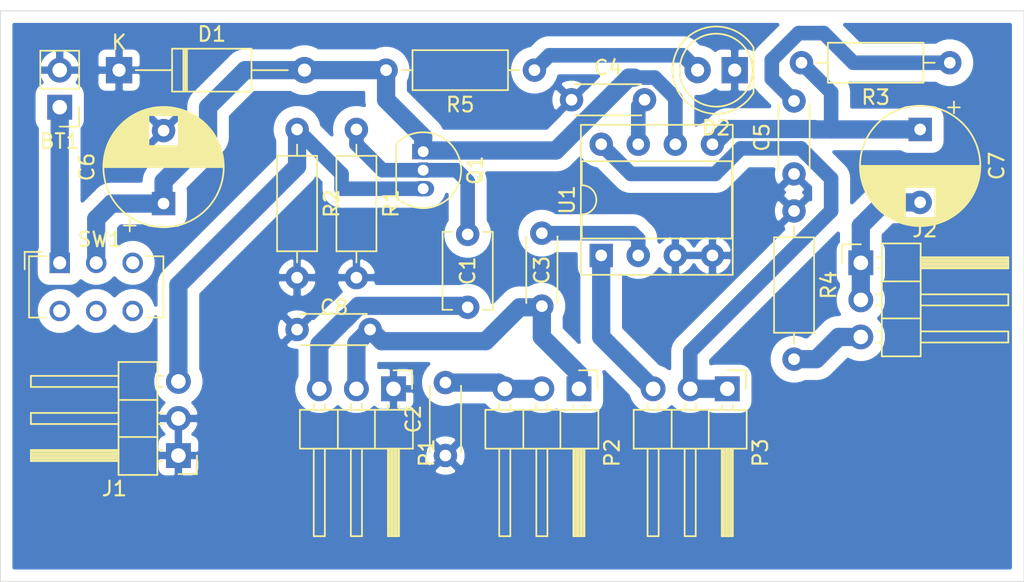
<source format=kicad_pcb>
(kicad_pcb (version 20171130) (host pcbnew "(5.1.6)-1")

  (general
    (thickness 1.6)
    (drawings 5)
    (tracks 91)
    (zones 0)
    (modules 24)
    (nets 19)
  )

  (page A4)
  (layers
    (0 F.Cu signal)
    (31 B.Cu signal)
    (32 B.Adhes user)
    (33 F.Adhes user)
    (34 B.Paste user hide)
    (35 F.Paste user)
    (36 B.SilkS user)
    (37 F.SilkS user)
    (38 B.Mask user)
    (39 F.Mask user)
    (40 Dwgs.User user)
    (41 Cmts.User user)
    (42 Eco1.User user)
    (43 Eco2.User user)
    (44 Edge.Cuts user)
    (45 Margin user)
    (46 B.CrtYd user)
    (47 F.CrtYd user)
    (48 B.Fab user)
    (49 F.Fab user)
  )

  (setup
    (last_trace_width 1)
    (user_trace_width 1)
    (user_trace_width 1.25)
    (trace_clearance 0.2)
    (zone_clearance 0.508)
    (zone_45_only no)
    (trace_min 0.2)
    (via_size 0.8)
    (via_drill 0.4)
    (via_min_size 0.4)
    (via_min_drill 0.3)
    (uvia_size 0.3)
    (uvia_drill 0.1)
    (uvias_allowed no)
    (uvia_min_size 0.2)
    (uvia_min_drill 0.1)
    (edge_width 0.05)
    (segment_width 0.2)
    (pcb_text_width 0.3)
    (pcb_text_size 1.5 1.5)
    (mod_edge_width 0.12)
    (mod_text_size 1 1)
    (mod_text_width 0.15)
    (pad_size 1.7 1.7)
    (pad_drill 1)
    (pad_to_mask_clearance 0.05)
    (aux_axis_origin 0 0)
    (visible_elements 7FFFFFFF)
    (pcbplotparams
      (layerselection 0x010fc_ffffffff)
      (usegerberextensions false)
      (usegerberattributes true)
      (usegerberadvancedattributes true)
      (creategerberjobfile true)
      (excludeedgelayer true)
      (linewidth 0.100000)
      (plotframeref false)
      (viasonmask false)
      (mode 1)
      (useauxorigin false)
      (hpglpennumber 1)
      (hpglpenspeed 20)
      (hpglpendiameter 15.000000)
      (psnegative false)
      (psa4output false)
      (plotreference true)
      (plotvalue true)
      (plotinvisibletext false)
      (padsonsilk false)
      (subtractmaskfromsilk false)
      (outputformat 1)
      (mirror false)
      (drillshape 1)
      (scaleselection 1)
      (outputdirectory ""))
  )

  (net 0 "")
  (net 1 +9V)
  (net 2 GNDREF)
  (net 3 "Net-(C1-Pad1)")
  (net 4 "Net-(C1-Pad2)")
  (net 5 "Net-(C2-Pad2)")
  (net 6 "Net-(C3-Pad1)")
  (net 7 "Net-(C3-Pad2)")
  (net 8 "Net-(C4-Pad2)")
  (net 9 "Net-(C5-Pad2)")
  (net 10 "Net-(C7-Pad2)")
  (net 11 "Net-(C7-Pad1)")
  (net 12 "Net-(D2-Pad2)")
  (net 13 "Net-(P3-Pad3)")
  (net 14 "Net-(P3-Pad1)")
  (net 15 "Net-(BT1-Pad1)")
  (net 16 "Net-(SW1-Pad3)")
  (net 17 "Net-(J1-Pad3)")
  (net 18 "Net-(J2-Pad3)")

  (net_class Default "This is the default net class."
    (clearance 0.2)
    (trace_width 0.25)
    (via_dia 0.8)
    (via_drill 0.4)
    (uvia_dia 0.3)
    (uvia_drill 0.1)
    (add_net +9V)
    (add_net GNDREF)
    (add_net "Net-(BT1-Pad1)")
    (add_net "Net-(C1-Pad1)")
    (add_net "Net-(C1-Pad2)")
    (add_net "Net-(C2-Pad2)")
    (add_net "Net-(C3-Pad1)")
    (add_net "Net-(C3-Pad2)")
    (add_net "Net-(C4-Pad2)")
    (add_net "Net-(C5-Pad2)")
    (add_net "Net-(C7-Pad1)")
    (add_net "Net-(C7-Pad2)")
    (add_net "Net-(D2-Pad2)")
    (add_net "Net-(J1-Pad3)")
    (add_net "Net-(J2-Pad3)")
    (add_net "Net-(P3-Pad1)")
    (add_net "Net-(P3-Pad3)")
    (add_net "Net-(SW1-Pad3)")
  )

  (module Capacitor_THT:C_Disc_D5.1mm_W3.2mm_P5.00mm (layer F.Cu) (tedit 5AE50EF0) (tstamp 60C2ACAF)
    (at 139.192 82.296 90)
    (descr "C, Disc series, Radial, pin pitch=5.00mm, , diameter*width=5.1*3.2mm^2, Capacitor, http://www.vishay.com/docs/45233/krseries.pdf")
    (tags "C Disc series Radial pin pitch 5.00mm  diameter 5.1mm width 3.2mm Capacitor")
    (path /60684291)
    (fp_text reference C1 (at 2.5 0 90) (layer F.SilkS)
      (effects (font (size 1 1) (thickness 0.15)))
    )
    (fp_text value 47nF (at 2.54 -2.54 90) (layer F.Fab)
      (effects (font (size 1 1) (thickness 0.15)))
    )
    (fp_line (start -0.05 -1.6) (end -0.05 1.6) (layer F.Fab) (width 0.1))
    (fp_line (start -0.05 1.6) (end 5.05 1.6) (layer F.Fab) (width 0.1))
    (fp_line (start 5.05 1.6) (end 5.05 -1.6) (layer F.Fab) (width 0.1))
    (fp_line (start 5.05 -1.6) (end -0.05 -1.6) (layer F.Fab) (width 0.1))
    (fp_line (start -0.17 -1.721) (end 5.17 -1.721) (layer F.SilkS) (width 0.12))
    (fp_line (start -0.17 1.721) (end 5.17 1.721) (layer F.SilkS) (width 0.12))
    (fp_line (start -0.17 -1.721) (end -0.17 -1.055) (layer F.SilkS) (width 0.12))
    (fp_line (start -0.17 1.055) (end -0.17 1.721) (layer F.SilkS) (width 0.12))
    (fp_line (start 5.17 -1.721) (end 5.17 -1.055) (layer F.SilkS) (width 0.12))
    (fp_line (start 5.17 1.055) (end 5.17 1.721) (layer F.SilkS) (width 0.12))
    (fp_line (start -1.05 -1.85) (end -1.05 1.85) (layer F.CrtYd) (width 0.05))
    (fp_line (start -1.05 1.85) (end 6.05 1.85) (layer F.CrtYd) (width 0.05))
    (fp_line (start 6.05 1.85) (end 6.05 -1.85) (layer F.CrtYd) (width 0.05))
    (fp_line (start 6.05 -1.85) (end -1.05 -1.85) (layer F.CrtYd) (width 0.05))
    (fp_text user %R (at 2.54 0 90) (layer F.Fab)
      (effects (font (size 1 1) (thickness 0.15)))
    )
    (pad 1 thru_hole circle (at 0 0 90) (size 1.6 1.6) (drill 0.8) (layers *.Cu *.Mask)
      (net 3 "Net-(C1-Pad1)"))
    (pad 2 thru_hole circle (at 5 0 90) (size 1.6 1.6) (drill 0.8) (layers *.Cu *.Mask)
      (net 4 "Net-(C1-Pad2)"))
    (model ${KISYS3DMOD}/Capacitor_THT.3dshapes/C_Disc_D5.1mm_W3.2mm_P5.00mm.wrl
      (at (xyz 0 0 0))
      (scale (xyz 1 1 1))
      (rotate (xyz 0 0 0))
    )
  )

  (module Package_TO_SOT_THT:TO-92_Inline (layer F.Cu) (tedit 5A1DD157) (tstamp 60BE28EF)
    (at 136.144 71.628 270)
    (descr "TO-92 leads in-line, narrow, oval pads, drill 0.75mm (see NXP sot054_po.pdf)")
    (tags "to-92 sc-43 sc-43a sot54 PA33 transistor")
    (path /606821DB)
    (fp_text reference Q1 (at 1.27 -3.56 90) (layer F.SilkS)
      (effects (font (size 1 1) (thickness 0.15)))
    )
    (fp_text value MPF102_DSG (at 1.27 2.79 90) (layer F.Fab)
      (effects (font (size 1 1) (thickness 0.15)))
    )
    (fp_line (start -0.53 1.85) (end 3.07 1.85) (layer F.SilkS) (width 0.12))
    (fp_line (start -0.5 1.75) (end 3 1.75) (layer F.Fab) (width 0.1))
    (fp_line (start -1.46 -2.73) (end 4 -2.73) (layer F.CrtYd) (width 0.05))
    (fp_line (start -1.46 -2.73) (end -1.46 2.01) (layer F.CrtYd) (width 0.05))
    (fp_line (start 4 2.01) (end 4 -2.73) (layer F.CrtYd) (width 0.05))
    (fp_line (start 4 2.01) (end -1.46 2.01) (layer F.CrtYd) (width 0.05))
    (fp_text user %R (at 1.27 -3.56 90) (layer F.Fab)
      (effects (font (size 1 1) (thickness 0.15)))
    )
    (fp_arc (start 1.27 0) (end 1.27 -2.48) (angle 135) (layer F.Fab) (width 0.1))
    (fp_arc (start 1.27 0) (end 1.27 -2.6) (angle -135) (layer F.SilkS) (width 0.12))
    (fp_arc (start 1.27 0) (end 1.27 -2.48) (angle -135) (layer F.Fab) (width 0.1))
    (fp_arc (start 1.27 0) (end 1.27 -2.6) (angle 135) (layer F.SilkS) (width 0.12))
    (pad 2 thru_hole oval (at 1.27 0 270) (size 1.05 1.5) (drill 0.75) (layers *.Cu *.Mask)
      (net 4 "Net-(C1-Pad2)"))
    (pad 3 thru_hole oval (at 2.54 0 270) (size 1.05 1.5) (drill 0.75) (layers *.Cu *.Mask)
      (net 17 "Net-(J1-Pad3)"))
    (pad 1 thru_hole rect (at 0 0 270) (size 1.05 1.5) (drill 0.75) (layers *.Cu *.Mask)
      (net 1 +9V))
    (model ${KISYS3DMOD}/Package_TO_SOT_THT.3dshapes/TO-92_Inline.wrl
      (at (xyz 0 0 0))
      (scale (xyz 1 1 1))
      (rotate (xyz 0 0 0))
    )
  )

  (module Resistor_THT:R_Axial_DIN0207_L6.3mm_D2.5mm_P10.16mm_Horizontal (layer F.Cu) (tedit 5AE5139B) (tstamp 60BE3E4A)
    (at 127.508 70.104 270)
    (descr "Resistor, Axial_DIN0207 series, Axial, Horizontal, pin pitch=10.16mm, 0.25W = 1/4W, length*diameter=6.3*2.5mm^2, http://cdn-reichelt.de/documents/datenblatt/B400/1_4W%23YAG.pdf")
    (tags "Resistor Axial_DIN0207 series Axial Horizontal pin pitch 10.16mm 0.25W = 1/4W length 6.3mm diameter 2.5mm")
    (path /60682F8B)
    (fp_text reference R2 (at 5.08 -2.37 90) (layer F.SilkS)
      (effects (font (size 1 1) (thickness 0.15)))
    )
    (fp_text value 1M (at 5.08 2.37 90) (layer F.Fab)
      (effects (font (size 1 1) (thickness 0.15)))
    )
    (fp_line (start 1.93 -1.25) (end 1.93 1.25) (layer F.Fab) (width 0.1))
    (fp_line (start 1.93 1.25) (end 8.23 1.25) (layer F.Fab) (width 0.1))
    (fp_line (start 8.23 1.25) (end 8.23 -1.25) (layer F.Fab) (width 0.1))
    (fp_line (start 8.23 -1.25) (end 1.93 -1.25) (layer F.Fab) (width 0.1))
    (fp_line (start 0 0) (end 1.93 0) (layer F.Fab) (width 0.1))
    (fp_line (start 10.16 0) (end 8.23 0) (layer F.Fab) (width 0.1))
    (fp_line (start 1.81 -1.37) (end 1.81 1.37) (layer F.SilkS) (width 0.12))
    (fp_line (start 1.81 1.37) (end 8.35 1.37) (layer F.SilkS) (width 0.12))
    (fp_line (start 8.35 1.37) (end 8.35 -1.37) (layer F.SilkS) (width 0.12))
    (fp_line (start 8.35 -1.37) (end 1.81 -1.37) (layer F.SilkS) (width 0.12))
    (fp_line (start 1.04 0) (end 1.81 0) (layer F.SilkS) (width 0.12))
    (fp_line (start 9.12 0) (end 8.35 0) (layer F.SilkS) (width 0.12))
    (fp_line (start -1.05 -1.5) (end -1.05 1.5) (layer F.CrtYd) (width 0.05))
    (fp_line (start -1.05 1.5) (end 11.21 1.5) (layer F.CrtYd) (width 0.05))
    (fp_line (start 11.21 1.5) (end 11.21 -1.5) (layer F.CrtYd) (width 0.05))
    (fp_line (start 11.21 -1.5) (end -1.05 -1.5) (layer F.CrtYd) (width 0.05))
    (fp_text user %R (at 5.08 0 90) (layer F.Fab)
      (effects (font (size 1 1) (thickness 0.15)))
    )
    (pad 1 thru_hole circle (at 0 0 270) (size 1.6 1.6) (drill 0.8) (layers *.Cu *.Mask)
      (net 17 "Net-(J1-Pad3)"))
    (pad 2 thru_hole oval (at 10.16 0 270) (size 1.6 1.6) (drill 0.8) (layers *.Cu *.Mask)
      (net 2 GNDREF))
    (model ${KISYS3DMOD}/Resistor_THT.3dshapes/R_Axial_DIN0207_L6.3mm_D2.5mm_P10.16mm_Horizontal.wrl
      (at (xyz 0 0 0))
      (scale (xyz 1 1 1))
      (rotate (xyz 0 0 0))
    )
  )

  (module Connector_PinHeader_2.54mm:PinHeader_1x02_P2.54mm_Vertical (layer F.Cu) (tedit 59FED5CC) (tstamp 60BE2629)
    (at 111.252 68.58 180)
    (descr "Through hole straight pin header, 1x02, 2.54mm pitch, single row")
    (tags "Through hole pin header THT 1x02 2.54mm single row")
    (path /6069DECC)
    (fp_text reference BT1 (at 0 -2.33) (layer F.SilkS)
      (effects (font (size 1 1) (thickness 0.15)))
    )
    (fp_text value Battery (at 0 4.87) (layer F.Fab)
      (effects (font (size 1 1) (thickness 0.15)))
    )
    (fp_line (start -0.635 -1.27) (end 1.27 -1.27) (layer F.Fab) (width 0.1))
    (fp_line (start 1.27 -1.27) (end 1.27 3.81) (layer F.Fab) (width 0.1))
    (fp_line (start 1.27 3.81) (end -1.27 3.81) (layer F.Fab) (width 0.1))
    (fp_line (start -1.27 3.81) (end -1.27 -0.635) (layer F.Fab) (width 0.1))
    (fp_line (start -1.27 -0.635) (end -0.635 -1.27) (layer F.Fab) (width 0.1))
    (fp_line (start -1.33 3.87) (end 1.33 3.87) (layer F.SilkS) (width 0.12))
    (fp_line (start -1.33 1.27) (end -1.33 3.87) (layer F.SilkS) (width 0.12))
    (fp_line (start 1.33 1.27) (end 1.33 3.87) (layer F.SilkS) (width 0.12))
    (fp_line (start -1.33 1.27) (end 1.33 1.27) (layer F.SilkS) (width 0.12))
    (fp_line (start -1.33 0) (end -1.33 -1.33) (layer F.SilkS) (width 0.12))
    (fp_line (start -1.33 -1.33) (end 0 -1.33) (layer F.SilkS) (width 0.12))
    (fp_line (start -1.8 -1.8) (end -1.8 4.35) (layer F.CrtYd) (width 0.05))
    (fp_line (start -1.8 4.35) (end 1.8 4.35) (layer F.CrtYd) (width 0.05))
    (fp_line (start 1.8 4.35) (end 1.8 -1.8) (layer F.CrtYd) (width 0.05))
    (fp_line (start 1.8 -1.8) (end -1.8 -1.8) (layer F.CrtYd) (width 0.05))
    (fp_text user %R (at 0 1.27 90) (layer F.Fab)
      (effects (font (size 1 1) (thickness 0.15)))
    )
    (pad 1 thru_hole rect (at 0 0 180) (size 1.7 1.7) (drill 1) (layers *.Cu *.Mask)
      (net 15 "Net-(BT1-Pad1)"))
    (pad 2 thru_hole oval (at 0 2.54 180) (size 1.7 1.7) (drill 1) (layers *.Cu *.Mask)
      (net 2 GNDREF))
    (model ${KISYS3DMOD}/Connector_PinHeader_2.54mm.3dshapes/PinHeader_1x02_P2.54mm_Vertical.wrl
      (at (xyz 0 0 0))
      (scale (xyz 1 1 1))
      (rotate (xyz 0 0 0))
    )
  )

  (module Capacitor_THT:C_Disc_D4.3mm_W1.9mm_P5.00mm (layer F.Cu) (tedit 5AE50EF0) (tstamp 60C2A557)
    (at 137.668 92.456 90)
    (descr "C, Disc series, Radial, pin pitch=5.00mm, , diameter*width=4.3*1.9mm^2, Capacitor, http://www.vishay.com/docs/45233/krseries.pdf")
    (tags "C Disc series Radial pin pitch 5.00mm  diameter 4.3mm width 1.9mm Capacitor")
    (path /60688B27)
    (fp_text reference C2 (at 2.5 -2.2 90) (layer F.SilkS)
      (effects (font (size 1 1) (thickness 0.15)))
    )
    (fp_text value 100nF (at 2.5 2.2 90) (layer F.Fab)
      (effects (font (size 1 1) (thickness 0.15)))
    )
    (fp_line (start 6.05 -1.2) (end -1.05 -1.2) (layer F.CrtYd) (width 0.05))
    (fp_line (start 6.05 1.2) (end 6.05 -1.2) (layer F.CrtYd) (width 0.05))
    (fp_line (start -1.05 1.2) (end 6.05 1.2) (layer F.CrtYd) (width 0.05))
    (fp_line (start -1.05 -1.2) (end -1.05 1.2) (layer F.CrtYd) (width 0.05))
    (fp_line (start 4.77 1.055) (end 4.77 1.07) (layer F.SilkS) (width 0.12))
    (fp_line (start 4.77 -1.07) (end 4.77 -1.055) (layer F.SilkS) (width 0.12))
    (fp_line (start 0.23 1.055) (end 0.23 1.07) (layer F.SilkS) (width 0.12))
    (fp_line (start 0.23 -1.07) (end 0.23 -1.055) (layer F.SilkS) (width 0.12))
    (fp_line (start 0.23 1.07) (end 4.77 1.07) (layer F.SilkS) (width 0.12))
    (fp_line (start 0.23 -1.07) (end 4.77 -1.07) (layer F.SilkS) (width 0.12))
    (fp_line (start 4.65 -0.95) (end 0.35 -0.95) (layer F.Fab) (width 0.1))
    (fp_line (start 4.65 0.95) (end 4.65 -0.95) (layer F.Fab) (width 0.1))
    (fp_line (start 0.35 0.95) (end 4.65 0.95) (layer F.Fab) (width 0.1))
    (fp_line (start 0.35 -0.95) (end 0.35 0.95) (layer F.Fab) (width 0.1))
    (fp_text user %R (at 2.5 0 90) (layer F.Fab)
      (effects (font (size 0.86 0.86) (thickness 0.129)))
    )
    (pad 2 thru_hole circle (at 5 0 90) (size 1.6 1.6) (drill 0.8) (layers *.Cu *.Mask)
      (net 5 "Net-(C2-Pad2)"))
    (pad 1 thru_hole circle (at 0 0 90) (size 1.6 1.6) (drill 0.8) (layers *.Cu *.Mask)
      (net 2 GNDREF))
    (model ${KISYS3DMOD}/Capacitor_THT.3dshapes/C_Disc_D4.3mm_W1.9mm_P5.00mm.wrl
      (at (xyz 0 0 0))
      (scale (xyz 1 1 1))
      (rotate (xyz 0 0 0))
    )
  )

  (module Capacitor_THT:C_Disc_D4.3mm_W1.9mm_P5.00mm (layer F.Cu) (tedit 5AE50EF0) (tstamp 60C2B8F7)
    (at 144.272 77.216 270)
    (descr "C, Disc series, Radial, pin pitch=5.00mm, , diameter*width=4.3*1.9mm^2, Capacitor, http://www.vishay.com/docs/45233/krseries.pdf")
    (tags "C Disc series Radial pin pitch 5.00mm  diameter 4.3mm width 1.9mm Capacitor")
    (path /60686B49)
    (fp_text reference C3 (at 2.54 0 90) (layer F.SilkS)
      (effects (font (size 1 1) (thickness 0.15)))
    )
    (fp_text value 100nF (at 2.54 -2.032 90) (layer F.Fab)
      (effects (font (size 1 1) (thickness 0.15)))
    )
    (fp_line (start 0.35 -0.95) (end 0.35 0.95) (layer F.Fab) (width 0.1))
    (fp_line (start 0.35 0.95) (end 4.65 0.95) (layer F.Fab) (width 0.1))
    (fp_line (start 4.65 0.95) (end 4.65 -0.95) (layer F.Fab) (width 0.1))
    (fp_line (start 4.65 -0.95) (end 0.35 -0.95) (layer F.Fab) (width 0.1))
    (fp_line (start 0.23 -1.07) (end 4.77 -1.07) (layer F.SilkS) (width 0.12))
    (fp_line (start 0.23 1.07) (end 4.77 1.07) (layer F.SilkS) (width 0.12))
    (fp_line (start 0.23 -1.07) (end 0.23 -1.055) (layer F.SilkS) (width 0.12))
    (fp_line (start 0.23 1.055) (end 0.23 1.07) (layer F.SilkS) (width 0.12))
    (fp_line (start 4.77 -1.07) (end 4.77 -1.055) (layer F.SilkS) (width 0.12))
    (fp_line (start 4.77 1.055) (end 4.77 1.07) (layer F.SilkS) (width 0.12))
    (fp_line (start -1.05 -1.2) (end -1.05 1.2) (layer F.CrtYd) (width 0.05))
    (fp_line (start -1.05 1.2) (end 6.05 1.2) (layer F.CrtYd) (width 0.05))
    (fp_line (start 6.05 1.2) (end 6.05 -1.2) (layer F.CrtYd) (width 0.05))
    (fp_line (start 6.05 -1.2) (end -1.05 -1.2) (layer F.CrtYd) (width 0.05))
    (fp_text user %R (at 2.5 0 90) (layer F.Fab)
      (effects (font (size 0.86 0.86) (thickness 0.129)))
    )
    (pad 1 thru_hole circle (at 0 0 270) (size 1.6 1.6) (drill 0.8) (layers *.Cu *.Mask)
      (net 6 "Net-(C3-Pad1)"))
    (pad 2 thru_hole circle (at 5 0 270) (size 1.6 1.6) (drill 0.8) (layers *.Cu *.Mask)
      (net 7 "Net-(C3-Pad2)"))
    (model ${KISYS3DMOD}/Capacitor_THT.3dshapes/C_Disc_D4.3mm_W1.9mm_P5.00mm.wrl
      (at (xyz 0 0 0))
      (scale (xyz 1 1 1))
      (rotate (xyz 0 0 0))
    )
  )

  (module Capacitor_THT:C_Disc_D4.3mm_W1.9mm_P5.00mm (layer F.Cu) (tedit 5AE50EF0) (tstamp 60BE267D)
    (at 146.304 68.072)
    (descr "C, Disc series, Radial, pin pitch=5.00mm, , diameter*width=4.3*1.9mm^2, Capacitor, http://www.vishay.com/docs/45233/krseries.pdf")
    (tags "C Disc series Radial pin pitch 5.00mm  diameter 4.3mm width 1.9mm Capacitor")
    (path /6068B377)
    (fp_text reference C4 (at 2.5 -2.2) (layer F.SilkS)
      (effects (font (size 1 1) (thickness 0.15)))
    )
    (fp_text value 100nF (at 2.5 2.2) (layer F.Fab)
      (effects (font (size 1 1) (thickness 0.15)))
    )
    (fp_line (start 0.35 -0.95) (end 0.35 0.95) (layer F.Fab) (width 0.1))
    (fp_line (start 0.35 0.95) (end 4.65 0.95) (layer F.Fab) (width 0.1))
    (fp_line (start 4.65 0.95) (end 4.65 -0.95) (layer F.Fab) (width 0.1))
    (fp_line (start 4.65 -0.95) (end 0.35 -0.95) (layer F.Fab) (width 0.1))
    (fp_line (start 0.23 -1.07) (end 4.77 -1.07) (layer F.SilkS) (width 0.12))
    (fp_line (start 0.23 1.07) (end 4.77 1.07) (layer F.SilkS) (width 0.12))
    (fp_line (start 0.23 -1.07) (end 0.23 -1.055) (layer F.SilkS) (width 0.12))
    (fp_line (start 0.23 1.055) (end 0.23 1.07) (layer F.SilkS) (width 0.12))
    (fp_line (start 4.77 -1.07) (end 4.77 -1.055) (layer F.SilkS) (width 0.12))
    (fp_line (start 4.77 1.055) (end 4.77 1.07) (layer F.SilkS) (width 0.12))
    (fp_line (start -1.05 -1.2) (end -1.05 1.2) (layer F.CrtYd) (width 0.05))
    (fp_line (start -1.05 1.2) (end 6.05 1.2) (layer F.CrtYd) (width 0.05))
    (fp_line (start 6.05 1.2) (end 6.05 -1.2) (layer F.CrtYd) (width 0.05))
    (fp_line (start 6.05 -1.2) (end -1.05 -1.2) (layer F.CrtYd) (width 0.05))
    (fp_text user %R (at 2.54 0) (layer F.Fab)
      (effects (font (size 0.86 0.86) (thickness 0.129)))
    )
    (pad 1 thru_hole circle (at 0 0) (size 1.6 1.6) (drill 0.8) (layers *.Cu *.Mask)
      (net 2 GNDREF))
    (pad 2 thru_hole circle (at 5 0) (size 1.6 1.6) (drill 0.8) (layers *.Cu *.Mask)
      (net 8 "Net-(C4-Pad2)"))
    (model ${KISYS3DMOD}/Capacitor_THT.3dshapes/C_Disc_D4.3mm_W1.9mm_P5.00mm.wrl
      (at (xyz 0 0 0))
      (scale (xyz 1 1 1))
      (rotate (xyz 0 0 0))
    )
  )

  (module Capacitor_THT:C_Disc_D4.3mm_W1.9mm_P5.00mm (layer F.Cu) (tedit 5AE50EF0) (tstamp 60BE2692)
    (at 161.544 73.152 90)
    (descr "C, Disc series, Radial, pin pitch=5.00mm, , diameter*width=4.3*1.9mm^2, Capacitor, http://www.vishay.com/docs/45233/krseries.pdf")
    (tags "C Disc series Radial pin pitch 5.00mm  diameter 4.3mm width 1.9mm Capacitor")
    (path /6068BA4A)
    (fp_text reference C5 (at 2.5 -2.2 90) (layer F.SilkS)
      (effects (font (size 1 1) (thickness 0.15)))
    )
    (fp_text value 47nF (at 2.5 2.2 90) (layer F.Fab)
      (effects (font (size 1 1) (thickness 0.15)))
    )
    (fp_line (start 6.05 -1.2) (end -1.05 -1.2) (layer F.CrtYd) (width 0.05))
    (fp_line (start 6.05 1.2) (end 6.05 -1.2) (layer F.CrtYd) (width 0.05))
    (fp_line (start -1.05 1.2) (end 6.05 1.2) (layer F.CrtYd) (width 0.05))
    (fp_line (start -1.05 -1.2) (end -1.05 1.2) (layer F.CrtYd) (width 0.05))
    (fp_line (start 4.77 1.055) (end 4.77 1.07) (layer F.SilkS) (width 0.12))
    (fp_line (start 4.77 -1.07) (end 4.77 -1.055) (layer F.SilkS) (width 0.12))
    (fp_line (start 0.23 1.055) (end 0.23 1.07) (layer F.SilkS) (width 0.12))
    (fp_line (start 0.23 -1.07) (end 0.23 -1.055) (layer F.SilkS) (width 0.12))
    (fp_line (start 0.23 1.07) (end 4.77 1.07) (layer F.SilkS) (width 0.12))
    (fp_line (start 0.23 -1.07) (end 4.77 -1.07) (layer F.SilkS) (width 0.12))
    (fp_line (start 4.65 -0.95) (end 0.35 -0.95) (layer F.Fab) (width 0.1))
    (fp_line (start 4.65 0.95) (end 4.65 -0.95) (layer F.Fab) (width 0.1))
    (fp_line (start 0.35 0.95) (end 4.65 0.95) (layer F.Fab) (width 0.1))
    (fp_line (start 0.35 -0.95) (end 0.35 0.95) (layer F.Fab) (width 0.1))
    (fp_text user %R (at 2.5 0 90) (layer F.Fab)
      (effects (font (size 0.86 0.86) (thickness 0.129)))
    )
    (pad 2 thru_hole circle (at 5 0 90) (size 1.6 1.6) (drill 0.8) (layers *.Cu *.Mask)
      (net 9 "Net-(C5-Pad2)"))
    (pad 1 thru_hole circle (at 0 0 90) (size 1.6 1.6) (drill 0.8) (layers *.Cu *.Mask)
      (net 2 GNDREF))
    (model ${KISYS3DMOD}/Capacitor_THT.3dshapes/C_Disc_D4.3mm_W1.9mm_P5.00mm.wrl
      (at (xyz 0 0 0))
      (scale (xyz 1 1 1))
      (rotate (xyz 0 0 0))
    )
  )

  (module Capacitor_THT:CP_Radial_D8.0mm_P5.00mm (layer F.Cu) (tedit 5AE50EF0) (tstamp 60BE273B)
    (at 118.364 75.184 90)
    (descr "CP, Radial series, Radial, pin pitch=5.00mm, , diameter=8mm, Electrolytic Capacitor")
    (tags "CP Radial series Radial pin pitch 5.00mm  diameter 8mm Electrolytic Capacitor")
    (path /606857F5)
    (fp_text reference C6 (at 2.5 -5.25 90) (layer F.SilkS)
      (effects (font (size 1 1) (thickness 0.15)))
    )
    (fp_text value "470uF 16V" (at 2.5 5.25 90) (layer F.Fab)
      (effects (font (size 1 1) (thickness 0.15)))
    )
    (fp_circle (center 2.5 0) (end 6.5 0) (layer F.Fab) (width 0.1))
    (fp_circle (center 2.5 0) (end 6.62 0) (layer F.SilkS) (width 0.12))
    (fp_circle (center 2.5 0) (end 6.75 0) (layer F.CrtYd) (width 0.05))
    (fp_line (start -0.926759 -1.7475) (end -0.126759 -1.7475) (layer F.Fab) (width 0.1))
    (fp_line (start -0.526759 -2.1475) (end -0.526759 -1.3475) (layer F.Fab) (width 0.1))
    (fp_line (start 2.5 -4.08) (end 2.5 4.08) (layer F.SilkS) (width 0.12))
    (fp_line (start 2.54 -4.08) (end 2.54 4.08) (layer F.SilkS) (width 0.12))
    (fp_line (start 2.58 -4.08) (end 2.58 4.08) (layer F.SilkS) (width 0.12))
    (fp_line (start 2.62 -4.079) (end 2.62 4.079) (layer F.SilkS) (width 0.12))
    (fp_line (start 2.66 -4.077) (end 2.66 4.077) (layer F.SilkS) (width 0.12))
    (fp_line (start 2.7 -4.076) (end 2.7 4.076) (layer F.SilkS) (width 0.12))
    (fp_line (start 2.74 -4.074) (end 2.74 4.074) (layer F.SilkS) (width 0.12))
    (fp_line (start 2.78 -4.071) (end 2.78 4.071) (layer F.SilkS) (width 0.12))
    (fp_line (start 2.82 -4.068) (end 2.82 4.068) (layer F.SilkS) (width 0.12))
    (fp_line (start 2.86 -4.065) (end 2.86 4.065) (layer F.SilkS) (width 0.12))
    (fp_line (start 2.9 -4.061) (end 2.9 4.061) (layer F.SilkS) (width 0.12))
    (fp_line (start 2.94 -4.057) (end 2.94 4.057) (layer F.SilkS) (width 0.12))
    (fp_line (start 2.98 -4.052) (end 2.98 4.052) (layer F.SilkS) (width 0.12))
    (fp_line (start 3.02 -4.048) (end 3.02 4.048) (layer F.SilkS) (width 0.12))
    (fp_line (start 3.06 -4.042) (end 3.06 4.042) (layer F.SilkS) (width 0.12))
    (fp_line (start 3.1 -4.037) (end 3.1 4.037) (layer F.SilkS) (width 0.12))
    (fp_line (start 3.14 -4.03) (end 3.14 4.03) (layer F.SilkS) (width 0.12))
    (fp_line (start 3.18 -4.024) (end 3.18 4.024) (layer F.SilkS) (width 0.12))
    (fp_line (start 3.221 -4.017) (end 3.221 4.017) (layer F.SilkS) (width 0.12))
    (fp_line (start 3.261 -4.01) (end 3.261 4.01) (layer F.SilkS) (width 0.12))
    (fp_line (start 3.301 -4.002) (end 3.301 4.002) (layer F.SilkS) (width 0.12))
    (fp_line (start 3.341 -3.994) (end 3.341 3.994) (layer F.SilkS) (width 0.12))
    (fp_line (start 3.381 -3.985) (end 3.381 3.985) (layer F.SilkS) (width 0.12))
    (fp_line (start 3.421 -3.976) (end 3.421 3.976) (layer F.SilkS) (width 0.12))
    (fp_line (start 3.461 -3.967) (end 3.461 3.967) (layer F.SilkS) (width 0.12))
    (fp_line (start 3.501 -3.957) (end 3.501 3.957) (layer F.SilkS) (width 0.12))
    (fp_line (start 3.541 -3.947) (end 3.541 3.947) (layer F.SilkS) (width 0.12))
    (fp_line (start 3.581 -3.936) (end 3.581 3.936) (layer F.SilkS) (width 0.12))
    (fp_line (start 3.621 -3.925) (end 3.621 3.925) (layer F.SilkS) (width 0.12))
    (fp_line (start 3.661 -3.914) (end 3.661 3.914) (layer F.SilkS) (width 0.12))
    (fp_line (start 3.701 -3.902) (end 3.701 3.902) (layer F.SilkS) (width 0.12))
    (fp_line (start 3.741 -3.889) (end 3.741 3.889) (layer F.SilkS) (width 0.12))
    (fp_line (start 3.781 -3.877) (end 3.781 3.877) (layer F.SilkS) (width 0.12))
    (fp_line (start 3.821 -3.863) (end 3.821 3.863) (layer F.SilkS) (width 0.12))
    (fp_line (start 3.861 -3.85) (end 3.861 3.85) (layer F.SilkS) (width 0.12))
    (fp_line (start 3.901 -3.835) (end 3.901 3.835) (layer F.SilkS) (width 0.12))
    (fp_line (start 3.941 -3.821) (end 3.941 3.821) (layer F.SilkS) (width 0.12))
    (fp_line (start 3.981 -3.805) (end 3.981 -1.04) (layer F.SilkS) (width 0.12))
    (fp_line (start 3.981 1.04) (end 3.981 3.805) (layer F.SilkS) (width 0.12))
    (fp_line (start 4.021 -3.79) (end 4.021 -1.04) (layer F.SilkS) (width 0.12))
    (fp_line (start 4.021 1.04) (end 4.021 3.79) (layer F.SilkS) (width 0.12))
    (fp_line (start 4.061 -3.774) (end 4.061 -1.04) (layer F.SilkS) (width 0.12))
    (fp_line (start 4.061 1.04) (end 4.061 3.774) (layer F.SilkS) (width 0.12))
    (fp_line (start 4.101 -3.757) (end 4.101 -1.04) (layer F.SilkS) (width 0.12))
    (fp_line (start 4.101 1.04) (end 4.101 3.757) (layer F.SilkS) (width 0.12))
    (fp_line (start 4.141 -3.74) (end 4.141 -1.04) (layer F.SilkS) (width 0.12))
    (fp_line (start 4.141 1.04) (end 4.141 3.74) (layer F.SilkS) (width 0.12))
    (fp_line (start 4.181 -3.722) (end 4.181 -1.04) (layer F.SilkS) (width 0.12))
    (fp_line (start 4.181 1.04) (end 4.181 3.722) (layer F.SilkS) (width 0.12))
    (fp_line (start 4.221 -3.704) (end 4.221 -1.04) (layer F.SilkS) (width 0.12))
    (fp_line (start 4.221 1.04) (end 4.221 3.704) (layer F.SilkS) (width 0.12))
    (fp_line (start 4.261 -3.686) (end 4.261 -1.04) (layer F.SilkS) (width 0.12))
    (fp_line (start 4.261 1.04) (end 4.261 3.686) (layer F.SilkS) (width 0.12))
    (fp_line (start 4.301 -3.666) (end 4.301 -1.04) (layer F.SilkS) (width 0.12))
    (fp_line (start 4.301 1.04) (end 4.301 3.666) (layer F.SilkS) (width 0.12))
    (fp_line (start 4.341 -3.647) (end 4.341 -1.04) (layer F.SilkS) (width 0.12))
    (fp_line (start 4.341 1.04) (end 4.341 3.647) (layer F.SilkS) (width 0.12))
    (fp_line (start 4.381 -3.627) (end 4.381 -1.04) (layer F.SilkS) (width 0.12))
    (fp_line (start 4.381 1.04) (end 4.381 3.627) (layer F.SilkS) (width 0.12))
    (fp_line (start 4.421 -3.606) (end 4.421 -1.04) (layer F.SilkS) (width 0.12))
    (fp_line (start 4.421 1.04) (end 4.421 3.606) (layer F.SilkS) (width 0.12))
    (fp_line (start 4.461 -3.584) (end 4.461 -1.04) (layer F.SilkS) (width 0.12))
    (fp_line (start 4.461 1.04) (end 4.461 3.584) (layer F.SilkS) (width 0.12))
    (fp_line (start 4.501 -3.562) (end 4.501 -1.04) (layer F.SilkS) (width 0.12))
    (fp_line (start 4.501 1.04) (end 4.501 3.562) (layer F.SilkS) (width 0.12))
    (fp_line (start 4.541 -3.54) (end 4.541 -1.04) (layer F.SilkS) (width 0.12))
    (fp_line (start 4.541 1.04) (end 4.541 3.54) (layer F.SilkS) (width 0.12))
    (fp_line (start 4.581 -3.517) (end 4.581 -1.04) (layer F.SilkS) (width 0.12))
    (fp_line (start 4.581 1.04) (end 4.581 3.517) (layer F.SilkS) (width 0.12))
    (fp_line (start 4.621 -3.493) (end 4.621 -1.04) (layer F.SilkS) (width 0.12))
    (fp_line (start 4.621 1.04) (end 4.621 3.493) (layer F.SilkS) (width 0.12))
    (fp_line (start 4.661 -3.469) (end 4.661 -1.04) (layer F.SilkS) (width 0.12))
    (fp_line (start 4.661 1.04) (end 4.661 3.469) (layer F.SilkS) (width 0.12))
    (fp_line (start 4.701 -3.444) (end 4.701 -1.04) (layer F.SilkS) (width 0.12))
    (fp_line (start 4.701 1.04) (end 4.701 3.444) (layer F.SilkS) (width 0.12))
    (fp_line (start 4.741 -3.418) (end 4.741 -1.04) (layer F.SilkS) (width 0.12))
    (fp_line (start 4.741 1.04) (end 4.741 3.418) (layer F.SilkS) (width 0.12))
    (fp_line (start 4.781 -3.392) (end 4.781 -1.04) (layer F.SilkS) (width 0.12))
    (fp_line (start 4.781 1.04) (end 4.781 3.392) (layer F.SilkS) (width 0.12))
    (fp_line (start 4.821 -3.365) (end 4.821 -1.04) (layer F.SilkS) (width 0.12))
    (fp_line (start 4.821 1.04) (end 4.821 3.365) (layer F.SilkS) (width 0.12))
    (fp_line (start 4.861 -3.338) (end 4.861 -1.04) (layer F.SilkS) (width 0.12))
    (fp_line (start 4.861 1.04) (end 4.861 3.338) (layer F.SilkS) (width 0.12))
    (fp_line (start 4.901 -3.309) (end 4.901 -1.04) (layer F.SilkS) (width 0.12))
    (fp_line (start 4.901 1.04) (end 4.901 3.309) (layer F.SilkS) (width 0.12))
    (fp_line (start 4.941 -3.28) (end 4.941 -1.04) (layer F.SilkS) (width 0.12))
    (fp_line (start 4.941 1.04) (end 4.941 3.28) (layer F.SilkS) (width 0.12))
    (fp_line (start 4.981 -3.25) (end 4.981 -1.04) (layer F.SilkS) (width 0.12))
    (fp_line (start 4.981 1.04) (end 4.981 3.25) (layer F.SilkS) (width 0.12))
    (fp_line (start 5.021 -3.22) (end 5.021 -1.04) (layer F.SilkS) (width 0.12))
    (fp_line (start 5.021 1.04) (end 5.021 3.22) (layer F.SilkS) (width 0.12))
    (fp_line (start 5.061 -3.189) (end 5.061 -1.04) (layer F.SilkS) (width 0.12))
    (fp_line (start 5.061 1.04) (end 5.061 3.189) (layer F.SilkS) (width 0.12))
    (fp_line (start 5.101 -3.156) (end 5.101 -1.04) (layer F.SilkS) (width 0.12))
    (fp_line (start 5.101 1.04) (end 5.101 3.156) (layer F.SilkS) (width 0.12))
    (fp_line (start 5.141 -3.124) (end 5.141 -1.04) (layer F.SilkS) (width 0.12))
    (fp_line (start 5.141 1.04) (end 5.141 3.124) (layer F.SilkS) (width 0.12))
    (fp_line (start 5.181 -3.09) (end 5.181 -1.04) (layer F.SilkS) (width 0.12))
    (fp_line (start 5.181 1.04) (end 5.181 3.09) (layer F.SilkS) (width 0.12))
    (fp_line (start 5.221 -3.055) (end 5.221 -1.04) (layer F.SilkS) (width 0.12))
    (fp_line (start 5.221 1.04) (end 5.221 3.055) (layer F.SilkS) (width 0.12))
    (fp_line (start 5.261 -3.019) (end 5.261 -1.04) (layer F.SilkS) (width 0.12))
    (fp_line (start 5.261 1.04) (end 5.261 3.019) (layer F.SilkS) (width 0.12))
    (fp_line (start 5.301 -2.983) (end 5.301 -1.04) (layer F.SilkS) (width 0.12))
    (fp_line (start 5.301 1.04) (end 5.301 2.983) (layer F.SilkS) (width 0.12))
    (fp_line (start 5.341 -2.945) (end 5.341 -1.04) (layer F.SilkS) (width 0.12))
    (fp_line (start 5.341 1.04) (end 5.341 2.945) (layer F.SilkS) (width 0.12))
    (fp_line (start 5.381 -2.907) (end 5.381 -1.04) (layer F.SilkS) (width 0.12))
    (fp_line (start 5.381 1.04) (end 5.381 2.907) (layer F.SilkS) (width 0.12))
    (fp_line (start 5.421 -2.867) (end 5.421 -1.04) (layer F.SilkS) (width 0.12))
    (fp_line (start 5.421 1.04) (end 5.421 2.867) (layer F.SilkS) (width 0.12))
    (fp_line (start 5.461 -2.826) (end 5.461 -1.04) (layer F.SilkS) (width 0.12))
    (fp_line (start 5.461 1.04) (end 5.461 2.826) (layer F.SilkS) (width 0.12))
    (fp_line (start 5.501 -2.784) (end 5.501 -1.04) (layer F.SilkS) (width 0.12))
    (fp_line (start 5.501 1.04) (end 5.501 2.784) (layer F.SilkS) (width 0.12))
    (fp_line (start 5.541 -2.741) (end 5.541 -1.04) (layer F.SilkS) (width 0.12))
    (fp_line (start 5.541 1.04) (end 5.541 2.741) (layer F.SilkS) (width 0.12))
    (fp_line (start 5.581 -2.697) (end 5.581 -1.04) (layer F.SilkS) (width 0.12))
    (fp_line (start 5.581 1.04) (end 5.581 2.697) (layer F.SilkS) (width 0.12))
    (fp_line (start 5.621 -2.651) (end 5.621 -1.04) (layer F.SilkS) (width 0.12))
    (fp_line (start 5.621 1.04) (end 5.621 2.651) (layer F.SilkS) (width 0.12))
    (fp_line (start 5.661 -2.604) (end 5.661 -1.04) (layer F.SilkS) (width 0.12))
    (fp_line (start 5.661 1.04) (end 5.661 2.604) (layer F.SilkS) (width 0.12))
    (fp_line (start 5.701 -2.556) (end 5.701 -1.04) (layer F.SilkS) (width 0.12))
    (fp_line (start 5.701 1.04) (end 5.701 2.556) (layer F.SilkS) (width 0.12))
    (fp_line (start 5.741 -2.505) (end 5.741 -1.04) (layer F.SilkS) (width 0.12))
    (fp_line (start 5.741 1.04) (end 5.741 2.505) (layer F.SilkS) (width 0.12))
    (fp_line (start 5.781 -2.454) (end 5.781 -1.04) (layer F.SilkS) (width 0.12))
    (fp_line (start 5.781 1.04) (end 5.781 2.454) (layer F.SilkS) (width 0.12))
    (fp_line (start 5.821 -2.4) (end 5.821 -1.04) (layer F.SilkS) (width 0.12))
    (fp_line (start 5.821 1.04) (end 5.821 2.4) (layer F.SilkS) (width 0.12))
    (fp_line (start 5.861 -2.345) (end 5.861 -1.04) (layer F.SilkS) (width 0.12))
    (fp_line (start 5.861 1.04) (end 5.861 2.345) (layer F.SilkS) (width 0.12))
    (fp_line (start 5.901 -2.287) (end 5.901 -1.04) (layer F.SilkS) (width 0.12))
    (fp_line (start 5.901 1.04) (end 5.901 2.287) (layer F.SilkS) (width 0.12))
    (fp_line (start 5.941 -2.228) (end 5.941 -1.04) (layer F.SilkS) (width 0.12))
    (fp_line (start 5.941 1.04) (end 5.941 2.228) (layer F.SilkS) (width 0.12))
    (fp_line (start 5.981 -2.166) (end 5.981 -1.04) (layer F.SilkS) (width 0.12))
    (fp_line (start 5.981 1.04) (end 5.981 2.166) (layer F.SilkS) (width 0.12))
    (fp_line (start 6.021 -2.102) (end 6.021 -1.04) (layer F.SilkS) (width 0.12))
    (fp_line (start 6.021 1.04) (end 6.021 2.102) (layer F.SilkS) (width 0.12))
    (fp_line (start 6.061 -2.034) (end 6.061 2.034) (layer F.SilkS) (width 0.12))
    (fp_line (start 6.101 -1.964) (end 6.101 1.964) (layer F.SilkS) (width 0.12))
    (fp_line (start 6.141 -1.89) (end 6.141 1.89) (layer F.SilkS) (width 0.12))
    (fp_line (start 6.181 -1.813) (end 6.181 1.813) (layer F.SilkS) (width 0.12))
    (fp_line (start 6.221 -1.731) (end 6.221 1.731) (layer F.SilkS) (width 0.12))
    (fp_line (start 6.261 -1.645) (end 6.261 1.645) (layer F.SilkS) (width 0.12))
    (fp_line (start 6.301 -1.552) (end 6.301 1.552) (layer F.SilkS) (width 0.12))
    (fp_line (start 6.341 -1.453) (end 6.341 1.453) (layer F.SilkS) (width 0.12))
    (fp_line (start 6.381 -1.346) (end 6.381 1.346) (layer F.SilkS) (width 0.12))
    (fp_line (start 6.421 -1.229) (end 6.421 1.229) (layer F.SilkS) (width 0.12))
    (fp_line (start 6.461 -1.098) (end 6.461 1.098) (layer F.SilkS) (width 0.12))
    (fp_line (start 6.501 -0.948) (end 6.501 0.948) (layer F.SilkS) (width 0.12))
    (fp_line (start 6.541 -0.768) (end 6.541 0.768) (layer F.SilkS) (width 0.12))
    (fp_line (start 6.581 -0.533) (end 6.581 0.533) (layer F.SilkS) (width 0.12))
    (fp_line (start -1.909698 -2.315) (end -1.109698 -2.315) (layer F.SilkS) (width 0.12))
    (fp_line (start -1.509698 -2.715) (end -1.509698 -1.915) (layer F.SilkS) (width 0.12))
    (fp_text user %R (at 2.5 0 90) (layer F.Fab)
      (effects (font (size 1 1) (thickness 0.15)))
    )
    (pad 1 thru_hole rect (at 0 0 90) (size 1.6 1.6) (drill 0.8) (layers *.Cu *.Mask)
      (net 1 +9V))
    (pad 2 thru_hole circle (at 5 0 90) (size 1.6 1.6) (drill 0.8) (layers *.Cu *.Mask)
      (net 2 GNDREF))
    (model ${KISYS3DMOD}/Capacitor_THT.3dshapes/CP_Radial_D8.0mm_P5.00mm.wrl
      (at (xyz 0 0 0))
      (scale (xyz 1 1 1))
      (rotate (xyz 0 0 0))
    )
  )

  (module Capacitor_THT:CP_Radial_D8.0mm_P5.00mm (layer F.Cu) (tedit 5AE50EF0) (tstamp 60C28B49)
    (at 170.18 70.104 270)
    (descr "CP, Radial series, Radial, pin pitch=5.00mm, , diameter=8mm, Electrolytic Capacitor")
    (tags "CP Radial series Radial pin pitch 5.00mm  diameter 8mm Electrolytic Capacitor")
    (path /606BB748)
    (fp_text reference C7 (at 2.5 -5.25 90) (layer F.SilkS)
      (effects (font (size 1 1) (thickness 0.15)))
    )
    (fp_text value "220 uF 16V" (at 2.5 5.25 90) (layer F.Fab)
      (effects (font (size 1 1) (thickness 0.15)))
    )
    (fp_line (start -1.509698 -2.715) (end -1.509698 -1.915) (layer F.SilkS) (width 0.12))
    (fp_line (start -1.909698 -2.315) (end -1.109698 -2.315) (layer F.SilkS) (width 0.12))
    (fp_line (start 6.581 -0.533) (end 6.581 0.533) (layer F.SilkS) (width 0.12))
    (fp_line (start 6.541 -0.768) (end 6.541 0.768) (layer F.SilkS) (width 0.12))
    (fp_line (start 6.501 -0.948) (end 6.501 0.948) (layer F.SilkS) (width 0.12))
    (fp_line (start 6.461 -1.098) (end 6.461 1.098) (layer F.SilkS) (width 0.12))
    (fp_line (start 6.421 -1.229) (end 6.421 1.229) (layer F.SilkS) (width 0.12))
    (fp_line (start 6.381 -1.346) (end 6.381 1.346) (layer F.SilkS) (width 0.12))
    (fp_line (start 6.341 -1.453) (end 6.341 1.453) (layer F.SilkS) (width 0.12))
    (fp_line (start 6.301 -1.552) (end 6.301 1.552) (layer F.SilkS) (width 0.12))
    (fp_line (start 6.261 -1.645) (end 6.261 1.645) (layer F.SilkS) (width 0.12))
    (fp_line (start 6.221 -1.731) (end 6.221 1.731) (layer F.SilkS) (width 0.12))
    (fp_line (start 6.181 -1.813) (end 6.181 1.813) (layer F.SilkS) (width 0.12))
    (fp_line (start 6.141 -1.89) (end 6.141 1.89) (layer F.SilkS) (width 0.12))
    (fp_line (start 6.101 -1.964) (end 6.101 1.964) (layer F.SilkS) (width 0.12))
    (fp_line (start 6.061 -2.034) (end 6.061 2.034) (layer F.SilkS) (width 0.12))
    (fp_line (start 6.021 1.04) (end 6.021 2.102) (layer F.SilkS) (width 0.12))
    (fp_line (start 6.021 -2.102) (end 6.021 -1.04) (layer F.SilkS) (width 0.12))
    (fp_line (start 5.981 1.04) (end 5.981 2.166) (layer F.SilkS) (width 0.12))
    (fp_line (start 5.981 -2.166) (end 5.981 -1.04) (layer F.SilkS) (width 0.12))
    (fp_line (start 5.941 1.04) (end 5.941 2.228) (layer F.SilkS) (width 0.12))
    (fp_line (start 5.941 -2.228) (end 5.941 -1.04) (layer F.SilkS) (width 0.12))
    (fp_line (start 5.901 1.04) (end 5.901 2.287) (layer F.SilkS) (width 0.12))
    (fp_line (start 5.901 -2.287) (end 5.901 -1.04) (layer F.SilkS) (width 0.12))
    (fp_line (start 5.861 1.04) (end 5.861 2.345) (layer F.SilkS) (width 0.12))
    (fp_line (start 5.861 -2.345) (end 5.861 -1.04) (layer F.SilkS) (width 0.12))
    (fp_line (start 5.821 1.04) (end 5.821 2.4) (layer F.SilkS) (width 0.12))
    (fp_line (start 5.821 -2.4) (end 5.821 -1.04) (layer F.SilkS) (width 0.12))
    (fp_line (start 5.781 1.04) (end 5.781 2.454) (layer F.SilkS) (width 0.12))
    (fp_line (start 5.781 -2.454) (end 5.781 -1.04) (layer F.SilkS) (width 0.12))
    (fp_line (start 5.741 1.04) (end 5.741 2.505) (layer F.SilkS) (width 0.12))
    (fp_line (start 5.741 -2.505) (end 5.741 -1.04) (layer F.SilkS) (width 0.12))
    (fp_line (start 5.701 1.04) (end 5.701 2.556) (layer F.SilkS) (width 0.12))
    (fp_line (start 5.701 -2.556) (end 5.701 -1.04) (layer F.SilkS) (width 0.12))
    (fp_line (start 5.661 1.04) (end 5.661 2.604) (layer F.SilkS) (width 0.12))
    (fp_line (start 5.661 -2.604) (end 5.661 -1.04) (layer F.SilkS) (width 0.12))
    (fp_line (start 5.621 1.04) (end 5.621 2.651) (layer F.SilkS) (width 0.12))
    (fp_line (start 5.621 -2.651) (end 5.621 -1.04) (layer F.SilkS) (width 0.12))
    (fp_line (start 5.581 1.04) (end 5.581 2.697) (layer F.SilkS) (width 0.12))
    (fp_line (start 5.581 -2.697) (end 5.581 -1.04) (layer F.SilkS) (width 0.12))
    (fp_line (start 5.541 1.04) (end 5.541 2.741) (layer F.SilkS) (width 0.12))
    (fp_line (start 5.541 -2.741) (end 5.541 -1.04) (layer F.SilkS) (width 0.12))
    (fp_line (start 5.501 1.04) (end 5.501 2.784) (layer F.SilkS) (width 0.12))
    (fp_line (start 5.501 -2.784) (end 5.501 -1.04) (layer F.SilkS) (width 0.12))
    (fp_line (start 5.461 1.04) (end 5.461 2.826) (layer F.SilkS) (width 0.12))
    (fp_line (start 5.461 -2.826) (end 5.461 -1.04) (layer F.SilkS) (width 0.12))
    (fp_line (start 5.421 1.04) (end 5.421 2.867) (layer F.SilkS) (width 0.12))
    (fp_line (start 5.421 -2.867) (end 5.421 -1.04) (layer F.SilkS) (width 0.12))
    (fp_line (start 5.381 1.04) (end 5.381 2.907) (layer F.SilkS) (width 0.12))
    (fp_line (start 5.381 -2.907) (end 5.381 -1.04) (layer F.SilkS) (width 0.12))
    (fp_line (start 5.341 1.04) (end 5.341 2.945) (layer F.SilkS) (width 0.12))
    (fp_line (start 5.341 -2.945) (end 5.341 -1.04) (layer F.SilkS) (width 0.12))
    (fp_line (start 5.301 1.04) (end 5.301 2.983) (layer F.SilkS) (width 0.12))
    (fp_line (start 5.301 -2.983) (end 5.301 -1.04) (layer F.SilkS) (width 0.12))
    (fp_line (start 5.261 1.04) (end 5.261 3.019) (layer F.SilkS) (width 0.12))
    (fp_line (start 5.261 -3.019) (end 5.261 -1.04) (layer F.SilkS) (width 0.12))
    (fp_line (start 5.221 1.04) (end 5.221 3.055) (layer F.SilkS) (width 0.12))
    (fp_line (start 5.221 -3.055) (end 5.221 -1.04) (layer F.SilkS) (width 0.12))
    (fp_line (start 5.181 1.04) (end 5.181 3.09) (layer F.SilkS) (width 0.12))
    (fp_line (start 5.181 -3.09) (end 5.181 -1.04) (layer F.SilkS) (width 0.12))
    (fp_line (start 5.141 1.04) (end 5.141 3.124) (layer F.SilkS) (width 0.12))
    (fp_line (start 5.141 -3.124) (end 5.141 -1.04) (layer F.SilkS) (width 0.12))
    (fp_line (start 5.101 1.04) (end 5.101 3.156) (layer F.SilkS) (width 0.12))
    (fp_line (start 5.101 -3.156) (end 5.101 -1.04) (layer F.SilkS) (width 0.12))
    (fp_line (start 5.061 1.04) (end 5.061 3.189) (layer F.SilkS) (width 0.12))
    (fp_line (start 5.061 -3.189) (end 5.061 -1.04) (layer F.SilkS) (width 0.12))
    (fp_line (start 5.021 1.04) (end 5.021 3.22) (layer F.SilkS) (width 0.12))
    (fp_line (start 5.021 -3.22) (end 5.021 -1.04) (layer F.SilkS) (width 0.12))
    (fp_line (start 4.981 1.04) (end 4.981 3.25) (layer F.SilkS) (width 0.12))
    (fp_line (start 4.981 -3.25) (end 4.981 -1.04) (layer F.SilkS) (width 0.12))
    (fp_line (start 4.941 1.04) (end 4.941 3.28) (layer F.SilkS) (width 0.12))
    (fp_line (start 4.941 -3.28) (end 4.941 -1.04) (layer F.SilkS) (width 0.12))
    (fp_line (start 4.901 1.04) (end 4.901 3.309) (layer F.SilkS) (width 0.12))
    (fp_line (start 4.901 -3.309) (end 4.901 -1.04) (layer F.SilkS) (width 0.12))
    (fp_line (start 4.861 1.04) (end 4.861 3.338) (layer F.SilkS) (width 0.12))
    (fp_line (start 4.861 -3.338) (end 4.861 -1.04) (layer F.SilkS) (width 0.12))
    (fp_line (start 4.821 1.04) (end 4.821 3.365) (layer F.SilkS) (width 0.12))
    (fp_line (start 4.821 -3.365) (end 4.821 -1.04) (layer F.SilkS) (width 0.12))
    (fp_line (start 4.781 1.04) (end 4.781 3.392) (layer F.SilkS) (width 0.12))
    (fp_line (start 4.781 -3.392) (end 4.781 -1.04) (layer F.SilkS) (width 0.12))
    (fp_line (start 4.741 1.04) (end 4.741 3.418) (layer F.SilkS) (width 0.12))
    (fp_line (start 4.741 -3.418) (end 4.741 -1.04) (layer F.SilkS) (width 0.12))
    (fp_line (start 4.701 1.04) (end 4.701 3.444) (layer F.SilkS) (width 0.12))
    (fp_line (start 4.701 -3.444) (end 4.701 -1.04) (layer F.SilkS) (width 0.12))
    (fp_line (start 4.661 1.04) (end 4.661 3.469) (layer F.SilkS) (width 0.12))
    (fp_line (start 4.661 -3.469) (end 4.661 -1.04) (layer F.SilkS) (width 0.12))
    (fp_line (start 4.621 1.04) (end 4.621 3.493) (layer F.SilkS) (width 0.12))
    (fp_line (start 4.621 -3.493) (end 4.621 -1.04) (layer F.SilkS) (width 0.12))
    (fp_line (start 4.581 1.04) (end 4.581 3.517) (layer F.SilkS) (width 0.12))
    (fp_line (start 4.581 -3.517) (end 4.581 -1.04) (layer F.SilkS) (width 0.12))
    (fp_line (start 4.541 1.04) (end 4.541 3.54) (layer F.SilkS) (width 0.12))
    (fp_line (start 4.541 -3.54) (end 4.541 -1.04) (layer F.SilkS) (width 0.12))
    (fp_line (start 4.501 1.04) (end 4.501 3.562) (layer F.SilkS) (width 0.12))
    (fp_line (start 4.501 -3.562) (end 4.501 -1.04) (layer F.SilkS) (width 0.12))
    (fp_line (start 4.461 1.04) (end 4.461 3.584) (layer F.SilkS) (width 0.12))
    (fp_line (start 4.461 -3.584) (end 4.461 -1.04) (layer F.SilkS) (width 0.12))
    (fp_line (start 4.421 1.04) (end 4.421 3.606) (layer F.SilkS) (width 0.12))
    (fp_line (start 4.421 -3.606) (end 4.421 -1.04) (layer F.SilkS) (width 0.12))
    (fp_line (start 4.381 1.04) (end 4.381 3.627) (layer F.SilkS) (width 0.12))
    (fp_line (start 4.381 -3.627) (end 4.381 -1.04) (layer F.SilkS) (width 0.12))
    (fp_line (start 4.341 1.04) (end 4.341 3.647) (layer F.SilkS) (width 0.12))
    (fp_line (start 4.341 -3.647) (end 4.341 -1.04) (layer F.SilkS) (width 0.12))
    (fp_line (start 4.301 1.04) (end 4.301 3.666) (layer F.SilkS) (width 0.12))
    (fp_line (start 4.301 -3.666) (end 4.301 -1.04) (layer F.SilkS) (width 0.12))
    (fp_line (start 4.261 1.04) (end 4.261 3.686) (layer F.SilkS) (width 0.12))
    (fp_line (start 4.261 -3.686) (end 4.261 -1.04) (layer F.SilkS) (width 0.12))
    (fp_line (start 4.221 1.04) (end 4.221 3.704) (layer F.SilkS) (width 0.12))
    (fp_line (start 4.221 -3.704) (end 4.221 -1.04) (layer F.SilkS) (width 0.12))
    (fp_line (start 4.181 1.04) (end 4.181 3.722) (layer F.SilkS) (width 0.12))
    (fp_line (start 4.181 -3.722) (end 4.181 -1.04) (layer F.SilkS) (width 0.12))
    (fp_line (start 4.141 1.04) (end 4.141 3.74) (layer F.SilkS) (width 0.12))
    (fp_line (start 4.141 -3.74) (end 4.141 -1.04) (layer F.SilkS) (width 0.12))
    (fp_line (start 4.101 1.04) (end 4.101 3.757) (layer F.SilkS) (width 0.12))
    (fp_line (start 4.101 -3.757) (end 4.101 -1.04) (layer F.SilkS) (width 0.12))
    (fp_line (start 4.061 1.04) (end 4.061 3.774) (layer F.SilkS) (width 0.12))
    (fp_line (start 4.061 -3.774) (end 4.061 -1.04) (layer F.SilkS) (width 0.12))
    (fp_line (start 4.021 1.04) (end 4.021 3.79) (layer F.SilkS) (width 0.12))
    (fp_line (start 4.021 -3.79) (end 4.021 -1.04) (layer F.SilkS) (width 0.12))
    (fp_line (start 3.981 1.04) (end 3.981 3.805) (layer F.SilkS) (width 0.12))
    (fp_line (start 3.981 -3.805) (end 3.981 -1.04) (layer F.SilkS) (width 0.12))
    (fp_line (start 3.941 -3.821) (end 3.941 3.821) (layer F.SilkS) (width 0.12))
    (fp_line (start 3.901 -3.835) (end 3.901 3.835) (layer F.SilkS) (width 0.12))
    (fp_line (start 3.861 -3.85) (end 3.861 3.85) (layer F.SilkS) (width 0.12))
    (fp_line (start 3.821 -3.863) (end 3.821 3.863) (layer F.SilkS) (width 0.12))
    (fp_line (start 3.781 -3.877) (end 3.781 3.877) (layer F.SilkS) (width 0.12))
    (fp_line (start 3.741 -3.889) (end 3.741 3.889) (layer F.SilkS) (width 0.12))
    (fp_line (start 3.701 -3.902) (end 3.701 3.902) (layer F.SilkS) (width 0.12))
    (fp_line (start 3.661 -3.914) (end 3.661 3.914) (layer F.SilkS) (width 0.12))
    (fp_line (start 3.621 -3.925) (end 3.621 3.925) (layer F.SilkS) (width 0.12))
    (fp_line (start 3.581 -3.936) (end 3.581 3.936) (layer F.SilkS) (width 0.12))
    (fp_line (start 3.541 -3.947) (end 3.541 3.947) (layer F.SilkS) (width 0.12))
    (fp_line (start 3.501 -3.957) (end 3.501 3.957) (layer F.SilkS) (width 0.12))
    (fp_line (start 3.461 -3.967) (end 3.461 3.967) (layer F.SilkS) (width 0.12))
    (fp_line (start 3.421 -3.976) (end 3.421 3.976) (layer F.SilkS) (width 0.12))
    (fp_line (start 3.381 -3.985) (end 3.381 3.985) (layer F.SilkS) (width 0.12))
    (fp_line (start 3.341 -3.994) (end 3.341 3.994) (layer F.SilkS) (width 0.12))
    (fp_line (start 3.301 -4.002) (end 3.301 4.002) (layer F.SilkS) (width 0.12))
    (fp_line (start 3.261 -4.01) (end 3.261 4.01) (layer F.SilkS) (width 0.12))
    (fp_line (start 3.221 -4.017) (end 3.221 4.017) (layer F.SilkS) (width 0.12))
    (fp_line (start 3.18 -4.024) (end 3.18 4.024) (layer F.SilkS) (width 0.12))
    (fp_line (start 3.14 -4.03) (end 3.14 4.03) (layer F.SilkS) (width 0.12))
    (fp_line (start 3.1 -4.037) (end 3.1 4.037) (layer F.SilkS) (width 0.12))
    (fp_line (start 3.06 -4.042) (end 3.06 4.042) (layer F.SilkS) (width 0.12))
    (fp_line (start 3.02 -4.048) (end 3.02 4.048) (layer F.SilkS) (width 0.12))
    (fp_line (start 2.98 -4.052) (end 2.98 4.052) (layer F.SilkS) (width 0.12))
    (fp_line (start 2.94 -4.057) (end 2.94 4.057) (layer F.SilkS) (width 0.12))
    (fp_line (start 2.9 -4.061) (end 2.9 4.061) (layer F.SilkS) (width 0.12))
    (fp_line (start 2.86 -4.065) (end 2.86 4.065) (layer F.SilkS) (width 0.12))
    (fp_line (start 2.82 -4.068) (end 2.82 4.068) (layer F.SilkS) (width 0.12))
    (fp_line (start 2.78 -4.071) (end 2.78 4.071) (layer F.SilkS) (width 0.12))
    (fp_line (start 2.74 -4.074) (end 2.74 4.074) (layer F.SilkS) (width 0.12))
    (fp_line (start 2.7 -4.076) (end 2.7 4.076) (layer F.SilkS) (width 0.12))
    (fp_line (start 2.66 -4.077) (end 2.66 4.077) (layer F.SilkS) (width 0.12))
    (fp_line (start 2.62 -4.079) (end 2.62 4.079) (layer F.SilkS) (width 0.12))
    (fp_line (start 2.58 -4.08) (end 2.58 4.08) (layer F.SilkS) (width 0.12))
    (fp_line (start 2.54 -4.08) (end 2.54 4.08) (layer F.SilkS) (width 0.12))
    (fp_line (start 2.5 -4.08) (end 2.5 4.08) (layer F.SilkS) (width 0.12))
    (fp_line (start -0.526759 -2.1475) (end -0.526759 -1.3475) (layer F.Fab) (width 0.1))
    (fp_line (start -0.926759 -1.7475) (end -0.126759 -1.7475) (layer F.Fab) (width 0.1))
    (fp_circle (center 2.5 0) (end 6.75 0) (layer F.CrtYd) (width 0.05))
    (fp_circle (center 2.5 0) (end 6.62 0) (layer F.SilkS) (width 0.12))
    (fp_circle (center 2.5 0) (end 6.5 0) (layer F.Fab) (width 0.1))
    (fp_text user %R (at 2.5 0 90) (layer F.Fab)
      (effects (font (size 1 1) (thickness 0.15)))
    )
    (pad 2 thru_hole circle (at 5 0 270) (size 1.6 1.6) (drill 0.8) (layers *.Cu *.Mask)
      (net 10 "Net-(C7-Pad2)"))
    (pad 1 thru_hole rect (at 0 0 270) (size 1.6 1.6) (drill 0.8) (layers *.Cu *.Mask)
      (net 11 "Net-(C7-Pad1)"))
    (model ${KISYS3DMOD}/Capacitor_THT.3dshapes/CP_Radial_D8.0mm_P5.00mm.wrl
      (at (xyz 0 0 0))
      (scale (xyz 1 1 1))
      (rotate (xyz 0 0 0))
    )
  )

  (module Capacitor_THT:C_Disc_D4.3mm_W1.9mm_P5.00mm (layer F.Cu) (tedit 5AE50EF0) (tstamp 60BE27F9)
    (at 127.508 83.82)
    (descr "C, Disc series, Radial, pin pitch=5.00mm, , diameter*width=4.3*1.9mm^2, Capacitor, http://www.vishay.com/docs/45233/krseries.pdf")
    (tags "C Disc series Radial pin pitch 5.00mm  diameter 4.3mm width 1.9mm Capacitor")
    (path /60BD04D3)
    (fp_text reference C8 (at 2.54 -1.524) (layer F.SilkS)
      (effects (font (size 1 1) (thickness 0.15)))
    )
    (fp_text value 220pF (at 2.5 2.2) (layer F.Fab)
      (effects (font (size 1 1) (thickness 0.15)))
    )
    (fp_line (start 0.35 -0.95) (end 0.35 0.95) (layer F.Fab) (width 0.1))
    (fp_line (start 0.35 0.95) (end 4.65 0.95) (layer F.Fab) (width 0.1))
    (fp_line (start 4.65 0.95) (end 4.65 -0.95) (layer F.Fab) (width 0.1))
    (fp_line (start 4.65 -0.95) (end 0.35 -0.95) (layer F.Fab) (width 0.1))
    (fp_line (start 0.23 -1.07) (end 4.77 -1.07) (layer F.SilkS) (width 0.12))
    (fp_line (start 0.23 1.07) (end 4.77 1.07) (layer F.SilkS) (width 0.12))
    (fp_line (start 0.23 -1.07) (end 0.23 -1.055) (layer F.SilkS) (width 0.12))
    (fp_line (start 0.23 1.055) (end 0.23 1.07) (layer F.SilkS) (width 0.12))
    (fp_line (start 4.77 -1.07) (end 4.77 -1.055) (layer F.SilkS) (width 0.12))
    (fp_line (start 4.77 1.055) (end 4.77 1.07) (layer F.SilkS) (width 0.12))
    (fp_line (start -1.05 -1.2) (end -1.05 1.2) (layer F.CrtYd) (width 0.05))
    (fp_line (start -1.05 1.2) (end 6.05 1.2) (layer F.CrtYd) (width 0.05))
    (fp_line (start 6.05 1.2) (end 6.05 -1.2) (layer F.CrtYd) (width 0.05))
    (fp_line (start 6.05 -1.2) (end -1.05 -1.2) (layer F.CrtYd) (width 0.05))
    (fp_text user %R (at 2.54 -0.508) (layer F.Fab)
      (effects (font (size 0.86 0.86) (thickness 0.129)))
    )
    (pad 1 thru_hole circle (at 0 0) (size 1.6 1.6) (drill 0.8) (layers *.Cu *.Mask)
      (net 2 GNDREF))
    (pad 2 thru_hole circle (at 5 0) (size 1.6 1.6) (drill 0.8) (layers *.Cu *.Mask)
      (net 7 "Net-(C3-Pad2)"))
    (model ${KISYS3DMOD}/Capacitor_THT.3dshapes/C_Disc_D4.3mm_W1.9mm_P5.00mm.wrl
      (at (xyz 0 0 0))
      (scale (xyz 1 1 1))
      (rotate (xyz 0 0 0))
    )
  )

  (module Diode_THT:D_A-405_P12.70mm_Horizontal (layer F.Cu) (tedit 5AE50CD5) (tstamp 60BE3650)
    (at 115.316 66.04)
    (descr "Diode, A-405 series, Axial, Horizontal, pin pitch=12.7mm, , length*diameter=5.2*2.7mm^2, , http://www.diodes.com/_files/packages/A-405.pdf")
    (tags "Diode A-405 series Axial Horizontal pin pitch 12.7mm  length 5.2mm diameter 2.7mm")
    (path /60684B71)
    (fp_text reference D1 (at 6.35 -2.47) (layer F.SilkS)
      (effects (font (size 1 1) (thickness 0.15)))
    )
    (fp_text value 1N4007 (at 6.35 2.47) (layer F.Fab)
      (effects (font (size 1 1) (thickness 0.15)))
    )
    (fp_line (start 3.75 -1.35) (end 3.75 1.35) (layer F.Fab) (width 0.1))
    (fp_line (start 3.75 1.35) (end 8.95 1.35) (layer F.Fab) (width 0.1))
    (fp_line (start 8.95 1.35) (end 8.95 -1.35) (layer F.Fab) (width 0.1))
    (fp_line (start 8.95 -1.35) (end 3.75 -1.35) (layer F.Fab) (width 0.1))
    (fp_line (start 0 0) (end 3.75 0) (layer F.Fab) (width 0.1))
    (fp_line (start 12.7 0) (end 8.95 0) (layer F.Fab) (width 0.1))
    (fp_line (start 4.53 -1.35) (end 4.53 1.35) (layer F.Fab) (width 0.1))
    (fp_line (start 4.63 -1.35) (end 4.63 1.35) (layer F.Fab) (width 0.1))
    (fp_line (start 4.43 -1.35) (end 4.43 1.35) (layer F.Fab) (width 0.1))
    (fp_line (start 3.63 -1.47) (end 3.63 1.47) (layer F.SilkS) (width 0.12))
    (fp_line (start 3.63 1.47) (end 9.07 1.47) (layer F.SilkS) (width 0.12))
    (fp_line (start 9.07 1.47) (end 9.07 -1.47) (layer F.SilkS) (width 0.12))
    (fp_line (start 9.07 -1.47) (end 3.63 -1.47) (layer F.SilkS) (width 0.12))
    (fp_line (start 1.14 0) (end 3.63 0) (layer F.SilkS) (width 0.12))
    (fp_line (start 11.56 0) (end 9.07 0) (layer F.SilkS) (width 0.12))
    (fp_line (start 4.53 -1.47) (end 4.53 1.47) (layer F.SilkS) (width 0.12))
    (fp_line (start 4.65 -1.47) (end 4.65 1.47) (layer F.SilkS) (width 0.12))
    (fp_line (start 4.41 -1.47) (end 4.41 1.47) (layer F.SilkS) (width 0.12))
    (fp_line (start -1.15 -1.6) (end -1.15 1.6) (layer F.CrtYd) (width 0.05))
    (fp_line (start -1.15 1.6) (end 13.85 1.6) (layer F.CrtYd) (width 0.05))
    (fp_line (start 13.85 1.6) (end 13.85 -1.6) (layer F.CrtYd) (width 0.05))
    (fp_line (start 13.85 -1.6) (end -1.15 -1.6) (layer F.CrtYd) (width 0.05))
    (fp_text user %R (at 6.74 0) (layer F.Fab)
      (effects (font (size 1 1) (thickness 0.15)))
    )
    (fp_text user K (at 0 -1.9) (layer F.Fab)
      (effects (font (size 1 1) (thickness 0.15)))
    )
    (fp_text user K (at 0 -1.9) (layer F.SilkS)
      (effects (font (size 1 1) (thickness 0.15)))
    )
    (pad 1 thru_hole rect (at 0 0) (size 1.8 1.8) (drill 0.9) (layers *.Cu *.Mask)
      (net 2 GNDREF))
    (pad 2 thru_hole oval (at 12.7 0) (size 1.8 1.8) (drill 0.9) (layers *.Cu *.Mask)
      (net 1 +9V))
    (model ${KISYS3DMOD}/Diode_THT.3dshapes/D_A-405_P12.70mm_Horizontal.wrl
      (at (xyz 0 0 0))
      (scale (xyz 1 1 1))
      (rotate (xyz 0 0 0))
    )
  )

  (module LED_THT:LED_D5.0mm_Clear (layer F.Cu) (tedit 5A6C9BC0) (tstamp 60BE3AC6)
    (at 157.48 66.04 180)
    (descr "LED, diameter 5.0mm, 2 pins, http://cdn-reichelt.de/documents/datenblatt/A500/LL-504BC2E-009.pdf")
    (tags "LED diameter 5.0mm 2 pins")
    (path /6068650D)
    (fp_text reference D2 (at 1.27 -3.96) (layer F.SilkS)
      (effects (font (size 1 1) (thickness 0.15)))
    )
    (fp_text value LED (at 1.27 3.96) (layer F.Fab)
      (effects (font (size 1 1) (thickness 0.15)))
    )
    (fp_line (start -1.23 -1.469694) (end -1.23 1.469694) (layer F.Fab) (width 0.1))
    (fp_line (start -1.29 -1.545) (end -1.29 1.545) (layer F.SilkS) (width 0.12))
    (fp_line (start -1.95 -3.25) (end -1.95 3.25) (layer F.CrtYd) (width 0.05))
    (fp_line (start -1.95 3.25) (end 4.5 3.25) (layer F.CrtYd) (width 0.05))
    (fp_line (start 4.5 3.25) (end 4.5 -3.25) (layer F.CrtYd) (width 0.05))
    (fp_line (start 4.5 -3.25) (end -1.95 -3.25) (layer F.CrtYd) (width 0.05))
    (fp_circle (center 1.27 0) (end 3.77 0) (layer F.Fab) (width 0.1))
    (fp_circle (center 1.27 0) (end 3.77 0) (layer F.SilkS) (width 0.12))
    (fp_text user %R (at 1.25 0) (layer F.Fab)
      (effects (font (size 0.8 0.8) (thickness 0.2)))
    )
    (fp_arc (start 1.27 0) (end -1.23 -1.469694) (angle 299.1) (layer F.Fab) (width 0.1))
    (fp_arc (start 1.27 0) (end -1.29 -1.54483) (angle 148.9) (layer F.SilkS) (width 0.12))
    (fp_arc (start 1.27 0) (end -1.29 1.54483) (angle -148.9) (layer F.SilkS) (width 0.12))
    (pad 1 thru_hole rect (at 0 0 180) (size 1.8 1.8) (drill 0.9) (layers *.Cu *.Mask)
      (net 2 GNDREF))
    (pad 2 thru_hole circle (at 2.54 0 180) (size 1.8 1.8) (drill 0.9) (layers *.Cu *.Mask)
      (net 12 "Net-(D2-Pad2)"))
    (model ${KISYS3DMOD}/LED_THT.3dshapes/LED_D5.0mm_Clear.wrl
      (at (xyz 0 0 0))
      (scale (xyz 1 1 1))
      (rotate (xyz 0 0 0))
    )
  )

  (module Resistor_THT:R_Axial_DIN0207_L6.3mm_D2.5mm_P10.16mm_Horizontal (layer F.Cu) (tedit 5AE5139B) (tstamp 60C2B854)
    (at 131.572 70.104 270)
    (descr "Resistor, Axial_DIN0207 series, Axial, Horizontal, pin pitch=10.16mm, 0.25W = 1/4W, length*diameter=6.3*2.5mm^2, http://cdn-reichelt.de/documents/datenblatt/B400/1_4W%23YAG.pdf")
    (tags "Resistor Axial_DIN0207 series Axial Horizontal pin pitch 10.16mm 0.25W = 1/4W length 6.3mm diameter 2.5mm")
    (path /6068349F)
    (fp_text reference R1 (at 5.08 -2.37 90) (layer F.SilkS)
      (effects (font (size 1 1) (thickness 0.15)))
    )
    (fp_text value 3K3 (at 5.08 2.37 90) (layer F.Fab)
      (effects (font (size 1 1) (thickness 0.15)))
    )
    (fp_line (start 11.21 -1.5) (end -1.05 -1.5) (layer F.CrtYd) (width 0.05))
    (fp_line (start 11.21 1.5) (end 11.21 -1.5) (layer F.CrtYd) (width 0.05))
    (fp_line (start -1.05 1.5) (end 11.21 1.5) (layer F.CrtYd) (width 0.05))
    (fp_line (start -1.05 -1.5) (end -1.05 1.5) (layer F.CrtYd) (width 0.05))
    (fp_line (start 9.12 0) (end 8.35 0) (layer F.SilkS) (width 0.12))
    (fp_line (start 1.04 0) (end 1.81 0) (layer F.SilkS) (width 0.12))
    (fp_line (start 8.35 -1.37) (end 1.81 -1.37) (layer F.SilkS) (width 0.12))
    (fp_line (start 8.35 1.37) (end 8.35 -1.37) (layer F.SilkS) (width 0.12))
    (fp_line (start 1.81 1.37) (end 8.35 1.37) (layer F.SilkS) (width 0.12))
    (fp_line (start 1.81 -1.37) (end 1.81 1.37) (layer F.SilkS) (width 0.12))
    (fp_line (start 10.16 0) (end 8.23 0) (layer F.Fab) (width 0.1))
    (fp_line (start 0 0) (end 1.93 0) (layer F.Fab) (width 0.1))
    (fp_line (start 8.23 -1.25) (end 1.93 -1.25) (layer F.Fab) (width 0.1))
    (fp_line (start 8.23 1.25) (end 8.23 -1.25) (layer F.Fab) (width 0.1))
    (fp_line (start 1.93 1.25) (end 8.23 1.25) (layer F.Fab) (width 0.1))
    (fp_line (start 1.93 -1.25) (end 1.93 1.25) (layer F.Fab) (width 0.1))
    (fp_text user %R (at 5.08 0 90) (layer F.Fab)
      (effects (font (size 1 1) (thickness 0.15)))
    )
    (pad 2 thru_hole oval (at 10.16 0 270) (size 1.6 1.6) (drill 0.8) (layers *.Cu *.Mask)
      (net 2 GNDREF))
    (pad 1 thru_hole circle (at 0 0 270) (size 1.6 1.6) (drill 0.8) (layers *.Cu *.Mask)
      (net 4 "Net-(C1-Pad2)"))
    (model ${KISYS3DMOD}/Resistor_THT.3dshapes/R_Axial_DIN0207_L6.3mm_D2.5mm_P10.16mm_Horizontal.wrl
      (at (xyz 0 0 0))
      (scale (xyz 1 1 1))
      (rotate (xyz 0 0 0))
    )
  )

  (module Resistor_THT:R_Axial_DIN0207_L6.3mm_D2.5mm_P10.16mm_Horizontal (layer F.Cu) (tedit 5AE5139B) (tstamp 60BE2934)
    (at 172.212 65.532 180)
    (descr "Resistor, Axial_DIN0207 series, Axial, Horizontal, pin pitch=10.16mm, 0.25W = 1/4W, length*diameter=6.3*2.5mm^2, http://cdn-reichelt.de/documents/datenblatt/B400/1_4W%23YAG.pdf")
    (tags "Resistor Axial_DIN0207 series Axial Horizontal pin pitch 10.16mm 0.25W = 1/4W length 6.3mm diameter 2.5mm")
    (path /606BAFF3)
    (fp_text reference R3 (at 5.08 -2.37) (layer F.SilkS)
      (effects (font (size 1 1) (thickness 0.15)))
    )
    (fp_text value 10R (at 5.08 2.37) (layer F.Fab)
      (effects (font (size 1 1) (thickness 0.15)))
    )
    (fp_line (start 1.93 -1.25) (end 1.93 1.25) (layer F.Fab) (width 0.1))
    (fp_line (start 1.93 1.25) (end 8.23 1.25) (layer F.Fab) (width 0.1))
    (fp_line (start 8.23 1.25) (end 8.23 -1.25) (layer F.Fab) (width 0.1))
    (fp_line (start 8.23 -1.25) (end 1.93 -1.25) (layer F.Fab) (width 0.1))
    (fp_line (start 0 0) (end 1.93 0) (layer F.Fab) (width 0.1))
    (fp_line (start 10.16 0) (end 8.23 0) (layer F.Fab) (width 0.1))
    (fp_line (start 1.81 -1.37) (end 1.81 1.37) (layer F.SilkS) (width 0.12))
    (fp_line (start 1.81 1.37) (end 8.35 1.37) (layer F.SilkS) (width 0.12))
    (fp_line (start 8.35 1.37) (end 8.35 -1.37) (layer F.SilkS) (width 0.12))
    (fp_line (start 8.35 -1.37) (end 1.81 -1.37) (layer F.SilkS) (width 0.12))
    (fp_line (start 1.04 0) (end 1.81 0) (layer F.SilkS) (width 0.12))
    (fp_line (start 9.12 0) (end 8.35 0) (layer F.SilkS) (width 0.12))
    (fp_line (start -1.05 -1.5) (end -1.05 1.5) (layer F.CrtYd) (width 0.05))
    (fp_line (start -1.05 1.5) (end 11.21 1.5) (layer F.CrtYd) (width 0.05))
    (fp_line (start 11.21 1.5) (end 11.21 -1.5) (layer F.CrtYd) (width 0.05))
    (fp_line (start 11.21 -1.5) (end -1.05 -1.5) (layer F.CrtYd) (width 0.05))
    (fp_text user %R (at 5.08 0) (layer F.Fab)
      (effects (font (size 1 1) (thickness 0.15)))
    )
    (pad 1 thru_hole circle (at 0 0 180) (size 1.6 1.6) (drill 0.8) (layers *.Cu *.Mask)
      (net 9 "Net-(C5-Pad2)"))
    (pad 2 thru_hole oval (at 10.16 0 180) (size 1.6 1.6) (drill 0.8) (layers *.Cu *.Mask)
      (net 11 "Net-(C7-Pad1)"))
    (model ${KISYS3DMOD}/Resistor_THT.3dshapes/R_Axial_DIN0207_L6.3mm_D2.5mm_P10.16mm_Horizontal.wrl
      (at (xyz 0 0 0))
      (scale (xyz 1 1 1))
      (rotate (xyz 0 0 0))
    )
  )

  (module Resistor_THT:R_Axial_DIN0207_L6.3mm_D2.5mm_P10.16mm_Horizontal (layer F.Cu) (tedit 5AE5139B) (tstamp 60BE294B)
    (at 161.544 75.692 270)
    (descr "Resistor, Axial_DIN0207 series, Axial, Horizontal, pin pitch=10.16mm, 0.25W = 1/4W, length*diameter=6.3*2.5mm^2, http://cdn-reichelt.de/documents/datenblatt/B400/1_4W%23YAG.pdf")
    (tags "Resistor Axial_DIN0207 series Axial Horizontal pin pitch 10.16mm 0.25W = 1/4W length 6.3mm diameter 2.5mm")
    (path /6068D1C7)
    (fp_text reference R4 (at 5.08 -2.37 90) (layer F.SilkS)
      (effects (font (size 1 1) (thickness 0.15)))
    )
    (fp_text value 10R (at 5.08 2.37 90) (layer F.Fab)
      (effects (font (size 1 1) (thickness 0.15)))
    )
    (fp_line (start 11.21 -1.5) (end -1.05 -1.5) (layer F.CrtYd) (width 0.05))
    (fp_line (start 11.21 1.5) (end 11.21 -1.5) (layer F.CrtYd) (width 0.05))
    (fp_line (start -1.05 1.5) (end 11.21 1.5) (layer F.CrtYd) (width 0.05))
    (fp_line (start -1.05 -1.5) (end -1.05 1.5) (layer F.CrtYd) (width 0.05))
    (fp_line (start 9.12 0) (end 8.35 0) (layer F.SilkS) (width 0.12))
    (fp_line (start 1.04 0) (end 1.81 0) (layer F.SilkS) (width 0.12))
    (fp_line (start 8.35 -1.37) (end 1.81 -1.37) (layer F.SilkS) (width 0.12))
    (fp_line (start 8.35 1.37) (end 8.35 -1.37) (layer F.SilkS) (width 0.12))
    (fp_line (start 1.81 1.37) (end 8.35 1.37) (layer F.SilkS) (width 0.12))
    (fp_line (start 1.81 -1.37) (end 1.81 1.37) (layer F.SilkS) (width 0.12))
    (fp_line (start 10.16 0) (end 8.23 0) (layer F.Fab) (width 0.1))
    (fp_line (start 0 0) (end 1.93 0) (layer F.Fab) (width 0.1))
    (fp_line (start 8.23 -1.25) (end 1.93 -1.25) (layer F.Fab) (width 0.1))
    (fp_line (start 8.23 1.25) (end 8.23 -1.25) (layer F.Fab) (width 0.1))
    (fp_line (start 1.93 1.25) (end 8.23 1.25) (layer F.Fab) (width 0.1))
    (fp_line (start 1.93 -1.25) (end 1.93 1.25) (layer F.Fab) (width 0.1))
    (fp_text user %R (at 4.572 0 90) (layer F.Fab)
      (effects (font (size 1 1) (thickness 0.15)))
    )
    (pad 2 thru_hole oval (at 10.16 0 270) (size 1.6 1.6) (drill 0.8) (layers *.Cu *.Mask)
      (net 18 "Net-(J2-Pad3)"))
    (pad 1 thru_hole circle (at 0 0 270) (size 1.6 1.6) (drill 0.8) (layers *.Cu *.Mask)
      (net 2 GNDREF))
    (model ${KISYS3DMOD}/Resistor_THT.3dshapes/R_Axial_DIN0207_L6.3mm_D2.5mm_P10.16mm_Horizontal.wrl
      (at (xyz 0 0 0))
      (scale (xyz 1 1 1))
      (rotate (xyz 0 0 0))
    )
  )

  (module Resistor_THT:R_Axial_DIN0207_L6.3mm_D2.5mm_P10.16mm_Horizontal (layer F.Cu) (tedit 5AE5139B) (tstamp 60BE2962)
    (at 143.764 66.04 180)
    (descr "Resistor, Axial_DIN0207 series, Axial, Horizontal, pin pitch=10.16mm, 0.25W = 1/4W, length*diameter=6.3*2.5mm^2, http://cdn-reichelt.de/documents/datenblatt/B400/1_4W%23YAG.pdf")
    (tags "Resistor Axial_DIN0207 series Axial Horizontal pin pitch 10.16mm 0.25W = 1/4W length 6.3mm diameter 2.5mm")
    (path /60685CCD)
    (fp_text reference R5 (at 5.08 -2.37) (layer F.SilkS)
      (effects (font (size 1 1) (thickness 0.15)))
    )
    (fp_text value 560R (at 5.08 2.37) (layer F.Fab)
      (effects (font (size 1 1) (thickness 0.15)))
    )
    (fp_line (start 1.93 -1.25) (end 1.93 1.25) (layer F.Fab) (width 0.1))
    (fp_line (start 1.93 1.25) (end 8.23 1.25) (layer F.Fab) (width 0.1))
    (fp_line (start 8.23 1.25) (end 8.23 -1.25) (layer F.Fab) (width 0.1))
    (fp_line (start 8.23 -1.25) (end 1.93 -1.25) (layer F.Fab) (width 0.1))
    (fp_line (start 0 0) (end 1.93 0) (layer F.Fab) (width 0.1))
    (fp_line (start 10.16 0) (end 8.23 0) (layer F.Fab) (width 0.1))
    (fp_line (start 1.81 -1.37) (end 1.81 1.37) (layer F.SilkS) (width 0.12))
    (fp_line (start 1.81 1.37) (end 8.35 1.37) (layer F.SilkS) (width 0.12))
    (fp_line (start 8.35 1.37) (end 8.35 -1.37) (layer F.SilkS) (width 0.12))
    (fp_line (start 8.35 -1.37) (end 1.81 -1.37) (layer F.SilkS) (width 0.12))
    (fp_line (start 1.04 0) (end 1.81 0) (layer F.SilkS) (width 0.12))
    (fp_line (start 9.12 0) (end 8.35 0) (layer F.SilkS) (width 0.12))
    (fp_line (start -1.05 -1.5) (end -1.05 1.5) (layer F.CrtYd) (width 0.05))
    (fp_line (start -1.05 1.5) (end 11.21 1.5) (layer F.CrtYd) (width 0.05))
    (fp_line (start 11.21 1.5) (end 11.21 -1.5) (layer F.CrtYd) (width 0.05))
    (fp_line (start 11.21 -1.5) (end -1.05 -1.5) (layer F.CrtYd) (width 0.05))
    (fp_text user %R (at 5.08 0) (layer F.Fab)
      (effects (font (size 1 1) (thickness 0.15)))
    )
    (pad 1 thru_hole circle (at 0 0 180) (size 1.6 1.6) (drill 0.8) (layers *.Cu *.Mask)
      (net 12 "Net-(D2-Pad2)"))
    (pad 2 thru_hole oval (at 10.16 0 180) (size 1.6 1.6) (drill 0.8) (layers *.Cu *.Mask)
      (net 1 +9V))
    (model ${KISYS3DMOD}/Resistor_THT.3dshapes/R_Axial_DIN0207_L6.3mm_D2.5mm_P10.16mm_Horizontal.wrl
      (at (xyz 0 0 0))
      (scale (xyz 1 1 1))
      (rotate (xyz 0 0 0))
    )
  )

  (module Package_DIP:DIP-8_W7.62mm_Socket (layer F.Cu) (tedit 5A02E8C5) (tstamp 60BE2986)
    (at 148.336 78.74 90)
    (descr "8-lead though-hole mounted DIP package, row spacing 7.62 mm (300 mils), Socket")
    (tags "THT DIP DIL PDIP 2.54mm 7.62mm 300mil Socket")
    (path /606892FC)
    (fp_text reference U1 (at 3.81 -2.33 90) (layer F.SilkS)
      (effects (font (size 1 1) (thickness 0.15)))
    )
    (fp_text value LM386 (at 3.81 9.95 90) (layer F.Fab)
      (effects (font (size 1 1) (thickness 0.15)))
    )
    (fp_line (start 1.635 -1.27) (end 6.985 -1.27) (layer F.Fab) (width 0.1))
    (fp_line (start 6.985 -1.27) (end 6.985 8.89) (layer F.Fab) (width 0.1))
    (fp_line (start 6.985 8.89) (end 0.635 8.89) (layer F.Fab) (width 0.1))
    (fp_line (start 0.635 8.89) (end 0.635 -0.27) (layer F.Fab) (width 0.1))
    (fp_line (start 0.635 -0.27) (end 1.635 -1.27) (layer F.Fab) (width 0.1))
    (fp_line (start -1.27 -1.33) (end -1.27 8.95) (layer F.Fab) (width 0.1))
    (fp_line (start -1.27 8.95) (end 8.89 8.95) (layer F.Fab) (width 0.1))
    (fp_line (start 8.89 8.95) (end 8.89 -1.33) (layer F.Fab) (width 0.1))
    (fp_line (start 8.89 -1.33) (end -1.27 -1.33) (layer F.Fab) (width 0.1))
    (fp_line (start 2.81 -1.33) (end 1.16 -1.33) (layer F.SilkS) (width 0.12))
    (fp_line (start 1.16 -1.33) (end 1.16 8.95) (layer F.SilkS) (width 0.12))
    (fp_line (start 1.16 8.95) (end 6.46 8.95) (layer F.SilkS) (width 0.12))
    (fp_line (start 6.46 8.95) (end 6.46 -1.33) (layer F.SilkS) (width 0.12))
    (fp_line (start 6.46 -1.33) (end 4.81 -1.33) (layer F.SilkS) (width 0.12))
    (fp_line (start -1.33 -1.39) (end -1.33 9.01) (layer F.SilkS) (width 0.12))
    (fp_line (start -1.33 9.01) (end 8.95 9.01) (layer F.SilkS) (width 0.12))
    (fp_line (start 8.95 9.01) (end 8.95 -1.39) (layer F.SilkS) (width 0.12))
    (fp_line (start 8.95 -1.39) (end -1.33 -1.39) (layer F.SilkS) (width 0.12))
    (fp_line (start -1.55 -1.6) (end -1.55 9.2) (layer F.CrtYd) (width 0.05))
    (fp_line (start -1.55 9.2) (end 9.15 9.2) (layer F.CrtYd) (width 0.05))
    (fp_line (start 9.15 9.2) (end 9.15 -1.6) (layer F.CrtYd) (width 0.05))
    (fp_line (start 9.15 -1.6) (end -1.55 -1.6) (layer F.CrtYd) (width 0.05))
    (fp_arc (start 3.81 -1.33) (end 2.81 -1.33) (angle -180) (layer F.SilkS) (width 0.12))
    (fp_text user %R (at 3.81 3.81 90) (layer F.Fab)
      (effects (font (size 1 1) (thickness 0.15)))
    )
    (pad 1 thru_hole rect (at 0 0 90) (size 1.6 1.6) (drill 0.8) (layers *.Cu *.Mask)
      (net 13 "Net-(P3-Pad3)"))
    (pad 5 thru_hole oval (at 7.62 7.62 90) (size 1.6 1.6) (drill 0.8) (layers *.Cu *.Mask)
      (net 11 "Net-(C7-Pad1)"))
    (pad 2 thru_hole oval (at 0 2.54 90) (size 1.6 1.6) (drill 0.8) (layers *.Cu *.Mask)
      (net 6 "Net-(C3-Pad1)"))
    (pad 6 thru_hole oval (at 7.62 5.08 90) (size 1.6 1.6) (drill 0.8) (layers *.Cu *.Mask)
      (net 1 +9V))
    (pad 3 thru_hole oval (at 0 5.08 90) (size 1.6 1.6) (drill 0.8) (layers *.Cu *.Mask)
      (net 2 GNDREF))
    (pad 7 thru_hole oval (at 7.62 2.54 90) (size 1.6 1.6) (drill 0.8) (layers *.Cu *.Mask)
      (net 8 "Net-(C4-Pad2)"))
    (pad 4 thru_hole oval (at 0 7.62 90) (size 1.6 1.6) (drill 0.8) (layers *.Cu *.Mask)
      (net 2 GNDREF))
    (pad 8 thru_hole oval (at 7.62 0 90) (size 1.6 1.6) (drill 0.8) (layers *.Cu *.Mask)
      (net 14 "Net-(P3-Pad1)"))
    (model ${KISYS3DMOD}/Package_DIP.3dshapes/DIP-8_W7.62mm_Socket.wrl
      (at (xyz 0 0 0))
      (scale (xyz 1 1 1))
      (rotate (xyz 0 0 0))
    )
  )

  (module Connector_PinHeader_2.54mm:PinHeader_1x03_P2.54mm_Horizontal (layer F.Cu) (tedit 59FED5CB) (tstamp 60C27653)
    (at 119.38 92.456 180)
    (descr "Through hole angled pin header, 1x03, 2.54mm pitch, 6mm pin length, single row")
    (tags "Through hole angled pin header THT 1x03 2.54mm single row")
    (path /60C24CDD)
    (fp_text reference J1 (at 4.385 -2.27) (layer F.SilkS)
      (effects (font (size 1 1) (thickness 0.15)))
    )
    (fp_text value Input_Signal (at 4.385 7.35) (layer F.Fab)
      (effects (font (size 1 1) (thickness 0.15)))
    )
    (fp_line (start 10.55 -1.8) (end -1.8 -1.8) (layer F.CrtYd) (width 0.05))
    (fp_line (start 10.55 6.85) (end 10.55 -1.8) (layer F.CrtYd) (width 0.05))
    (fp_line (start -1.8 6.85) (end 10.55 6.85) (layer F.CrtYd) (width 0.05))
    (fp_line (start -1.8 -1.8) (end -1.8 6.85) (layer F.CrtYd) (width 0.05))
    (fp_line (start -1.27 -1.27) (end 0 -1.27) (layer F.SilkS) (width 0.12))
    (fp_line (start -1.27 0) (end -1.27 -1.27) (layer F.SilkS) (width 0.12))
    (fp_line (start 1.042929 5.46) (end 1.44 5.46) (layer F.SilkS) (width 0.12))
    (fp_line (start 1.042929 4.7) (end 1.44 4.7) (layer F.SilkS) (width 0.12))
    (fp_line (start 10.1 5.46) (end 4.1 5.46) (layer F.SilkS) (width 0.12))
    (fp_line (start 10.1 4.7) (end 10.1 5.46) (layer F.SilkS) (width 0.12))
    (fp_line (start 4.1 4.7) (end 10.1 4.7) (layer F.SilkS) (width 0.12))
    (fp_line (start 1.44 3.81) (end 4.1 3.81) (layer F.SilkS) (width 0.12))
    (fp_line (start 1.042929 2.92) (end 1.44 2.92) (layer F.SilkS) (width 0.12))
    (fp_line (start 1.042929 2.16) (end 1.44 2.16) (layer F.SilkS) (width 0.12))
    (fp_line (start 10.1 2.92) (end 4.1 2.92) (layer F.SilkS) (width 0.12))
    (fp_line (start 10.1 2.16) (end 10.1 2.92) (layer F.SilkS) (width 0.12))
    (fp_line (start 4.1 2.16) (end 10.1 2.16) (layer F.SilkS) (width 0.12))
    (fp_line (start 1.44 1.27) (end 4.1 1.27) (layer F.SilkS) (width 0.12))
    (fp_line (start 1.11 0.38) (end 1.44 0.38) (layer F.SilkS) (width 0.12))
    (fp_line (start 1.11 -0.38) (end 1.44 -0.38) (layer F.SilkS) (width 0.12))
    (fp_line (start 4.1 0.28) (end 10.1 0.28) (layer F.SilkS) (width 0.12))
    (fp_line (start 4.1 0.16) (end 10.1 0.16) (layer F.SilkS) (width 0.12))
    (fp_line (start 4.1 0.04) (end 10.1 0.04) (layer F.SilkS) (width 0.12))
    (fp_line (start 4.1 -0.08) (end 10.1 -0.08) (layer F.SilkS) (width 0.12))
    (fp_line (start 4.1 -0.2) (end 10.1 -0.2) (layer F.SilkS) (width 0.12))
    (fp_line (start 4.1 -0.32) (end 10.1 -0.32) (layer F.SilkS) (width 0.12))
    (fp_line (start 10.1 0.38) (end 4.1 0.38) (layer F.SilkS) (width 0.12))
    (fp_line (start 10.1 -0.38) (end 10.1 0.38) (layer F.SilkS) (width 0.12))
    (fp_line (start 4.1 -0.38) (end 10.1 -0.38) (layer F.SilkS) (width 0.12))
    (fp_line (start 4.1 -1.33) (end 1.44 -1.33) (layer F.SilkS) (width 0.12))
    (fp_line (start 4.1 6.41) (end 4.1 -1.33) (layer F.SilkS) (width 0.12))
    (fp_line (start 1.44 6.41) (end 4.1 6.41) (layer F.SilkS) (width 0.12))
    (fp_line (start 1.44 -1.33) (end 1.44 6.41) (layer F.SilkS) (width 0.12))
    (fp_line (start 4.04 5.4) (end 10.04 5.4) (layer F.Fab) (width 0.1))
    (fp_line (start 10.04 4.76) (end 10.04 5.4) (layer F.Fab) (width 0.1))
    (fp_line (start 4.04 4.76) (end 10.04 4.76) (layer F.Fab) (width 0.1))
    (fp_line (start -0.32 5.4) (end 1.5 5.4) (layer F.Fab) (width 0.1))
    (fp_line (start -0.32 4.76) (end -0.32 5.4) (layer F.Fab) (width 0.1))
    (fp_line (start -0.32 4.76) (end 1.5 4.76) (layer F.Fab) (width 0.1))
    (fp_line (start 4.04 2.86) (end 10.04 2.86) (layer F.Fab) (width 0.1))
    (fp_line (start 10.04 2.22) (end 10.04 2.86) (layer F.Fab) (width 0.1))
    (fp_line (start 4.04 2.22) (end 10.04 2.22) (layer F.Fab) (width 0.1))
    (fp_line (start -0.32 2.86) (end 1.5 2.86) (layer F.Fab) (width 0.1))
    (fp_line (start -0.32 2.22) (end -0.32 2.86) (layer F.Fab) (width 0.1))
    (fp_line (start -0.32 2.22) (end 1.5 2.22) (layer F.Fab) (width 0.1))
    (fp_line (start 4.04 0.32) (end 10.04 0.32) (layer F.Fab) (width 0.1))
    (fp_line (start 10.04 -0.32) (end 10.04 0.32) (layer F.Fab) (width 0.1))
    (fp_line (start 4.04 -0.32) (end 10.04 -0.32) (layer F.Fab) (width 0.1))
    (fp_line (start -0.32 0.32) (end 1.5 0.32) (layer F.Fab) (width 0.1))
    (fp_line (start -0.32 -0.32) (end -0.32 0.32) (layer F.Fab) (width 0.1))
    (fp_line (start -0.32 -0.32) (end 1.5 -0.32) (layer F.Fab) (width 0.1))
    (fp_line (start 1.5 -0.635) (end 2.135 -1.27) (layer F.Fab) (width 0.1))
    (fp_line (start 1.5 6.35) (end 1.5 -0.635) (layer F.Fab) (width 0.1))
    (fp_line (start 4.04 6.35) (end 1.5 6.35) (layer F.Fab) (width 0.1))
    (fp_line (start 4.04 -1.27) (end 4.04 6.35) (layer F.Fab) (width 0.1))
    (fp_line (start 2.135 -1.27) (end 4.04 -1.27) (layer F.Fab) (width 0.1))
    (fp_text user %R (at 2.77 2.54 90) (layer F.Fab)
      (effects (font (size 1 1) (thickness 0.15)))
    )
    (pad 1 thru_hole rect (at 0 0 180) (size 1.7 1.7) (drill 1) (layers *.Cu *.Mask)
      (net 2 GNDREF))
    (pad 2 thru_hole oval (at 0 2.54 180) (size 1.7 1.7) (drill 1) (layers *.Cu *.Mask)
      (net 2 GNDREF))
    (pad 3 thru_hole oval (at 0 5.08 180) (size 1.7 1.7) (drill 1) (layers *.Cu *.Mask)
      (net 17 "Net-(J1-Pad3)"))
    (model ${KISYS3DMOD}/Connector_PinHeader_2.54mm.3dshapes/PinHeader_1x03_P2.54mm_Horizontal.wrl
      (at (xyz 0 0 0))
      (scale (xyz 1 1 1))
      (rotate (xyz 0 0 0))
    )
  )

  (module Button_Switch_THT:SW_CuK_JS202011CQN_DPDT_Straight (layer F.Cu) (tedit 5A02FE31) (tstamp 60C274E0)
    (at 111.252 79.248)
    (descr "CuK sub miniature slide switch, JS series, DPDT, right angle, http://www.ckswitches.com/media/1422/js.pdf")
    (tags "switch DPDT")
    (path /60C45BDA)
    (fp_text reference SW1 (at 2.75 -1.6) (layer F.SilkS)
      (effects (font (size 1 1) (thickness 0.15)))
    )
    (fp_text value SW_DPDT_x2 (at 3 5) (layer F.Fab)
      (effects (font (size 1 1) (thickness 0.15)))
    )
    (fp_line (start -1 -0.35) (end 7 -0.35) (layer F.Fab) (width 0.1))
    (fp_line (start 7 -0.35) (end 7 3.65) (layer F.Fab) (width 0.1))
    (fp_line (start 7 3.65) (end -2 3.65) (layer F.Fab) (width 0.1))
    (fp_line (start -2 3.65) (end -2 0.65) (layer F.Fab) (width 0.1))
    (fp_line (start -0.9 -0.45) (end -2.1 -0.45) (layer F.SilkS) (width 0.12))
    (fp_line (start -2.1 -0.45) (end -2.1 3.75) (layer F.SilkS) (width 0.12))
    (fp_line (start -2.1 3.75) (end -0.9 3.75) (layer F.SilkS) (width 0.12))
    (fp_line (start 5.9 -0.45) (end 7.1 -0.45) (layer F.SilkS) (width 0.12))
    (fp_line (start 7.1 -0.45) (end 7.1 3.75) (layer F.SilkS) (width 0.12))
    (fp_line (start 7.1 3.75) (end 5.9 3.75) (layer F.SilkS) (width 0.12))
    (fp_line (start -1.2 -0.75) (end -2.4 -0.75) (layer F.SilkS) (width 0.12))
    (fp_line (start -2.4 -0.75) (end -2.4 0.45) (layer F.SilkS) (width 0.12))
    (fp_line (start -2.25 -0.95) (end 7.25 -0.95) (layer F.CrtYd) (width 0.05))
    (fp_line (start 7.25 -0.95) (end 7.25 4.25) (layer F.CrtYd) (width 0.05))
    (fp_line (start 7.25 4.25) (end -2.25 4.25) (layer F.CrtYd) (width 0.05))
    (fp_line (start -2.25 4.25) (end -2.25 -0.95) (layer F.CrtYd) (width 0.05))
    (fp_line (start -1 -0.35) (end -2 0.65) (layer F.Fab) (width 0.1))
    (fp_text user %R (at 2.529999 1.65) (layer F.Fab)
      (effects (font (size 1 1) (thickness 0.15)))
    )
    (pad 1 thru_hole rect (at 0 0) (size 1.4 1.4) (drill 0.9) (layers *.Cu *.Mask)
      (net 15 "Net-(BT1-Pad1)"))
    (pad 2 thru_hole circle (at 2.5 0) (size 1.4 1.4) (drill 0.9) (layers *.Cu *.Mask)
      (net 1 +9V))
    (pad 3 thru_hole circle (at 5 0) (size 1.4 1.4) (drill 0.9) (layers *.Cu *.Mask)
      (net 16 "Net-(SW1-Pad3)"))
    (pad 4 thru_hole circle (at 0 3.3) (size 1.4 1.4) (drill 0.9) (layers *.Cu *.Mask))
    (pad 5 thru_hole circle (at 2.5 3.3) (size 1.4 1.4) (drill 0.9) (layers *.Cu *.Mask))
    (pad 6 thru_hole circle (at 5 3.3) (size 1.4 1.4) (drill 0.9) (layers *.Cu *.Mask))
    (model ${KISYS3DMOD}/Button_Switch_THT.3dshapes/SW_CuK_JS202011CQN_DPDT_Straight.wrl
      (at (xyz 0 0 0))
      (scale (xyz 1 1 1))
      (rotate (xyz 0 0 0))
    )
  )

  (module Connector_PinHeader_2.54mm:PinHeader_1x03_P2.54mm_Horizontal (layer F.Cu) (tedit 59FED5CB) (tstamp 60C28243)
    (at 134.112 87.884 270)
    (descr "Through hole angled pin header, 1x03, 2.54mm pitch, 6mm pin length, single row")
    (tags "Through hole angled pin header THT 1x03 2.54mm single row")
    (path /60687EDA)
    (fp_text reference P1 (at 4.385 -2.27 90) (layer F.SilkS)
      (effects (font (size 1 1) (thickness 0.15)))
    )
    (fp_text value 10k (at 4.385 7.35 90) (layer F.Fab)
      (effects (font (size 1 1) (thickness 0.15)))
    )
    (fp_line (start 10.55 -1.8) (end -1.8 -1.8) (layer F.CrtYd) (width 0.05))
    (fp_line (start 10.55 6.85) (end 10.55 -1.8) (layer F.CrtYd) (width 0.05))
    (fp_line (start -1.8 6.85) (end 10.55 6.85) (layer F.CrtYd) (width 0.05))
    (fp_line (start -1.8 -1.8) (end -1.8 6.85) (layer F.CrtYd) (width 0.05))
    (fp_line (start -1.27 -1.27) (end 0 -1.27) (layer F.SilkS) (width 0.12))
    (fp_line (start -1.27 0) (end -1.27 -1.27) (layer F.SilkS) (width 0.12))
    (fp_line (start 1.042929 5.46) (end 1.44 5.46) (layer F.SilkS) (width 0.12))
    (fp_line (start 1.042929 4.7) (end 1.44 4.7) (layer F.SilkS) (width 0.12))
    (fp_line (start 10.1 5.46) (end 4.1 5.46) (layer F.SilkS) (width 0.12))
    (fp_line (start 10.1 4.7) (end 10.1 5.46) (layer F.SilkS) (width 0.12))
    (fp_line (start 4.1 4.7) (end 10.1 4.7) (layer F.SilkS) (width 0.12))
    (fp_line (start 1.44 3.81) (end 4.1 3.81) (layer F.SilkS) (width 0.12))
    (fp_line (start 1.042929 2.92) (end 1.44 2.92) (layer F.SilkS) (width 0.12))
    (fp_line (start 1.042929 2.16) (end 1.44 2.16) (layer F.SilkS) (width 0.12))
    (fp_line (start 10.1 2.92) (end 4.1 2.92) (layer F.SilkS) (width 0.12))
    (fp_line (start 10.1 2.16) (end 10.1 2.92) (layer F.SilkS) (width 0.12))
    (fp_line (start 4.1 2.16) (end 10.1 2.16) (layer F.SilkS) (width 0.12))
    (fp_line (start 1.44 1.27) (end 4.1 1.27) (layer F.SilkS) (width 0.12))
    (fp_line (start 1.11 0.38) (end 1.44 0.38) (layer F.SilkS) (width 0.12))
    (fp_line (start 1.11 -0.38) (end 1.44 -0.38) (layer F.SilkS) (width 0.12))
    (fp_line (start 4.1 0.28) (end 10.1 0.28) (layer F.SilkS) (width 0.12))
    (fp_line (start 4.1 0.16) (end 10.1 0.16) (layer F.SilkS) (width 0.12))
    (fp_line (start 4.1 0.04) (end 10.1 0.04) (layer F.SilkS) (width 0.12))
    (fp_line (start 4.1 -0.08) (end 10.1 -0.08) (layer F.SilkS) (width 0.12))
    (fp_line (start 4.1 -0.2) (end 10.1 -0.2) (layer F.SilkS) (width 0.12))
    (fp_line (start 4.1 -0.32) (end 10.1 -0.32) (layer F.SilkS) (width 0.12))
    (fp_line (start 10.1 0.38) (end 4.1 0.38) (layer F.SilkS) (width 0.12))
    (fp_line (start 10.1 -0.38) (end 10.1 0.38) (layer F.SilkS) (width 0.12))
    (fp_line (start 4.1 -0.38) (end 10.1 -0.38) (layer F.SilkS) (width 0.12))
    (fp_line (start 4.1 -1.33) (end 1.44 -1.33) (layer F.SilkS) (width 0.12))
    (fp_line (start 4.1 6.41) (end 4.1 -1.33) (layer F.SilkS) (width 0.12))
    (fp_line (start 1.44 6.41) (end 4.1 6.41) (layer F.SilkS) (width 0.12))
    (fp_line (start 1.44 -1.33) (end 1.44 6.41) (layer F.SilkS) (width 0.12))
    (fp_line (start 4.04 5.4) (end 10.04 5.4) (layer F.Fab) (width 0.1))
    (fp_line (start 10.04 4.76) (end 10.04 5.4) (layer F.Fab) (width 0.1))
    (fp_line (start 4.04 4.76) (end 10.04 4.76) (layer F.Fab) (width 0.1))
    (fp_line (start -0.32 5.4) (end 1.5 5.4) (layer F.Fab) (width 0.1))
    (fp_line (start -0.32 4.76) (end -0.32 5.4) (layer F.Fab) (width 0.1))
    (fp_line (start -0.32 4.76) (end 1.5 4.76) (layer F.Fab) (width 0.1))
    (fp_line (start 4.04 2.86) (end 10.04 2.86) (layer F.Fab) (width 0.1))
    (fp_line (start 10.04 2.22) (end 10.04 2.86) (layer F.Fab) (width 0.1))
    (fp_line (start 4.04 2.22) (end 10.04 2.22) (layer F.Fab) (width 0.1))
    (fp_line (start -0.32 2.86) (end 1.5 2.86) (layer F.Fab) (width 0.1))
    (fp_line (start -0.32 2.22) (end -0.32 2.86) (layer F.Fab) (width 0.1))
    (fp_line (start -0.32 2.22) (end 1.5 2.22) (layer F.Fab) (width 0.1))
    (fp_line (start 4.04 0.32) (end 10.04 0.32) (layer F.Fab) (width 0.1))
    (fp_line (start 10.04 -0.32) (end 10.04 0.32) (layer F.Fab) (width 0.1))
    (fp_line (start 4.04 -0.32) (end 10.04 -0.32) (layer F.Fab) (width 0.1))
    (fp_line (start -0.32 0.32) (end 1.5 0.32) (layer F.Fab) (width 0.1))
    (fp_line (start -0.32 -0.32) (end -0.32 0.32) (layer F.Fab) (width 0.1))
    (fp_line (start -0.32 -0.32) (end 1.5 -0.32) (layer F.Fab) (width 0.1))
    (fp_line (start 1.5 -0.635) (end 2.135 -1.27) (layer F.Fab) (width 0.1))
    (fp_line (start 1.5 6.35) (end 1.5 -0.635) (layer F.Fab) (width 0.1))
    (fp_line (start 4.04 6.35) (end 1.5 6.35) (layer F.Fab) (width 0.1))
    (fp_line (start 4.04 -1.27) (end 4.04 6.35) (layer F.Fab) (width 0.1))
    (fp_line (start 2.135 -1.27) (end 4.04 -1.27) (layer F.Fab) (width 0.1))
    (fp_text user %R (at 2.77 2.54) (layer F.Fab)
      (effects (font (size 1 1) (thickness 0.15)))
    )
    (pad 1 thru_hole rect (at 0 0 270) (size 1.7 1.7) (drill 1) (layers *.Cu *.Mask)
      (net 2 GNDREF))
    (pad 2 thru_hole oval (at 0 2.54 270) (size 1.7 1.7) (drill 1) (layers *.Cu *.Mask)
      (net 7 "Net-(C3-Pad2)"))
    (pad 3 thru_hole oval (at 0 5.08 270) (size 1.7 1.7) (drill 1) (layers *.Cu *.Mask)
      (net 3 "Net-(C1-Pad1)"))
    (model ${KISYS3DMOD}/Connector_PinHeader_2.54mm.3dshapes/PinHeader_1x03_P2.54mm_Horizontal.wrl
      (at (xyz 0 0 0))
      (scale (xyz 1 1 1))
      (rotate (xyz 0 0 0))
    )
  )

  (module Connector_PinHeader_2.54mm:PinHeader_1x03_P2.54mm_Horizontal (layer F.Cu) (tedit 59FED5CB) (tstamp 60C28282)
    (at 146.812 87.884 270)
    (descr "Through hole angled pin header, 1x03, 2.54mm pitch, 6mm pin length, single row")
    (tags "Through hole angled pin header THT 1x03 2.54mm single row")
    (path /60688352)
    (fp_text reference P2 (at 4.385 -2.27 90) (layer F.SilkS)
      (effects (font (size 1 1) (thickness 0.15)))
    )
    (fp_text value 100K (at 4.385 7.35 90) (layer F.Fab)
      (effects (font (size 1 1) (thickness 0.15)))
    )
    (fp_line (start 10.55 -1.8) (end -1.8 -1.8) (layer F.CrtYd) (width 0.05))
    (fp_line (start 10.55 6.85) (end 10.55 -1.8) (layer F.CrtYd) (width 0.05))
    (fp_line (start -1.8 6.85) (end 10.55 6.85) (layer F.CrtYd) (width 0.05))
    (fp_line (start -1.8 -1.8) (end -1.8 6.85) (layer F.CrtYd) (width 0.05))
    (fp_line (start -1.27 -1.27) (end 0 -1.27) (layer F.SilkS) (width 0.12))
    (fp_line (start -1.27 0) (end -1.27 -1.27) (layer F.SilkS) (width 0.12))
    (fp_line (start 1.042929 5.46) (end 1.44 5.46) (layer F.SilkS) (width 0.12))
    (fp_line (start 1.042929 4.7) (end 1.44 4.7) (layer F.SilkS) (width 0.12))
    (fp_line (start 10.1 5.46) (end 4.1 5.46) (layer F.SilkS) (width 0.12))
    (fp_line (start 10.1 4.7) (end 10.1 5.46) (layer F.SilkS) (width 0.12))
    (fp_line (start 4.1 4.7) (end 10.1 4.7) (layer F.SilkS) (width 0.12))
    (fp_line (start 1.44 3.81) (end 4.1 3.81) (layer F.SilkS) (width 0.12))
    (fp_line (start 1.042929 2.92) (end 1.44 2.92) (layer F.SilkS) (width 0.12))
    (fp_line (start 1.042929 2.16) (end 1.44 2.16) (layer F.SilkS) (width 0.12))
    (fp_line (start 10.1 2.92) (end 4.1 2.92) (layer F.SilkS) (width 0.12))
    (fp_line (start 10.1 2.16) (end 10.1 2.92) (layer F.SilkS) (width 0.12))
    (fp_line (start 4.1 2.16) (end 10.1 2.16) (layer F.SilkS) (width 0.12))
    (fp_line (start 1.44 1.27) (end 4.1 1.27) (layer F.SilkS) (width 0.12))
    (fp_line (start 1.11 0.38) (end 1.44 0.38) (layer F.SilkS) (width 0.12))
    (fp_line (start 1.11 -0.38) (end 1.44 -0.38) (layer F.SilkS) (width 0.12))
    (fp_line (start 4.1 0.28) (end 10.1 0.28) (layer F.SilkS) (width 0.12))
    (fp_line (start 4.1 0.16) (end 10.1 0.16) (layer F.SilkS) (width 0.12))
    (fp_line (start 4.1 0.04) (end 10.1 0.04) (layer F.SilkS) (width 0.12))
    (fp_line (start 4.1 -0.08) (end 10.1 -0.08) (layer F.SilkS) (width 0.12))
    (fp_line (start 4.1 -0.2) (end 10.1 -0.2) (layer F.SilkS) (width 0.12))
    (fp_line (start 4.1 -0.32) (end 10.1 -0.32) (layer F.SilkS) (width 0.12))
    (fp_line (start 10.1 0.38) (end 4.1 0.38) (layer F.SilkS) (width 0.12))
    (fp_line (start 10.1 -0.38) (end 10.1 0.38) (layer F.SilkS) (width 0.12))
    (fp_line (start 4.1 -0.38) (end 10.1 -0.38) (layer F.SilkS) (width 0.12))
    (fp_line (start 4.1 -1.33) (end 1.44 -1.33) (layer F.SilkS) (width 0.12))
    (fp_line (start 4.1 6.41) (end 4.1 -1.33) (layer F.SilkS) (width 0.12))
    (fp_line (start 1.44 6.41) (end 4.1 6.41) (layer F.SilkS) (width 0.12))
    (fp_line (start 1.44 -1.33) (end 1.44 6.41) (layer F.SilkS) (width 0.12))
    (fp_line (start 4.04 5.4) (end 10.04 5.4) (layer F.Fab) (width 0.1))
    (fp_line (start 10.04 4.76) (end 10.04 5.4) (layer F.Fab) (width 0.1))
    (fp_line (start 4.04 4.76) (end 10.04 4.76) (layer F.Fab) (width 0.1))
    (fp_line (start -0.32 5.4) (end 1.5 5.4) (layer F.Fab) (width 0.1))
    (fp_line (start -0.32 4.76) (end -0.32 5.4) (layer F.Fab) (width 0.1))
    (fp_line (start -0.32 4.76) (end 1.5 4.76) (layer F.Fab) (width 0.1))
    (fp_line (start 4.04 2.86) (end 10.04 2.86) (layer F.Fab) (width 0.1))
    (fp_line (start 10.04 2.22) (end 10.04 2.86) (layer F.Fab) (width 0.1))
    (fp_line (start 4.04 2.22) (end 10.04 2.22) (layer F.Fab) (width 0.1))
    (fp_line (start -0.32 2.86) (end 1.5 2.86) (layer F.Fab) (width 0.1))
    (fp_line (start -0.32 2.22) (end -0.32 2.86) (layer F.Fab) (width 0.1))
    (fp_line (start -0.32 2.22) (end 1.5 2.22) (layer F.Fab) (width 0.1))
    (fp_line (start 4.04 0.32) (end 10.04 0.32) (layer F.Fab) (width 0.1))
    (fp_line (start 10.04 -0.32) (end 10.04 0.32) (layer F.Fab) (width 0.1))
    (fp_line (start 4.04 -0.32) (end 10.04 -0.32) (layer F.Fab) (width 0.1))
    (fp_line (start -0.32 0.32) (end 1.5 0.32) (layer F.Fab) (width 0.1))
    (fp_line (start -0.32 -0.32) (end -0.32 0.32) (layer F.Fab) (width 0.1))
    (fp_line (start -0.32 -0.32) (end 1.5 -0.32) (layer F.Fab) (width 0.1))
    (fp_line (start 1.5 -0.635) (end 2.135 -1.27) (layer F.Fab) (width 0.1))
    (fp_line (start 1.5 6.35) (end 1.5 -0.635) (layer F.Fab) (width 0.1))
    (fp_line (start 4.04 6.35) (end 1.5 6.35) (layer F.Fab) (width 0.1))
    (fp_line (start 4.04 -1.27) (end 4.04 6.35) (layer F.Fab) (width 0.1))
    (fp_line (start 2.135 -1.27) (end 4.04 -1.27) (layer F.Fab) (width 0.1))
    (fp_text user %R (at 2.77 2.54) (layer F.Fab)
      (effects (font (size 1 1) (thickness 0.15)))
    )
    (pad 1 thru_hole rect (at 0 0 270) (size 1.7 1.7) (drill 1) (layers *.Cu *.Mask)
      (net 7 "Net-(C3-Pad2)"))
    (pad 2 thru_hole oval (at 0 2.54 270) (size 1.7 1.7) (drill 1) (layers *.Cu *.Mask)
      (net 5 "Net-(C2-Pad2)"))
    (pad 3 thru_hole oval (at 0 5.08 270) (size 1.7 1.7) (drill 1) (layers *.Cu *.Mask)
      (net 5 "Net-(C2-Pad2)"))
    (model ${KISYS3DMOD}/Connector_PinHeader_2.54mm.3dshapes/PinHeader_1x03_P2.54mm_Horizontal.wrl
      (at (xyz 0 0 0))
      (scale (xyz 1 1 1))
      (rotate (xyz 0 0 0))
    )
  )

  (module Connector_PinHeader_2.54mm:PinHeader_1x03_P2.54mm_Horizontal (layer F.Cu) (tedit 59FED5CB) (tstamp 60C282C1)
    (at 156.972 87.884 270)
    (descr "Through hole angled pin header, 1x03, 2.54mm pitch, 6mm pin length, single row")
    (tags "Through hole angled pin header THT 1x03 2.54mm single row")
    (path /6068ABA5)
    (fp_text reference P3 (at 4.385 -2.27 90) (layer F.SilkS)
      (effects (font (size 1 1) (thickness 0.15)))
    )
    (fp_text value "1k Lin" (at 4.385 7.35 90) (layer F.Fab)
      (effects (font (size 1 1) (thickness 0.15)))
    )
    (fp_text user %R (at 2.77 2.54) (layer F.Fab)
      (effects (font (size 1 1) (thickness 0.15)))
    )
    (fp_line (start 2.135 -1.27) (end 4.04 -1.27) (layer F.Fab) (width 0.1))
    (fp_line (start 4.04 -1.27) (end 4.04 6.35) (layer F.Fab) (width 0.1))
    (fp_line (start 4.04 6.35) (end 1.5 6.35) (layer F.Fab) (width 0.1))
    (fp_line (start 1.5 6.35) (end 1.5 -0.635) (layer F.Fab) (width 0.1))
    (fp_line (start 1.5 -0.635) (end 2.135 -1.27) (layer F.Fab) (width 0.1))
    (fp_line (start -0.32 -0.32) (end 1.5 -0.32) (layer F.Fab) (width 0.1))
    (fp_line (start -0.32 -0.32) (end -0.32 0.32) (layer F.Fab) (width 0.1))
    (fp_line (start -0.32 0.32) (end 1.5 0.32) (layer F.Fab) (width 0.1))
    (fp_line (start 4.04 -0.32) (end 10.04 -0.32) (layer F.Fab) (width 0.1))
    (fp_line (start 10.04 -0.32) (end 10.04 0.32) (layer F.Fab) (width 0.1))
    (fp_line (start 4.04 0.32) (end 10.04 0.32) (layer F.Fab) (width 0.1))
    (fp_line (start -0.32 2.22) (end 1.5 2.22) (layer F.Fab) (width 0.1))
    (fp_line (start -0.32 2.22) (end -0.32 2.86) (layer F.Fab) (width 0.1))
    (fp_line (start -0.32 2.86) (end 1.5 2.86) (layer F.Fab) (width 0.1))
    (fp_line (start 4.04 2.22) (end 10.04 2.22) (layer F.Fab) (width 0.1))
    (fp_line (start 10.04 2.22) (end 10.04 2.86) (layer F.Fab) (width 0.1))
    (fp_line (start 4.04 2.86) (end 10.04 2.86) (layer F.Fab) (width 0.1))
    (fp_line (start -0.32 4.76) (end 1.5 4.76) (layer F.Fab) (width 0.1))
    (fp_line (start -0.32 4.76) (end -0.32 5.4) (layer F.Fab) (width 0.1))
    (fp_line (start -0.32 5.4) (end 1.5 5.4) (layer F.Fab) (width 0.1))
    (fp_line (start 4.04 4.76) (end 10.04 4.76) (layer F.Fab) (width 0.1))
    (fp_line (start 10.04 4.76) (end 10.04 5.4) (layer F.Fab) (width 0.1))
    (fp_line (start 4.04 5.4) (end 10.04 5.4) (layer F.Fab) (width 0.1))
    (fp_line (start 1.44 -1.33) (end 1.44 6.41) (layer F.SilkS) (width 0.12))
    (fp_line (start 1.44 6.41) (end 4.1 6.41) (layer F.SilkS) (width 0.12))
    (fp_line (start 4.1 6.41) (end 4.1 -1.33) (layer F.SilkS) (width 0.12))
    (fp_line (start 4.1 -1.33) (end 1.44 -1.33) (layer F.SilkS) (width 0.12))
    (fp_line (start 4.1 -0.38) (end 10.1 -0.38) (layer F.SilkS) (width 0.12))
    (fp_line (start 10.1 -0.38) (end 10.1 0.38) (layer F.SilkS) (width 0.12))
    (fp_line (start 10.1 0.38) (end 4.1 0.38) (layer F.SilkS) (width 0.12))
    (fp_line (start 4.1 -0.32) (end 10.1 -0.32) (layer F.SilkS) (width 0.12))
    (fp_line (start 4.1 -0.2) (end 10.1 -0.2) (layer F.SilkS) (width 0.12))
    (fp_line (start 4.1 -0.08) (end 10.1 -0.08) (layer F.SilkS) (width 0.12))
    (fp_line (start 4.1 0.04) (end 10.1 0.04) (layer F.SilkS) (width 0.12))
    (fp_line (start 4.1 0.16) (end 10.1 0.16) (layer F.SilkS) (width 0.12))
    (fp_line (start 4.1 0.28) (end 10.1 0.28) (layer F.SilkS) (width 0.12))
    (fp_line (start 1.11 -0.38) (end 1.44 -0.38) (layer F.SilkS) (width 0.12))
    (fp_line (start 1.11 0.38) (end 1.44 0.38) (layer F.SilkS) (width 0.12))
    (fp_line (start 1.44 1.27) (end 4.1 1.27) (layer F.SilkS) (width 0.12))
    (fp_line (start 4.1 2.16) (end 10.1 2.16) (layer F.SilkS) (width 0.12))
    (fp_line (start 10.1 2.16) (end 10.1 2.92) (layer F.SilkS) (width 0.12))
    (fp_line (start 10.1 2.92) (end 4.1 2.92) (layer F.SilkS) (width 0.12))
    (fp_line (start 1.042929 2.16) (end 1.44 2.16) (layer F.SilkS) (width 0.12))
    (fp_line (start 1.042929 2.92) (end 1.44 2.92) (layer F.SilkS) (width 0.12))
    (fp_line (start 1.44 3.81) (end 4.1 3.81) (layer F.SilkS) (width 0.12))
    (fp_line (start 4.1 4.7) (end 10.1 4.7) (layer F.SilkS) (width 0.12))
    (fp_line (start 10.1 4.7) (end 10.1 5.46) (layer F.SilkS) (width 0.12))
    (fp_line (start 10.1 5.46) (end 4.1 5.46) (layer F.SilkS) (width 0.12))
    (fp_line (start 1.042929 4.7) (end 1.44 4.7) (layer F.SilkS) (width 0.12))
    (fp_line (start 1.042929 5.46) (end 1.44 5.46) (layer F.SilkS) (width 0.12))
    (fp_line (start -1.27 0) (end -1.27 -1.27) (layer F.SilkS) (width 0.12))
    (fp_line (start -1.27 -1.27) (end 0 -1.27) (layer F.SilkS) (width 0.12))
    (fp_line (start -1.8 -1.8) (end -1.8 6.85) (layer F.CrtYd) (width 0.05))
    (fp_line (start -1.8 6.85) (end 10.55 6.85) (layer F.CrtYd) (width 0.05))
    (fp_line (start 10.55 6.85) (end 10.55 -1.8) (layer F.CrtYd) (width 0.05))
    (fp_line (start 10.55 -1.8) (end -1.8 -1.8) (layer F.CrtYd) (width 0.05))
    (pad 3 thru_hole oval (at 0 5.08 270) (size 1.7 1.7) (drill 1) (layers *.Cu *.Mask)
      (net 13 "Net-(P3-Pad3)"))
    (pad 2 thru_hole oval (at 0 2.54 270) (size 1.7 1.7) (drill 1) (layers *.Cu *.Mask)
      (net 14 "Net-(P3-Pad1)"))
    (pad 1 thru_hole rect (at 0 0 270) (size 1.7 1.7) (drill 1) (layers *.Cu *.Mask)
      (net 14 "Net-(P3-Pad1)"))
    (model ${KISYS3DMOD}/Connector_PinHeader_2.54mm.3dshapes/PinHeader_1x03_P2.54mm_Horizontal.wrl
      (at (xyz 0 0 0))
      (scale (xyz 1 1 1))
      (rotate (xyz 0 0 0))
    )
  )

  (module Connector_PinHeader_2.54mm:PinHeader_1x03_P2.54mm_Horizontal (layer F.Cu) (tedit 59FED5CB) (tstamp 60C29E64)
    (at 166.116 79.248)
    (descr "Through hole angled pin header, 1x03, 2.54mm pitch, 6mm pin length, single row")
    (tags "Through hole angled pin header THT 1x03 2.54mm single row")
    (path /60C706FF)
    (fp_text reference J2 (at 4.385 -2.27) (layer F.SilkS)
      (effects (font (size 1 1) (thickness 0.15)))
    )
    (fp_text value Output_Signal (at 4.385 7.35) (layer F.Fab)
      (effects (font (size 1 1) (thickness 0.15)))
    )
    (fp_line (start 10.55 -1.8) (end -1.8 -1.8) (layer F.CrtYd) (width 0.05))
    (fp_line (start 10.55 6.85) (end 10.55 -1.8) (layer F.CrtYd) (width 0.05))
    (fp_line (start -1.8 6.85) (end 10.55 6.85) (layer F.CrtYd) (width 0.05))
    (fp_line (start -1.8 -1.8) (end -1.8 6.85) (layer F.CrtYd) (width 0.05))
    (fp_line (start -1.27 -1.27) (end 0 -1.27) (layer F.SilkS) (width 0.12))
    (fp_line (start -1.27 0) (end -1.27 -1.27) (layer F.SilkS) (width 0.12))
    (fp_line (start 1.042929 5.46) (end 1.44 5.46) (layer F.SilkS) (width 0.12))
    (fp_line (start 1.042929 4.7) (end 1.44 4.7) (layer F.SilkS) (width 0.12))
    (fp_line (start 10.1 5.46) (end 4.1 5.46) (layer F.SilkS) (width 0.12))
    (fp_line (start 10.1 4.7) (end 10.1 5.46) (layer F.SilkS) (width 0.12))
    (fp_line (start 4.1 4.7) (end 10.1 4.7) (layer F.SilkS) (width 0.12))
    (fp_line (start 1.44 3.81) (end 4.1 3.81) (layer F.SilkS) (width 0.12))
    (fp_line (start 1.042929 2.92) (end 1.44 2.92) (layer F.SilkS) (width 0.12))
    (fp_line (start 1.042929 2.16) (end 1.44 2.16) (layer F.SilkS) (width 0.12))
    (fp_line (start 10.1 2.92) (end 4.1 2.92) (layer F.SilkS) (width 0.12))
    (fp_line (start 10.1 2.16) (end 10.1 2.92) (layer F.SilkS) (width 0.12))
    (fp_line (start 4.1 2.16) (end 10.1 2.16) (layer F.SilkS) (width 0.12))
    (fp_line (start 1.44 1.27) (end 4.1 1.27) (layer F.SilkS) (width 0.12))
    (fp_line (start 1.11 0.38) (end 1.44 0.38) (layer F.SilkS) (width 0.12))
    (fp_line (start 1.11 -0.38) (end 1.44 -0.38) (layer F.SilkS) (width 0.12))
    (fp_line (start 4.1 0.28) (end 10.1 0.28) (layer F.SilkS) (width 0.12))
    (fp_line (start 4.1 0.16) (end 10.1 0.16) (layer F.SilkS) (width 0.12))
    (fp_line (start 4.1 0.04) (end 10.1 0.04) (layer F.SilkS) (width 0.12))
    (fp_line (start 4.1 -0.08) (end 10.1 -0.08) (layer F.SilkS) (width 0.12))
    (fp_line (start 4.1 -0.2) (end 10.1 -0.2) (layer F.SilkS) (width 0.12))
    (fp_line (start 4.1 -0.32) (end 10.1 -0.32) (layer F.SilkS) (width 0.12))
    (fp_line (start 10.1 0.38) (end 4.1 0.38) (layer F.SilkS) (width 0.12))
    (fp_line (start 10.1 -0.38) (end 10.1 0.38) (layer F.SilkS) (width 0.12))
    (fp_line (start 4.1 -0.38) (end 10.1 -0.38) (layer F.SilkS) (width 0.12))
    (fp_line (start 4.1 -1.33) (end 1.44 -1.33) (layer F.SilkS) (width 0.12))
    (fp_line (start 4.1 6.41) (end 4.1 -1.33) (layer F.SilkS) (width 0.12))
    (fp_line (start 1.44 6.41) (end 4.1 6.41) (layer F.SilkS) (width 0.12))
    (fp_line (start 1.44 -1.33) (end 1.44 6.41) (layer F.SilkS) (width 0.12))
    (fp_line (start 4.04 5.4) (end 10.04 5.4) (layer F.Fab) (width 0.1))
    (fp_line (start 10.04 4.76) (end 10.04 5.4) (layer F.Fab) (width 0.1))
    (fp_line (start 4.04 4.76) (end 10.04 4.76) (layer F.Fab) (width 0.1))
    (fp_line (start -0.32 5.4) (end 1.5 5.4) (layer F.Fab) (width 0.1))
    (fp_line (start -0.32 4.76) (end -0.32 5.4) (layer F.Fab) (width 0.1))
    (fp_line (start -0.32 4.76) (end 1.5 4.76) (layer F.Fab) (width 0.1))
    (fp_line (start 4.04 2.86) (end 10.04 2.86) (layer F.Fab) (width 0.1))
    (fp_line (start 10.04 2.22) (end 10.04 2.86) (layer F.Fab) (width 0.1))
    (fp_line (start 4.04 2.22) (end 10.04 2.22) (layer F.Fab) (width 0.1))
    (fp_line (start -0.32 2.86) (end 1.5 2.86) (layer F.Fab) (width 0.1))
    (fp_line (start -0.32 2.22) (end -0.32 2.86) (layer F.Fab) (width 0.1))
    (fp_line (start -0.32 2.22) (end 1.5 2.22) (layer F.Fab) (width 0.1))
    (fp_line (start 4.04 0.32) (end 10.04 0.32) (layer F.Fab) (width 0.1))
    (fp_line (start 10.04 -0.32) (end 10.04 0.32) (layer F.Fab) (width 0.1))
    (fp_line (start 4.04 -0.32) (end 10.04 -0.32) (layer F.Fab) (width 0.1))
    (fp_line (start -0.32 0.32) (end 1.5 0.32) (layer F.Fab) (width 0.1))
    (fp_line (start -0.32 -0.32) (end -0.32 0.32) (layer F.Fab) (width 0.1))
    (fp_line (start -0.32 -0.32) (end 1.5 -0.32) (layer F.Fab) (width 0.1))
    (fp_line (start 1.5 -0.635) (end 2.135 -1.27) (layer F.Fab) (width 0.1))
    (fp_line (start 1.5 6.35) (end 1.5 -0.635) (layer F.Fab) (width 0.1))
    (fp_line (start 4.04 6.35) (end 1.5 6.35) (layer F.Fab) (width 0.1))
    (fp_line (start 4.04 -1.27) (end 4.04 6.35) (layer F.Fab) (width 0.1))
    (fp_line (start 2.135 -1.27) (end 4.04 -1.27) (layer F.Fab) (width 0.1))
    (fp_text user %R (at 2.77 2.54 90) (layer F.Fab)
      (effects (font (size 1 1) (thickness 0.15)))
    )
    (pad 1 thru_hole rect (at 0 0) (size 1.7 1.7) (drill 1) (layers *.Cu *.Mask)
      (net 10 "Net-(C7-Pad2)"))
    (pad 2 thru_hole oval (at 0 2.54) (size 1.7 1.7) (drill 1) (layers *.Cu *.Mask)
      (net 10 "Net-(C7-Pad2)"))
    (pad 3 thru_hole oval (at 0 5.08) (size 1.7 1.7) (drill 1) (layers *.Cu *.Mask)
      (net 18 "Net-(J2-Pad3)"))
    (model ${KISYS3DMOD}/Connector_PinHeader_2.54mm.3dshapes/PinHeader_1x03_P2.54mm_Horizontal.wrl
      (at (xyz 0 0 0))
      (scale (xyz 1 1 1))
      (rotate (xyz 0 0 0))
    )
  )

  (gr_line (start 177.292 61.976) (end 107.188 61.976) (layer Edge.Cuts) (width 0.05) (tstamp 60C2B469))
  (gr_line (start 177.292 62.484) (end 177.292 61.976) (layer Edge.Cuts) (width 0.05))
  (gr_line (start 177.292 101.092) (end 177.292 62.484) (layer Edge.Cuts) (width 0.05))
  (gr_line (start 107.188 101.092) (end 177.292 101.092) (layer Edge.Cuts) (width 0.05))
  (gr_line (start 107.188 61.976) (end 107.188 101.092) (layer Edge.Cuts) (width 0.05))

  (segment (start 113.752 79.248) (end 113.752 76.24) (width 1.25) (layer B.Cu) (net 1))
  (segment (start 114.808 75.184) (end 117.856 75.184) (width 1.25) (layer B.Cu) (net 1))
  (segment (start 113.752 76.24) (end 114.808 75.184) (width 1.25) (layer B.Cu) (net 1))
  (segment (start 128.016 66.04) (end 133.604 66.04) (width 1.25) (layer B.Cu) (net 1))
  (segment (start 153.416 67.963998) (end 152.000002 66.548) (width 1) (layer B.Cu) (net 1))
  (segment (start 153.416 71.12) (end 153.416 67.963998) (width 1) (layer B.Cu) (net 1))
  (segment (start 152.000002 66.548) (end 150.607998 66.548) (width 1) (layer B.Cu) (net 1))
  (segment (start 123.952 66.04) (end 128.016 66.04) (width 1.25) (layer B.Cu) (net 1))
  (segment (start 121.412 68.58) (end 123.952 66.04) (width 1.25) (layer B.Cu) (net 1))
  (segment (start 118.364 75.184) (end 118.364 73.66) (width 1.25) (layer B.Cu) (net 1))
  (segment (start 121.412 70.612) (end 121.412 68.58) (width 1.25) (layer B.Cu) (net 1))
  (segment (start 118.364 73.66) (end 121.412 70.612) (width 1.25) (layer B.Cu) (net 1))
  (segment (start 150.607998 66.548) (end 150.233002 66.548) (width 1.25) (layer B.Cu) (net 1))
  (segment (start 145.233012 71.54799) (end 136.144 71.54799) (width 1.25) (layer B.Cu) (net 1))
  (segment (start 150.233002 66.548) (end 145.233012 71.54799) (width 1.25) (layer B.Cu) (net 1))
  (segment (start 133.604 66.04) (end 133.604 68.072) (width 1.25) (layer B.Cu) (net 1))
  (segment (start 136.144 70.612) (end 136.144 71.54799) (width 1.25) (layer B.Cu) (net 1))
  (segment (start 133.604 68.072) (end 136.144 70.612) (width 1.25) (layer B.Cu) (net 1))
  (segment (start 139.090999 82.194999) (end 131.727999 82.194999) (width 1.25) (layer B.Cu) (net 3))
  (segment (start 131.727999 82.194999) (end 130.882999 83.039999) (width 1.25) (layer B.Cu) (net 3))
  (segment (start 139.192 82.296) (end 139.090999 82.194999) (width 1.25) (layer B.Cu) (net 3))
  (segment (start 130.882999 83.039999) (end 130.828001 83.039999) (width 1.25) (layer B.Cu) (net 3))
  (segment (start 130.828001 83.039999) (end 129.032 84.836) (width 1.25) (layer B.Cu) (net 3))
  (segment (start 129.032 84.890998) (end 131.727999 82.194999) (width 1.25) (layer B.Cu) (net 3))
  (segment (start 129.032 87.884) (end 129.032 84.890998) (width 1.25) (layer B.Cu) (net 3))
  (segment (start 136.144 72.898) (end 133.35 72.898) (width 1) (layer B.Cu) (net 4))
  (segment (start 131.572 71.12) (end 131.572 70.104) (width 1) (layer B.Cu) (net 4))
  (segment (start 133.35 72.898) (end 131.572 71.12) (width 1) (layer B.Cu) (net 4))
  (segment (start 136.144 72.898) (end 138.43 72.898) (width 1) (layer B.Cu) (net 4))
  (segment (start 139.192 73.66) (end 139.192 77.296) (width 1) (layer B.Cu) (net 4))
  (segment (start 138.43 72.898) (end 139.192 73.66) (width 1) (layer B.Cu) (net 4))
  (segment (start 141.304 87.456) (end 141.732 87.884) (width 1.25) (layer B.Cu) (net 5))
  (segment (start 137.668 87.456) (end 141.304 87.456) (width 1.25) (layer B.Cu) (net 5))
  (segment (start 144.272 87.884) (end 141.732 87.884) (width 1.25) (layer B.Cu) (net 5))
  (segment (start 150.48337 77.216) (end 144.272 77.216) (width 1) (layer B.Cu) (net 6))
  (segment (start 150.876 77.60863) (end 150.48337 77.216) (width 1) (layer B.Cu) (net 6))
  (segment (start 150.876 78.74) (end 150.876 77.60863) (width 1) (layer B.Cu) (net 6))
  (segment (start 133.307999 84.619999) (end 132.508 83.82) (width 1.25) (layer B.Cu) (net 7))
  (segment (start 140.424001 84.619999) (end 133.307999 84.619999) (width 1.25) (layer B.Cu) (net 7))
  (segment (start 142.748 82.296) (end 140.424001 84.619999) (width 1.25) (layer B.Cu) (net 7))
  (segment (start 131.572 84.756) (end 131.572 87.884) (width 1.25) (layer B.Cu) (net 7))
  (segment (start 132.508 83.82) (end 131.572 84.756) (width 1.25) (layer B.Cu) (net 7))
  (segment (start 146.812 87.884) (end 146.812 86.868) (width 1.25) (layer B.Cu) (net 7))
  (segment (start 144.272 84.328) (end 144.272 82.216) (width 1.25) (layer B.Cu) (net 7))
  (segment (start 146.812 86.868) (end 144.272 84.328) (width 1.25) (layer B.Cu) (net 7))
  (segment (start 144.192 82.296) (end 144.272 82.216) (width 1.25) (layer B.Cu) (net 7))
  (segment (start 142.748 82.296) (end 144.192 82.296) (width 1.25) (layer B.Cu) (net 7))
  (segment (start 150.876 68.5) (end 151.304 68.072) (width 1) (layer B.Cu) (net 8))
  (segment (start 150.876 71.12) (end 150.876 68.5) (width 1) (layer B.Cu) (net 8))
  (segment (start 172.212 65.532) (end 165.608 65.532) (width 1) (layer B.Cu) (net 9))
  (segment (start 165.608 65.532) (end 163.576 63.5) (width 1) (layer B.Cu) (net 9))
  (segment (start 161.863998 63.5) (end 160.02 65.343998) (width 1) (layer B.Cu) (net 9))
  (segment (start 163.576 63.5) (end 161.863998 63.5) (width 1) (layer B.Cu) (net 9))
  (segment (start 160.02 66.628) (end 161.544 68.152) (width 1) (layer B.Cu) (net 9))
  (segment (start 160.02 65.343998) (end 160.02 66.628) (width 1) (layer B.Cu) (net 9))
  (segment (start 166.116 81.788) (end 166.116 79.248) (width 1.25) (layer B.Cu) (net 10))
  (segment (start 166.116 79.248) (end 166.116 76.708) (width 1.25) (layer B.Cu) (net 10))
  (segment (start 167.72 75.104) (end 170.18 75.104) (width 1.25) (layer B.Cu) (net 10))
  (segment (start 166.116 76.708) (end 167.72 75.104) (width 1.25) (layer B.Cu) (net 10))
  (segment (start 155.956 71.12) (end 156.972 70.104) (width 1.25) (layer B.Cu) (net 11))
  (segment (start 156.999011 70.076989) (end 156.972 70.104) (width 1.25) (layer B.Cu) (net 11))
  (segment (start 162.924614 70.076989) (end 156.999011 70.076989) (width 1.25) (layer B.Cu) (net 11))
  (segment (start 162.951625 70.104) (end 162.924614 70.076989) (width 1.25) (layer B.Cu) (net 11))
  (segment (start 162.052 65.532) (end 164.084 67.564) (width 1) (layer B.Cu) (net 11))
  (segment (start 164.084 67.564) (end 164.084 70.104) (width 1) (layer B.Cu) (net 11))
  (segment (start 170.18 70.104) (end 164.084 70.104) (width 1.25) (layer B.Cu) (net 11))
  (segment (start 164.084 70.104) (end 162.951625 70.104) (width 1.25) (layer B.Cu) (net 11))
  (segment (start 154.94 66.04) (end 153.924 65.024) (width 1) (layer B.Cu) (net 12))
  (segment (start 153.924 65.024) (end 144.78 65.024) (width 1) (layer B.Cu) (net 12))
  (segment (start 144.78 65.024) (end 143.764 66.04) (width 1) (layer B.Cu) (net 12))
  (segment (start 148.336 84.328) (end 151.892 87.884) (width 1.25) (layer B.Cu) (net 13))
  (segment (start 148.336 78.74) (end 148.336 84.328) (width 1.25) (layer B.Cu) (net 13))
  (segment (start 156.144002 73.152) (end 150.368 73.152) (width 1) (layer B.Cu) (net 14))
  (segment (start 150.368 73.152) (end 148.336 71.12) (width 1) (layer B.Cu) (net 14))
  (segment (start 154.432 85.344) (end 164.084 75.692) (width 1) (layer B.Cu) (net 14))
  (segment (start 157.894003 71.401999) (end 156.144002 73.152) (width 1) (layer B.Cu) (net 14))
  (segment (start 164.084 75.692) (end 164.084 73.471998) (width 1) (layer B.Cu) (net 14))
  (segment (start 164.084 73.471998) (end 162.014001 71.401999) (width 1) (layer B.Cu) (net 14))
  (segment (start 162.014001 71.401999) (end 157.894003 71.401999) (width 1) (layer B.Cu) (net 14))
  (segment (start 156.972 87.884) (end 154.432 87.884) (width 1.25) (layer B.Cu) (net 14))
  (segment (start 154.432 87.884) (end 154.432 85.344) (width 1) (layer B.Cu) (net 14))
  (segment (start 111.252 68.58) (end 111.252 79.248) (width 1.25) (layer B.Cu) (net 15))
  (segment (start 136.144 74.168) (end 130.556 74.168) (width 1) (layer B.Cu) (net 17))
  (segment (start 130.556 73.152) (end 127.508 70.104) (width 1) (layer B.Cu) (net 17))
  (segment (start 130.556 74.168) (end 130.556 73.152) (width 1) (layer B.Cu) (net 17))
  (segment (start 119.38 87.376) (end 119.38 80.772) (width 1.25) (layer B.Cu) (net 17))
  (segment (start 127.508 72.644) (end 127.508 70.104) (width 1.25) (layer B.Cu) (net 17))
  (segment (start 119.38 80.772) (end 127.508 72.644) (width 1.25) (layer B.Cu) (net 17))
  (segment (start 161.544 85.852) (end 163.068 85.852) (width 1.25) (layer B.Cu) (net 18))
  (segment (start 164.592 84.328) (end 166.116 84.328) (width 1.25) (layer B.Cu) (net 18))
  (segment (start 163.068 85.852) (end 164.592 84.328) (width 1.25) (layer B.Cu) (net 18))

  (zone (net 2) (net_name GNDREF) (layer B.Cu) (tstamp 0) (hatch edge 0.508)
    (connect_pads (clearance 0.8))
    (min_thickness 0.254)
    (fill yes (arc_segments 32) (thermal_gap 0.508) (thermal_bridge_width 0.508))
    (polygon
      (pts
        (xy 177.292 101.092) (xy 107.188 101.092) (xy 107.188 61.976) (xy 177.292 61.976)
      )
    )
    (filled_polygon
      (pts
        (xy 159.060523 64.285393) (xy 159.006077 64.330076) (xy 158.961395 64.384521) (xy 158.961392 64.384524) (xy 158.88846 64.473392)
        (xy 158.827752 64.547365) (xy 158.776245 64.643727) (xy 158.734494 64.609463) (xy 158.62418 64.550498) (xy 158.504482 64.514188)
        (xy 158.38 64.501928) (xy 157.76575 64.505) (xy 157.607 64.66375) (xy 157.607 65.913) (xy 157.627 65.913)
        (xy 157.627 66.167) (xy 157.607 66.167) (xy 157.607 67.41625) (xy 157.76575 67.575) (xy 158.38 67.578072)
        (xy 158.504482 67.565812) (xy 158.62418 67.529502) (xy 158.734494 67.470537) (xy 158.816372 67.403342) (xy 158.827753 67.424634)
        (xy 158.961392 67.587474) (xy 158.961396 67.587478) (xy 159.006078 67.641923) (xy 159.060523 67.686605) (xy 159.847042 68.473124)
        (xy 159.857358 68.524989) (xy 157.075241 68.524989) (xy 156.99901 68.517481) (xy 156.922779 68.524989) (xy 156.922772 68.524989)
        (xy 156.694766 68.547446) (xy 156.402213 68.636191) (xy 156.132594 68.780305) (xy 155.896272 68.97425) (xy 155.847668 69.033474)
        (xy 155.400222 69.48092) (xy 155.137959 69.589553) (xy 154.855102 69.778552) (xy 154.843 69.790654) (xy 154.843 68.034088)
        (xy 154.849903 67.963998) (xy 154.843 67.893908) (xy 154.843 67.8939) (xy 154.840351 67.867) (xy 155.119944 67.867)
        (xy 155.472916 67.796789) (xy 155.805409 67.659066) (xy 156.104645 67.459124) (xy 156.152855 67.410914) (xy 156.225506 67.470537)
        (xy 156.33582 67.529502) (xy 156.455518 67.565812) (xy 156.58 67.578072) (xy 157.19425 67.575) (xy 157.353 67.41625)
        (xy 157.353 66.167) (xy 157.333 66.167) (xy 157.333 65.913) (xy 157.353 65.913) (xy 157.353 64.66375)
        (xy 157.19425 64.505) (xy 156.58 64.501928) (xy 156.455518 64.514188) (xy 156.33582 64.550498) (xy 156.225506 64.609463)
        (xy 156.152855 64.669086) (xy 156.104645 64.620876) (xy 155.805409 64.420934) (xy 155.472916 64.283211) (xy 155.133848 64.215766)
        (xy 154.982609 64.064527) (xy 154.937923 64.010077) (xy 154.720634 63.831752) (xy 154.472731 63.699245) (xy 154.203741 63.617648)
        (xy 153.994098 63.597) (xy 153.994088 63.597) (xy 153.924 63.590097) (xy 153.853912 63.597) (xy 144.850088 63.597)
        (xy 144.78 63.590097) (xy 144.709912 63.597) (xy 144.709902 63.597) (xy 144.500259 63.617648) (xy 144.231269 63.699245)
        (xy 143.983366 63.831752) (xy 143.983364 63.831753) (xy 143.983365 63.831753) (xy 143.820525 63.965392) (xy 143.820522 63.965395)
        (xy 143.766077 64.010077) (xy 143.721395 64.064522) (xy 143.442875 64.343042) (xy 143.260253 64.379368) (xy 142.945959 64.509553)
        (xy 142.663102 64.698552) (xy 142.422552 64.939102) (xy 142.233553 65.221959) (xy 142.103368 65.536253) (xy 142.037 65.869905)
        (xy 142.037 66.210095) (xy 142.103368 66.543747) (xy 142.233553 66.858041) (xy 142.422552 67.140898) (xy 142.663102 67.381448)
        (xy 142.945959 67.570447) (xy 143.260253 67.700632) (xy 143.593905 67.767) (xy 143.934095 67.767) (xy 144.267747 67.700632)
        (xy 144.582041 67.570447) (xy 144.864898 67.381448) (xy 145.105448 67.140898) (xy 145.146607 67.079298) (xy 145.490903 67.079298)
        (xy 146.304 67.892395) (xy 147.117097 67.079298) (xy 147.045514 66.835329) (xy 146.790004 66.714429) (xy 146.515816 66.6457)
        (xy 146.233488 66.631783) (xy 145.95387 66.673213) (xy 145.687708 66.768397) (xy 145.562486 66.835329) (xy 145.490903 67.079298)
        (xy 145.146607 67.079298) (xy 145.294447 66.858041) (xy 145.424632 66.543747) (xy 145.443081 66.451) (xy 148.135142 66.451)
        (xy 147.320312 67.26583) (xy 147.296702 67.258903) (xy 146.483605 68.072) (xy 146.497748 68.086143) (xy 146.318143 68.265748)
        (xy 146.304 68.251605) (xy 145.490903 69.064702) (xy 145.497831 69.088313) (xy 144.590154 69.99599) (xy 137.574529 69.99599)
        (xy 137.440684 69.745583) (xy 137.246739 69.509261) (xy 137.187521 69.460662) (xy 135.869371 68.142512) (xy 144.863783 68.142512)
        (xy 144.905213 68.42213) (xy 145.000397 68.688292) (xy 145.067329 68.813514) (xy 145.311298 68.885097) (xy 146.124395 68.072)
        (xy 145.311298 67.258903) (xy 145.067329 67.330486) (xy 144.946429 67.585996) (xy 144.8777 67.860184) (xy 144.863783 68.142512)
        (xy 135.869371 68.142512) (xy 135.156 67.429142) (xy 135.156 66.806008) (xy 135.264632 66.543747) (xy 135.331 66.210095)
        (xy 135.331 65.869905) (xy 135.264632 65.536253) (xy 135.134447 65.221959) (xy 134.945448 64.939102) (xy 134.704898 64.698552)
        (xy 134.422041 64.509553) (xy 134.107747 64.379368) (xy 133.774095 64.313) (xy 133.433905 64.313) (xy 133.100253 64.379368)
        (xy 132.837992 64.488) (xy 128.981781 64.488) (xy 128.881409 64.420934) (xy 128.548916 64.283211) (xy 128.195944 64.213)
        (xy 127.836056 64.213) (xy 127.483084 64.283211) (xy 127.150591 64.420934) (xy 127.050219 64.488) (xy 124.02823 64.488)
        (xy 123.951999 64.480492) (xy 123.875768 64.488) (xy 123.875761 64.488) (xy 123.677438 64.507533) (xy 123.647754 64.510457)
        (xy 123.622635 64.518077) (xy 123.355202 64.599202) (xy 123.085583 64.743316) (xy 122.849261 64.937261) (xy 122.800661 64.99648)
        (xy 120.36848 67.428662) (xy 120.309262 67.477261) (xy 120.115317 67.713583) (xy 120.033314 67.867) (xy 119.971203 67.983202)
        (xy 119.882457 68.275756) (xy 119.852492 68.58) (xy 119.860001 68.656241) (xy 119.86 69.969141) (xy 119.792788 70.036353)
        (xy 119.762787 69.83387) (xy 119.667603 69.567708) (xy 119.600671 69.442486) (xy 119.356702 69.370903) (xy 118.543605 70.184)
        (xy 118.557748 70.198143) (xy 118.378143 70.377748) (xy 118.364 70.363605) (xy 117.550903 71.176702) (xy 117.622486 71.420671)
        (xy 117.877996 71.541571) (xy 118.152184 71.6103) (xy 118.21571 71.613431) (xy 117.32048 72.508662) (xy 117.261262 72.557261)
        (xy 117.067317 72.793583) (xy 116.923203 73.063202) (xy 116.834457 73.355755) (xy 116.812 73.583761) (xy 116.812 73.583769)
        (xy 116.80725 73.632) (xy 114.884231 73.632) (xy 114.808 73.624492) (xy 114.731769 73.632) (xy 114.731761 73.632)
        (xy 114.503755 73.654457) (xy 114.211202 73.743202) (xy 113.941583 73.887316) (xy 113.764479 74.032661) (xy 113.764474 74.032666)
        (xy 113.705261 74.081261) (xy 113.656665 74.140475) (xy 112.804 74.993142) (xy 112.804 70.254512) (xy 116.923783 70.254512)
        (xy 116.965213 70.53413) (xy 117.060397 70.800292) (xy 117.127329 70.925514) (xy 117.371298 70.997097) (xy 118.184395 70.184)
        (xy 117.371298 69.370903) (xy 117.127329 69.442486) (xy 117.006429 69.697996) (xy 116.9377 69.972184) (xy 116.923783 70.254512)
        (xy 112.804 70.254512) (xy 112.804 70.035848) (xy 112.876501 69.947505) (xy 112.96258 69.786464) (xy 113.015587 69.611724)
        (xy 113.033485 69.43) (xy 113.033485 69.191298) (xy 117.550903 69.191298) (xy 118.364 70.004395) (xy 119.177097 69.191298)
        (xy 119.105514 68.947329) (xy 118.850004 68.826429) (xy 118.575816 68.7577) (xy 118.293488 68.743783) (xy 118.01387 68.785213)
        (xy 117.747708 68.880397) (xy 117.622486 68.947329) (xy 117.550903 69.191298) (xy 113.033485 69.191298) (xy 113.033485 67.73)
        (xy 113.015587 67.548276) (xy 112.96258 67.373536) (xy 112.876501 67.212495) (xy 112.760659 67.071341) (xy 112.619505 66.955499)
        (xy 112.590509 66.94) (xy 113.777928 66.94) (xy 113.790188 67.064482) (xy 113.826498 67.18418) (xy 113.885463 67.294494)
        (xy 113.964815 67.391185) (xy 114.061506 67.470537) (xy 114.17182 67.529502) (xy 114.291518 67.565812) (xy 114.416 67.578072)
        (xy 115.03025 67.575) (xy 115.189 67.41625) (xy 115.189 66.167) (xy 115.443 66.167) (xy 115.443 67.41625)
        (xy 115.60175 67.575) (xy 116.216 67.578072) (xy 116.340482 67.565812) (xy 116.46018 67.529502) (xy 116.570494 67.470537)
        (xy 116.667185 67.391185) (xy 116.746537 67.294494) (xy 116.805502 67.18418) (xy 116.841812 67.064482) (xy 116.854072 66.94)
        (xy 116.851 66.32575) (xy 116.69225 66.167) (xy 115.443 66.167) (xy 115.189 66.167) (xy 113.93975 66.167)
        (xy 113.781 66.32575) (xy 113.777928 66.94) (xy 112.590509 66.94) (xy 112.471733 66.876512) (xy 112.523641 66.80692)
        (xy 112.648825 66.544099) (xy 112.693476 66.39689) (xy 112.572155 66.167) (xy 111.379 66.167) (xy 111.379 66.187)
        (xy 111.125 66.187) (xy 111.125 66.167) (xy 109.931845 66.167) (xy 109.810524 66.39689) (xy 109.855175 66.544099)
        (xy 109.980359 66.80692) (xy 110.032267 66.876512) (xy 109.884495 66.955499) (xy 109.743341 67.071341) (xy 109.627499 67.212495)
        (xy 109.54142 67.373536) (xy 109.488413 67.548276) (xy 109.470515 67.73) (xy 109.470515 69.43) (xy 109.488413 69.611724)
        (xy 109.54142 69.786464) (xy 109.627499 69.947505) (xy 109.7 70.035848) (xy 109.700001 78.175482) (xy 109.69142 78.191536)
        (xy 109.638413 78.366276) (xy 109.620515 78.548) (xy 109.620515 79.948) (xy 109.638413 80.129724) (xy 109.69142 80.304464)
        (xy 109.777499 80.465505) (xy 109.893341 80.606659) (xy 110.034495 80.722501) (xy 110.195536 80.80858) (xy 110.370276 80.861587)
        (xy 110.552 80.879485) (xy 111.952 80.879485) (xy 112.133724 80.861587) (xy 112.308464 80.80858) (xy 112.469505 80.722501)
        (xy 112.610659 80.606659) (xy 112.700393 80.497318) (xy 112.714848 80.511773) (xy 112.981327 80.689828) (xy 113.277422 80.812475)
        (xy 113.591755 80.875) (xy 113.912245 80.875) (xy 114.226578 80.812475) (xy 114.522673 80.689828) (xy 114.789152 80.511773)
        (xy 115.002 80.298925) (xy 115.214848 80.511773) (xy 115.481327 80.689828) (xy 115.777422 80.812475) (xy 116.091755 80.875)
        (xy 116.412245 80.875) (xy 116.726578 80.812475) (xy 117.022673 80.689828) (xy 117.289152 80.511773) (xy 117.515773 80.285152)
        (xy 117.693828 80.018673) (xy 117.816475 79.722578) (xy 117.879 79.408245) (xy 117.879 79.087755) (xy 117.816475 78.773422)
        (xy 117.693828 78.477327) (xy 117.515773 78.210848) (xy 117.289152 77.984227) (xy 117.022673 77.806172) (xy 116.726578 77.683525)
        (xy 116.412245 77.621) (xy 116.091755 77.621) (xy 115.777422 77.683525) (xy 115.481327 77.806172) (xy 115.304 77.924658)
        (xy 115.304 76.882859) (xy 115.450859 76.736) (xy 117.019077 76.736) (xy 117.046495 76.758501) (xy 117.207536 76.84458)
        (xy 117.382276 76.897587) (xy 117.564 76.915485) (xy 119.164 76.915485) (xy 119.345724 76.897587) (xy 119.520464 76.84458)
        (xy 119.681505 76.758501) (xy 119.822659 76.642659) (xy 119.938501 76.501505) (xy 120.02458 76.340464) (xy 120.077587 76.165724)
        (xy 120.095485 75.984) (xy 120.095485 74.384) (xy 120.077587 74.202276) (xy 120.063388 74.15547) (xy 122.455521 71.763338)
        (xy 122.514739 71.714739) (xy 122.708684 71.478417) (xy 122.852798 71.208798) (xy 122.941543 70.916245) (xy 122.964 70.688239)
        (xy 122.964 70.688231) (xy 122.971508 70.612) (xy 122.964 70.535769) (xy 122.964 69.222858) (xy 124.594859 67.592)
        (xy 127.050219 67.592) (xy 127.150591 67.659066) (xy 127.483084 67.796789) (xy 127.836056 67.867) (xy 128.195944 67.867)
        (xy 128.548916 67.796789) (xy 128.881409 67.659066) (xy 128.981781 67.592) (xy 132.052001 67.592) (xy 132.052001 67.995759)
        (xy 132.044492 68.072) (xy 132.074457 68.376244) (xy 132.09756 68.452403) (xy 132.075747 68.443368) (xy 131.742095 68.377)
        (xy 131.401905 68.377) (xy 131.068253 68.443368) (xy 130.753959 68.573553) (xy 130.471102 68.762552) (xy 130.230552 69.003102)
        (xy 130.041553 69.285959) (xy 129.911368 69.600253) (xy 129.845 69.933905) (xy 129.845 70.274095) (xy 129.881953 70.459871)
        (xy 129.204958 69.782876) (xy 129.168632 69.600253) (xy 129.038447 69.285959) (xy 128.849448 69.003102) (xy 128.608898 68.762552)
        (xy 128.326041 68.573553) (xy 128.011747 68.443368) (xy 127.678095 68.377) (xy 127.337905 68.377) (xy 127.004253 68.443368)
        (xy 126.689959 68.573553) (xy 126.407102 68.762552) (xy 126.166552 69.003102) (xy 125.977553 69.285959) (xy 125.847368 69.600253)
        (xy 125.781 69.933905) (xy 125.781 70.274095) (xy 125.847368 70.607747) (xy 125.956001 70.870009) (xy 125.956 72.001141)
        (xy 118.33648 79.620662) (xy 118.277262 79.669261) (xy 118.083317 79.905583) (xy 117.962346 80.131904) (xy 117.939203 80.175202)
        (xy 117.850457 80.467756) (xy 117.820492 80.772) (xy 117.828001 80.848241) (xy 117.828001 82.131366) (xy 117.816475 82.073422)
        (xy 117.693828 81.777327) (xy 117.515773 81.510848) (xy 117.289152 81.284227) (xy 117.022673 81.106172) (xy 116.726578 80.983525)
        (xy 116.412245 80.921) (xy 116.091755 80.921) (xy 115.777422 80.983525) (xy 115.481327 81.106172) (xy 115.214848 81.284227)
        (xy 115.002 81.497075) (xy 114.789152 81.284227) (xy 114.522673 81.106172) (xy 114.226578 80.983525) (xy 113.912245 80.921)
        (xy 113.591755 80.921) (xy 113.277422 80.983525) (xy 112.981327 81.106172) (xy 112.714848 81.284227) (xy 112.502 81.497075)
        (xy 112.289152 81.284227) (xy 112.022673 81.106172) (xy 111.726578 80.983525) (xy 111.412245 80.921) (xy 111.091755 80.921)
        (xy 110.777422 80.983525) (xy 110.481327 81.106172) (xy 110.214848 81.284227) (xy 109.988227 81.510848) (xy 109.810172 81.777327)
        (xy 109.687525 82.073422) (xy 109.625 82.387755) (xy 109.625 82.708245) (xy 109.687525 83.022578) (xy 109.810172 83.318673)
        (xy 109.988227 83.585152) (xy 110.214848 83.811773) (xy 110.481327 83.989828) (xy 110.777422 84.112475) (xy 111.091755 84.175)
        (xy 111.412245 84.175) (xy 111.726578 84.112475) (xy 112.022673 83.989828) (xy 112.289152 83.811773) (xy 112.502 83.598925)
        (xy 112.714848 83.811773) (xy 112.981327 83.989828) (xy 113.277422 84.112475) (xy 113.591755 84.175) (xy 113.912245 84.175)
        (xy 114.226578 84.112475) (xy 114.522673 83.989828) (xy 114.789152 83.811773) (xy 115.002 83.598925) (xy 115.214848 83.811773)
        (xy 115.481327 83.989828) (xy 115.777422 84.112475) (xy 116.091755 84.175) (xy 116.412245 84.175) (xy 116.726578 84.112475)
        (xy 117.022673 83.989828) (xy 117.289152 83.811773) (xy 117.515773 83.585152) (xy 117.693828 83.318673) (xy 117.816475 83.022578)
        (xy 117.828001 82.964635) (xy 117.828 86.500217) (xy 117.805243 86.534275) (xy 117.671289 86.857668) (xy 117.603 87.200981)
        (xy 117.603 87.551019) (xy 117.671289 87.894332) (xy 117.805243 88.217725) (xy 117.999714 88.508771) (xy 118.247229 88.756286)
        (xy 118.36902 88.837664) (xy 118.282412 88.915731) (xy 118.108359 89.14908) (xy 117.983175 89.411901) (xy 117.938524 89.55911)
        (xy 118.059845 89.789) (xy 119.253 89.789) (xy 119.253 89.769) (xy 119.507 89.769) (xy 119.507 89.789)
        (xy 120.700155 89.789) (xy 120.821476 89.55911) (xy 120.776825 89.411901) (xy 120.651641 89.14908) (xy 120.477588 88.915731)
        (xy 120.39098 88.837664) (xy 120.512771 88.756286) (xy 120.760286 88.508771) (xy 120.954757 88.217725) (xy 121.088711 87.894332)
        (xy 121.157 87.551019) (xy 121.157 87.200981) (xy 121.088711 86.857668) (xy 120.954757 86.534275) (xy 120.932 86.500217)
        (xy 120.932 83.890512) (xy 126.067783 83.890512) (xy 126.109213 84.17013) (xy 126.204397 84.436292) (xy 126.271329 84.561514)
        (xy 126.515298 84.633097) (xy 127.328395 83.82) (xy 126.515298 83.006903) (xy 126.271329 83.078486) (xy 126.150429 83.333996)
        (xy 126.0817 83.608184) (xy 126.067783 83.890512) (xy 120.932 83.890512) (xy 120.932 82.827298) (xy 126.694903 82.827298)
        (xy 127.508 83.640395) (xy 128.321097 82.827298) (xy 128.249514 82.583329) (xy 127.994004 82.462429) (xy 127.719816 82.3937)
        (xy 127.437488 82.379783) (xy 127.15787 82.421213) (xy 126.891708 82.516397) (xy 126.766486 82.583329) (xy 126.694903 82.827298)
        (xy 120.932 82.827298) (xy 120.932 81.414858) (xy 121.733818 80.61304) (xy 126.116091 80.61304) (xy 126.21093 80.877881)
        (xy 126.355615 81.119131) (xy 126.544586 81.327519) (xy 126.77058 81.495037) (xy 127.024913 81.615246) (xy 127.158961 81.655904)
        (xy 127.381 81.533915) (xy 127.381 80.391) (xy 127.635 80.391) (xy 127.635 81.533915) (xy 127.857039 81.655904)
        (xy 127.991087 81.615246) (xy 128.24542 81.495037) (xy 128.471414 81.327519) (xy 128.660385 81.119131) (xy 128.80507 80.877881)
        (xy 128.899909 80.61304) (xy 128.778624 80.391) (xy 127.635 80.391) (xy 127.381 80.391) (xy 126.237376 80.391)
        (xy 126.116091 80.61304) (xy 121.733818 80.61304) (xy 122.431898 79.91496) (xy 126.116091 79.91496) (xy 126.237376 80.137)
        (xy 127.381 80.137) (xy 127.381 78.994085) (xy 127.635 78.994085) (xy 127.635 80.137) (xy 128.778624 80.137)
        (xy 128.899909 79.91496) (xy 130.180091 79.91496) (xy 130.301376 80.137) (xy 131.445 80.137) (xy 131.445 78.994085)
        (xy 131.699 78.994085) (xy 131.699 80.137) (xy 132.842624 80.137) (xy 132.963909 79.91496) (xy 132.86907 79.650119)
        (xy 132.724385 79.408869) (xy 132.535414 79.200481) (xy 132.30942 79.032963) (xy 132.055087 78.912754) (xy 131.921039 78.872096)
        (xy 131.699 78.994085) (xy 131.445 78.994085) (xy 131.222961 78.872096) (xy 131.088913 78.912754) (xy 130.83458 79.032963)
        (xy 130.608586 79.200481) (xy 130.419615 79.408869) (xy 130.27493 79.650119) (xy 130.180091 79.91496) (xy 128.899909 79.91496)
        (xy 128.80507 79.650119) (xy 128.660385 79.408869) (xy 128.471414 79.200481) (xy 128.24542 79.032963) (xy 127.991087 78.912754)
        (xy 127.857039 78.872096) (xy 127.635 78.994085) (xy 127.381 78.994085) (xy 127.158961 78.872096) (xy 127.024913 78.912754)
        (xy 126.77058 79.032963) (xy 126.544586 79.200481) (xy 126.355615 79.408869) (xy 126.21093 79.650119) (xy 126.116091 79.91496)
        (xy 122.431898 79.91496) (xy 128.551522 73.795337) (xy 128.610739 73.746739) (xy 128.804684 73.510417) (xy 128.836608 73.450691)
        (xy 129.129 73.743083) (xy 129.129 74.097902) (xy 129.122096 74.168) (xy 129.149648 74.447741) (xy 129.231245 74.716731)
        (xy 129.363752 74.964634) (xy 129.542077 75.181923) (xy 129.759366 75.360248) (xy 130.007269 75.492755) (xy 130.276259 75.574352)
        (xy 130.556 75.601904) (xy 130.626097 75.595) (xy 135.621205 75.595) (xy 135.634358 75.59899) (xy 135.847675 75.62)
        (xy 136.440325 75.62) (xy 136.653642 75.59899) (xy 136.927345 75.515963) (xy 137.179591 75.381135) (xy 137.400686 75.199686)
        (xy 137.582135 74.978591) (xy 137.716963 74.726345) (xy 137.765 74.567988) (xy 137.765001 76.323139) (xy 137.661553 76.477959)
        (xy 137.531368 76.792253) (xy 137.465 77.125905) (xy 137.465 77.466095) (xy 137.531368 77.799747) (xy 137.661553 78.114041)
        (xy 137.850552 78.396898) (xy 138.091102 78.637448) (xy 138.373959 78.826447) (xy 138.688253 78.956632) (xy 139.021905 79.023)
        (xy 139.362095 79.023) (xy 139.695747 78.956632) (xy 140.010041 78.826447) (xy 140.292898 78.637448) (xy 140.533448 78.396898)
        (xy 140.722447 78.114041) (xy 140.852632 77.799747) (xy 140.919 77.466095) (xy 140.919 77.125905) (xy 140.852632 76.792253)
        (xy 140.722447 76.477959) (xy 140.619 76.32314) (xy 140.619 73.73009) (xy 140.625903 73.66) (xy 140.619 73.58991)
        (xy 140.619 73.589902) (xy 140.598352 73.380259) (xy 140.597364 73.377) (xy 140.541322 73.192256) (xy 140.516755 73.111269)
        (xy 140.510726 73.09999) (xy 145.156781 73.09999) (xy 145.233012 73.107498) (xy 145.309243 73.09999) (xy 145.309251 73.09999)
        (xy 145.537257 73.077533) (xy 145.82981 72.988788) (xy 146.099429 72.844674) (xy 146.335751 72.650729) (xy 146.384355 72.591505)
        (xy 146.898586 72.077274) (xy 146.994552 72.220898) (xy 147.235102 72.461448) (xy 147.517959 72.650447) (xy 147.832253 72.780632)
        (xy 148.014876 72.816958) (xy 149.309395 74.111478) (xy 149.354077 74.165923) (xy 149.408522 74.210605) (xy 149.408525 74.210608)
        (xy 149.458697 74.251783) (xy 149.571366 74.344248) (xy 149.819269 74.476755) (xy 150.088259 74.558352) (xy 150.297902 74.579)
        (xy 150.297912 74.579) (xy 150.368 74.585903) (xy 150.438088 74.579) (xy 156.073914 74.579) (xy 156.144002 74.585903)
        (xy 156.21409 74.579) (xy 156.2141 74.579) (xy 156.423743 74.558352) (xy 156.692733 74.476755) (xy 156.940636 74.344248)
        (xy 157.157925 74.165923) (xy 157.17534 74.144702) (xy 160.730903 74.144702) (xy 160.802486 74.388671) (xy 160.868636 74.419971)
        (xy 160.802486 74.455329) (xy 160.730903 74.699298) (xy 161.544 75.512395) (xy 162.357097 74.699298) (xy 162.285514 74.455329)
        (xy 162.219364 74.424029) (xy 162.285514 74.388671) (xy 162.357097 74.144702) (xy 161.544 73.331605) (xy 160.730903 74.144702)
        (xy 157.17534 74.144702) (xy 157.202611 74.111473) (xy 158.485086 72.828999) (xy 160.14557 72.828999) (xy 160.1177 72.940184)
        (xy 160.103783 73.222512) (xy 160.145213 73.50213) (xy 160.240397 73.768292) (xy 160.307329 73.893514) (xy 160.551298 73.965097)
        (xy 161.364395 73.152) (xy 161.350253 73.137858) (xy 161.529858 72.958253) (xy 161.544 72.972395) (xy 161.555157 72.961238)
        (xy 161.734762 73.140843) (xy 161.723605 73.152) (xy 162.536702 73.965097) (xy 162.553954 73.960035) (xy 162.657001 74.063082)
        (xy 162.657 74.9142) (xy 162.536702 74.878903) (xy 161.723605 75.692) (xy 161.737748 75.706143) (xy 161.558143 75.885748)
        (xy 161.544 75.871605) (xy 160.730903 76.684702) (xy 160.802486 76.928671) (xy 160.820652 76.937266) (xy 153.472523 84.285395)
        (xy 153.418078 84.330077) (xy 153.373396 84.384522) (xy 153.373392 84.384526) (xy 153.239753 84.547366) (xy 153.107246 84.795269)
        (xy 153.025649 85.064259) (xy 152.998097 85.344) (xy 153.005001 85.414097) (xy 153.005001 86.490504) (xy 152.733725 86.309243)
        (xy 152.410332 86.175289) (xy 152.370156 86.167298) (xy 149.888 83.685142) (xy 149.888 80.156884) (xy 150.057959 80.270447)
        (xy 150.372253 80.400632) (xy 150.705905 80.467) (xy 151.046095 80.467) (xy 151.379747 80.400632) (xy 151.694041 80.270447)
        (xy 151.976898 80.081448) (xy 152.217448 79.840898) (xy 152.331583 79.670083) (xy 152.452586 79.803519) (xy 152.67858 79.971037)
        (xy 152.932913 80.091246) (xy 153.066961 80.131904) (xy 153.289 80.009915) (xy 153.289 78.867) (xy 153.543 78.867)
        (xy 153.543 80.009915) (xy 153.765039 80.131904) (xy 153.899087 80.091246) (xy 154.15342 79.971037) (xy 154.379414 79.803519)
        (xy 154.568385 79.595131) (xy 154.686 79.399018) (xy 154.803615 79.595131) (xy 154.992586 79.803519) (xy 155.21858 79.971037)
        (xy 155.472913 80.091246) (xy 155.606961 80.131904) (xy 155.829 80.009915) (xy 155.829 78.867) (xy 156.083 78.867)
        (xy 156.083 80.009915) (xy 156.305039 80.131904) (xy 156.439087 80.091246) (xy 156.69342 79.971037) (xy 156.919414 79.803519)
        (xy 157.108385 79.595131) (xy 157.25307 79.353881) (xy 157.347909 79.08904) (xy 157.226624 78.867) (xy 156.083 78.867)
        (xy 155.829 78.867) (xy 153.543 78.867) (xy 153.289 78.867) (xy 153.269 78.867) (xy 153.269 78.613)
        (xy 153.289 78.613) (xy 153.289 77.470085) (xy 153.543 77.470085) (xy 153.543 78.613) (xy 155.829 78.613)
        (xy 155.829 77.470085) (xy 156.083 77.470085) (xy 156.083 78.613) (xy 157.226624 78.613) (xy 157.347909 78.39096)
        (xy 157.25307 78.126119) (xy 157.108385 77.884869) (xy 156.919414 77.676481) (xy 156.69342 77.508963) (xy 156.439087 77.388754)
        (xy 156.305039 77.348096) (xy 156.083 77.470085) (xy 155.829 77.470085) (xy 155.606961 77.348096) (xy 155.472913 77.388754)
        (xy 155.21858 77.508963) (xy 154.992586 77.676481) (xy 154.803615 77.884869) (xy 154.686 78.080982) (xy 154.568385 77.884869)
        (xy 154.379414 77.676481) (xy 154.15342 77.508963) (xy 153.899087 77.388754) (xy 153.765039 77.348096) (xy 153.543 77.470085)
        (xy 153.289 77.470085) (xy 153.066961 77.348096) (xy 152.932913 77.388754) (xy 152.67858 77.508963) (xy 152.452586 77.676481)
        (xy 152.331583 77.809917) (xy 152.303 77.76714) (xy 152.303 77.67872) (xy 152.309903 77.60863) (xy 152.303 77.53854)
        (xy 152.303 77.538532) (xy 152.282352 77.328889) (xy 152.200755 77.059899) (xy 152.068248 76.811996) (xy 151.889923 76.594707)
        (xy 151.835472 76.55002) (xy 151.54198 76.256528) (xy 151.497293 76.202077) (xy 151.280004 76.023752) (xy 151.032101 75.891245)
        (xy 150.763111 75.809648) (xy 150.553468 75.789) (xy 150.553458 75.789) (xy 150.48337 75.782097) (xy 150.413282 75.789)
        (xy 145.24486 75.789) (xy 145.205219 75.762512) (xy 160.103783 75.762512) (xy 160.145213 76.04213) (xy 160.240397 76.308292)
        (xy 160.307329 76.433514) (xy 160.551298 76.505097) (xy 161.364395 75.692) (xy 160.551298 74.878903) (xy 160.307329 74.950486)
        (xy 160.186429 75.205996) (xy 160.1177 75.480184) (xy 160.103783 75.762512) (xy 145.205219 75.762512) (xy 145.090041 75.685553)
        (xy 144.775747 75.555368) (xy 144.442095 75.489) (xy 144.101905 75.489) (xy 143.768253 75.555368) (xy 143.453959 75.685553)
        (xy 143.171102 75.874552) (xy 142.930552 76.115102) (xy 142.741553 76.397959) (xy 142.611368 76.712253) (xy 142.545 77.045905)
        (xy 142.545 77.386095) (xy 142.611368 77.719747) (xy 142.741553 78.034041) (xy 142.930552 78.316898) (xy 143.171102 78.557448)
        (xy 143.453959 78.746447) (xy 143.768253 78.876632) (xy 144.101905 78.943) (xy 144.442095 78.943) (xy 144.775747 78.876632)
        (xy 145.090041 78.746447) (xy 145.24486 78.643) (xy 146.604515 78.643) (xy 146.604515 79.54) (xy 146.622413 79.721724)
        (xy 146.67542 79.896464) (xy 146.761499 80.057505) (xy 146.784 80.084923) (xy 146.784001 84.251759) (xy 146.776492 84.328)
        (xy 146.806457 84.632244) (xy 146.821852 84.682993) (xy 145.824 83.685142) (xy 145.824 82.982008) (xy 145.932632 82.719747)
        (xy 145.999 82.386095) (xy 145.999 82.045905) (xy 145.932632 81.712253) (xy 145.802447 81.397959) (xy 145.613448 81.115102)
        (xy 145.372898 80.874552) (xy 145.090041 80.685553) (xy 144.775747 80.555368) (xy 144.442095 80.489) (xy 144.101905 80.489)
        (xy 143.768253 80.555368) (xy 143.453959 80.685553) (xy 143.366487 80.744) (xy 142.824231 80.744) (xy 142.748 80.736492)
        (xy 142.671769 80.744) (xy 142.671761 80.744) (xy 142.443755 80.766457) (xy 142.151201 80.855202) (xy 142.070543 80.898315)
        (xy 141.881583 80.999316) (xy 141.645261 81.193261) (xy 141.596661 81.25248) (xy 140.886521 81.962621) (xy 140.852632 81.792253)
        (xy 140.722447 81.477959) (xy 140.533448 81.195102) (xy 140.292898 80.954552) (xy 140.010041 80.765553) (xy 139.695747 80.635368)
        (xy 139.362095 80.569) (xy 139.021905 80.569) (xy 138.688253 80.635368) (xy 138.66983 80.642999) (xy 132.953181 80.642999)
        (xy 132.963909 80.61304) (xy 132.842624 80.391) (xy 131.699 80.391) (xy 131.699 80.411) (xy 131.445 80.411)
        (xy 131.445 80.391) (xy 130.301376 80.391) (xy 130.180091 80.61304) (xy 130.27493 80.877881) (xy 130.419615 81.119131)
        (xy 130.509684 81.218455) (xy 130.01151 81.716629) (xy 129.961584 81.743315) (xy 129.725262 81.93726) (xy 129.676662 81.996479)
        (xy 128.628687 83.044455) (xy 128.500702 83.006903) (xy 127.687605 83.82) (xy 127.701748 83.834143) (xy 127.522143 84.013748)
        (xy 127.508 83.999605) (xy 126.694903 84.812702) (xy 126.766486 85.056671) (xy 127.021996 85.177571) (xy 127.296184 85.2463)
        (xy 127.480001 85.255361) (xy 127.48 87.008216) (xy 127.457243 87.042275) (xy 127.323289 87.365668) (xy 127.255 87.708981)
        (xy 127.255 88.059019) (xy 127.323289 88.402332) (xy 127.457243 88.725725) (xy 127.651714 89.016771) (xy 127.899229 89.264286)
        (xy 128.190275 89.458757) (xy 128.513668 89.592711) (xy 128.856981 89.661) (xy 129.207019 89.661) (xy 129.550332 89.592711)
        (xy 129.873725 89.458757) (xy 130.164771 89.264286) (xy 130.302 89.127057) (xy 130.439229 89.264286) (xy 130.730275 89.458757)
        (xy 131.053668 89.592711) (xy 131.396981 89.661) (xy 131.747019 89.661) (xy 132.090332 89.592711) (xy 132.413725 89.458757)
        (xy 132.704771 89.264286) (xy 132.79867 89.170387) (xy 132.810815 89.185185) (xy 132.907506 89.264537) (xy 133.01782 89.323502)
        (xy 133.137518 89.359812) (xy 133.262 89.372072) (xy 133.82625 89.369) (xy 133.985 89.21025) (xy 133.985 88.011)
        (xy 134.239 88.011) (xy 134.239 89.21025) (xy 134.39775 89.369) (xy 134.962 89.372072) (xy 135.086482 89.359812)
        (xy 135.20618 89.323502) (xy 135.316494 89.264537) (xy 135.413185 89.185185) (xy 135.492537 89.088494) (xy 135.551502 88.97818)
        (xy 135.587812 88.858482) (xy 135.600072 88.734) (xy 135.597 88.16975) (xy 135.43825 88.011) (xy 134.239 88.011)
        (xy 133.985 88.011) (xy 133.965 88.011) (xy 133.965 87.757) (xy 133.985 87.757) (xy 133.985 86.55775)
        (xy 134.239 86.55775) (xy 134.239 87.757) (xy 135.43825 87.757) (xy 135.597 87.59825) (xy 135.600072 87.034)
        (xy 135.587812 86.909518) (xy 135.551502 86.78982) (xy 135.492537 86.679506) (xy 135.413185 86.582815) (xy 135.316494 86.503463)
        (xy 135.20618 86.444498) (xy 135.086482 86.408188) (xy 134.962 86.395928) (xy 134.39775 86.399) (xy 134.239 86.55775)
        (xy 133.985 86.55775) (xy 133.82625 86.399) (xy 133.262 86.395928) (xy 133.137518 86.408188) (xy 133.124 86.412289)
        (xy 133.124 86.161385) (xy 133.23176 86.171999) (xy 133.231767 86.171999) (xy 133.307998 86.179507) (xy 133.384229 86.171999)
        (xy 136.509655 86.171999) (xy 136.326552 86.355102) (xy 136.137553 86.637959) (xy 136.007368 86.952253) (xy 135.941 87.285905)
        (xy 135.941 87.626095) (xy 136.007368 87.959747) (xy 136.137553 88.274041) (xy 136.326552 88.556898) (xy 136.567102 88.797448)
        (xy 136.849959 88.986447) (xy 137.164253 89.116632) (xy 137.497905 89.183) (xy 137.838095 89.183) (xy 138.171747 89.116632)
        (xy 138.434008 89.008) (xy 140.345853 89.008) (xy 140.351714 89.016771) (xy 140.599229 89.264286) (xy 140.890275 89.458757)
        (xy 141.213668 89.592711) (xy 141.556981 89.661) (xy 141.907019 89.661) (xy 142.250332 89.592711) (xy 142.573725 89.458757)
        (xy 142.607783 89.436) (xy 143.396217 89.436) (xy 143.430275 89.458757) (xy 143.753668 89.592711) (xy 144.096981 89.661)
        (xy 144.447019 89.661) (xy 144.790332 89.592711) (xy 145.113725 89.458757) (xy 145.271221 89.353521) (xy 145.303341 89.392659)
        (xy 145.444495 89.508501) (xy 145.605536 89.59458) (xy 145.780276 89.647587) (xy 145.962 89.665485) (xy 147.662 89.665485)
        (xy 147.843724 89.647587) (xy 148.018464 89.59458) (xy 148.179505 89.508501) (xy 148.320659 89.392659) (xy 148.436501 89.251505)
        (xy 148.52258 89.090464) (xy 148.575587 88.915724) (xy 148.593485 88.734) (xy 148.593485 87.034) (xy 148.575587 86.852276)
        (xy 148.536471 86.72333) (xy 150.175298 88.362156) (xy 150.183289 88.402332) (xy 150.317243 88.725725) (xy 150.511714 89.016771)
        (xy 150.759229 89.264286) (xy 151.050275 89.458757) (xy 151.373668 89.592711) (xy 151.716981 89.661) (xy 152.067019 89.661)
        (xy 152.410332 89.592711) (xy 152.733725 89.458757) (xy 153.024771 89.264286) (xy 153.162 89.127057) (xy 153.299229 89.264286)
        (xy 153.590275 89.458757) (xy 153.913668 89.592711) (xy 154.256981 89.661) (xy 154.607019 89.661) (xy 154.950332 89.592711)
        (xy 155.273725 89.458757) (xy 155.307783 89.436) (xy 155.516152 89.436) (xy 155.604495 89.508501) (xy 155.765536 89.59458)
        (xy 155.940276 89.647587) (xy 156.122 89.665485) (xy 157.822 89.665485) (xy 158.003724 89.647587) (xy 158.178464 89.59458)
        (xy 158.339505 89.508501) (xy 158.480659 89.392659) (xy 158.596501 89.251505) (xy 158.68258 89.090464) (xy 158.735587 88.915724)
        (xy 158.753485 88.734) (xy 158.753485 87.034) (xy 158.735587 86.852276) (xy 158.68258 86.677536) (xy 158.596501 86.516495)
        (xy 158.480659 86.375341) (xy 158.339505 86.259499) (xy 158.178464 86.17342) (xy 158.003724 86.120413) (xy 157.822 86.102515)
        (xy 156.122 86.102515) (xy 155.940276 86.120413) (xy 155.859 86.145068) (xy 155.859 85.935082) (xy 164.564001 77.230081)
        (xy 164.564001 77.792152) (xy 164.491499 77.880495) (xy 164.40542 78.041536) (xy 164.352413 78.216276) (xy 164.334515 78.398)
        (xy 164.334515 80.098) (xy 164.352413 80.279724) (xy 164.40542 80.454464) (xy 164.491499 80.615505) (xy 164.564 80.703848)
        (xy 164.564 80.912216) (xy 164.541243 80.946275) (xy 164.407289 81.269668) (xy 164.339 81.612981) (xy 164.339 81.963019)
        (xy 164.407289 82.306332) (xy 164.541243 82.629725) (xy 164.636921 82.772916) (xy 164.591999 82.768492) (xy 164.515768 82.776)
        (xy 164.515761 82.776) (xy 164.317438 82.795533) (xy 164.287754 82.798457) (xy 164.240479 82.812798) (xy 163.995202 82.887202)
        (xy 163.725583 83.031316) (xy 163.489261 83.225261) (xy 163.440661 83.28448) (xy 162.425142 84.3) (xy 162.310008 84.3)
        (xy 162.047747 84.191368) (xy 161.714095 84.125) (xy 161.373905 84.125) (xy 161.040253 84.191368) (xy 160.725959 84.321553)
        (xy 160.443102 84.510552) (xy 160.202552 84.751102) (xy 160.013553 85.033959) (xy 159.883368 85.348253) (xy 159.817 85.681905)
        (xy 159.817 86.022095) (xy 159.883368 86.355747) (xy 160.013553 86.670041) (xy 160.202552 86.952898) (xy 160.443102 87.193448)
        (xy 160.725959 87.382447) (xy 161.040253 87.512632) (xy 161.373905 87.579) (xy 161.714095 87.579) (xy 162.047747 87.512632)
        (xy 162.310008 87.404) (xy 162.991769 87.404) (xy 163.068 87.411508) (xy 163.144231 87.404) (xy 163.144239 87.404)
        (xy 163.372245 87.381543) (xy 163.664798 87.292798) (xy 163.934417 87.148684) (xy 164.170739 86.954739) (xy 164.219343 86.895515)
        (xy 165.234859 85.88) (xy 165.240217 85.88) (xy 165.274275 85.902757) (xy 165.597668 86.036711) (xy 165.940981 86.105)
        (xy 166.291019 86.105) (xy 166.634332 86.036711) (xy 166.957725 85.902757) (xy 167.248771 85.708286) (xy 167.496286 85.460771)
        (xy 167.690757 85.169725) (xy 167.824711 84.846332) (xy 167.893 84.503019) (xy 167.893 84.152981) (xy 167.824711 83.809668)
        (xy 167.690757 83.486275) (xy 167.496286 83.195229) (xy 167.359057 83.058) (xy 167.496286 82.920771) (xy 167.690757 82.629725)
        (xy 167.824711 82.306332) (xy 167.893 81.963019) (xy 167.893 81.612981) (xy 167.824711 81.269668) (xy 167.690757 80.946275)
        (xy 167.668 80.912217) (xy 167.668 80.703848) (xy 167.740501 80.615505) (xy 167.82658 80.454464) (xy 167.879587 80.279724)
        (xy 167.897485 80.098) (xy 167.897485 78.398) (xy 167.879587 78.216276) (xy 167.82658 78.041536) (xy 167.740501 77.880495)
        (xy 167.668 77.792152) (xy 167.668 77.350859) (xy 168.362859 76.656) (xy 169.413992 76.656) (xy 169.676253 76.764632)
        (xy 170.009905 76.831) (xy 170.350095 76.831) (xy 170.683747 76.764632) (xy 170.998041 76.634447) (xy 171.280898 76.445448)
        (xy 171.521448 76.204898) (xy 171.710447 75.922041) (xy 171.840632 75.607747) (xy 171.907 75.274095) (xy 171.907 74.933905)
        (xy 171.840632 74.600253) (xy 171.710447 74.285959) (xy 171.521448 74.003102) (xy 171.280898 73.762552) (xy 170.998041 73.573553)
        (xy 170.683747 73.443368) (xy 170.350095 73.377) (xy 170.009905 73.377) (xy 169.676253 73.443368) (xy 169.413992 73.552)
        (xy 167.796231 73.552) (xy 167.72 73.544492) (xy 167.643769 73.552) (xy 167.643761 73.552) (xy 167.415755 73.574457)
        (xy 167.123202 73.663202) (xy 166.853583 73.807316) (xy 166.676479 73.952661) (xy 166.676474 73.952666) (xy 166.617261 74.001261)
        (xy 166.568665 74.060475) (xy 165.511 75.118141) (xy 165.511 73.542088) (xy 165.517903 73.471998) (xy 165.511 73.401908)
        (xy 165.511 73.4019) (xy 165.490352 73.192257) (xy 165.487436 73.182642) (xy 165.455551 73.077533) (xy 165.408755 72.923267)
        (xy 165.311331 72.741) (xy 165.276248 72.675363) (xy 165.142608 72.512523) (xy 165.142605 72.51252) (xy 165.097923 72.458075)
        (xy 165.043478 72.413393) (xy 164.286085 71.656) (xy 168.835077 71.656) (xy 168.862495 71.678501) (xy 169.023536 71.76458)
        (xy 169.198276 71.817587) (xy 169.38 71.835485) (xy 170.98 71.835485) (xy 171.161724 71.817587) (xy 171.336464 71.76458)
        (xy 171.497505 71.678501) (xy 171.638659 71.562659) (xy 171.754501 71.421505) (xy 171.84058 71.260464) (xy 171.893587 71.085724)
        (xy 171.911485 70.904) (xy 171.911485 69.304) (xy 171.893587 69.122276) (xy 171.84058 68.947536) (xy 171.754501 68.786495)
        (xy 171.638659 68.645341) (xy 171.497505 68.529499) (xy 171.336464 68.44342) (xy 171.161724 68.390413) (xy 170.98 68.372515)
        (xy 169.38 68.372515) (xy 169.198276 68.390413) (xy 169.023536 68.44342) (xy 168.862495 68.529499) (xy 168.835077 68.552)
        (xy 165.511 68.552) (xy 165.511 67.634088) (xy 165.517903 67.564) (xy 165.511 67.493912) (xy 165.511 67.493902)
        (xy 165.490352 67.284259) (xy 165.408755 67.015269) (xy 165.36983 66.942446) (xy 165.537902 66.959) (xy 165.537912 66.959)
        (xy 165.608 66.965903) (xy 165.678088 66.959) (xy 171.23914 66.959) (xy 171.393959 67.062447) (xy 171.708253 67.192632)
        (xy 172.041905 67.259) (xy 172.382095 67.259) (xy 172.715747 67.192632) (xy 173.030041 67.062447) (xy 173.312898 66.873448)
        (xy 173.553448 66.632898) (xy 173.742447 66.350041) (xy 173.872632 66.035747) (xy 173.939 65.702095) (xy 173.939 65.361905)
        (xy 173.872632 65.028253) (xy 173.742447 64.713959) (xy 173.553448 64.431102) (xy 173.312898 64.190552) (xy 173.030041 64.001553)
        (xy 172.715747 63.871368) (xy 172.382095 63.805) (xy 172.041905 63.805) (xy 171.708253 63.871368) (xy 171.393959 64.001553)
        (xy 171.23914 64.105) (xy 166.199083 64.105) (xy 165.022082 62.928) (xy 176.340001 62.928) (xy 176.34 100.14)
        (xy 108.14 100.14) (xy 108.14 93.306) (xy 117.891928 93.306) (xy 117.904188 93.430482) (xy 117.940498 93.55018)
        (xy 117.999463 93.660494) (xy 118.078815 93.757185) (xy 118.175506 93.836537) (xy 118.28582 93.895502) (xy 118.405518 93.931812)
        (xy 118.53 93.944072) (xy 119.09425 93.941) (xy 119.253 93.78225) (xy 119.253 92.583) (xy 119.507 92.583)
        (xy 119.507 93.78225) (xy 119.66575 93.941) (xy 120.23 93.944072) (xy 120.354482 93.931812) (xy 120.47418 93.895502)
        (xy 120.584494 93.836537) (xy 120.681185 93.757185) (xy 120.760537 93.660494) (xy 120.819502 93.55018) (xy 120.850285 93.448702)
        (xy 136.854903 93.448702) (xy 136.926486 93.692671) (xy 137.181996 93.813571) (xy 137.456184 93.8823) (xy 137.738512 93.896217)
        (xy 138.01813 93.854787) (xy 138.284292 93.759603) (xy 138.409514 93.692671) (xy 138.481097 93.448702) (xy 137.668 92.635605)
        (xy 136.854903 93.448702) (xy 120.850285 93.448702) (xy 120.855812 93.430482) (xy 120.868072 93.306) (xy 120.865 92.74175)
        (xy 120.70625 92.583) (xy 119.507 92.583) (xy 119.253 92.583) (xy 118.05375 92.583) (xy 117.895 92.74175)
        (xy 117.891928 93.306) (xy 108.14 93.306) (xy 108.14 92.526512) (xy 136.227783 92.526512) (xy 136.269213 92.80613)
        (xy 136.364397 93.072292) (xy 136.431329 93.197514) (xy 136.675298 93.269097) (xy 137.488395 92.456) (xy 137.847605 92.456)
        (xy 138.660702 93.269097) (xy 138.904671 93.197514) (xy 139.025571 92.942004) (xy 139.0943 92.667816) (xy 139.108217 92.385488)
        (xy 139.066787 92.10587) (xy 138.971603 91.839708) (xy 138.904671 91.714486) (xy 138.660702 91.642903) (xy 137.847605 92.456)
        (xy 137.488395 92.456) (xy 136.675298 91.642903) (xy 136.431329 91.714486) (xy 136.310429 91.969996) (xy 136.2417 92.244184)
        (xy 136.227783 92.526512) (xy 108.14 92.526512) (xy 108.14 91.606) (xy 117.891928 91.606) (xy 117.895 92.17025)
        (xy 118.05375 92.329) (xy 119.253 92.329) (xy 119.253 90.043) (xy 119.507 90.043) (xy 119.507 92.329)
        (xy 120.70625 92.329) (xy 120.865 92.17025) (xy 120.868072 91.606) (xy 120.855812 91.481518) (xy 120.850286 91.463298)
        (xy 136.854903 91.463298) (xy 137.668 92.276395) (xy 138.481097 91.463298) (xy 138.409514 91.219329) (xy 138.154004 91.098429)
        (xy 137.879816 91.0297) (xy 137.597488 91.015783) (xy 137.31787 91.057213) (xy 137.051708 91.152397) (xy 136.926486 91.219329)
        (xy 136.854903 91.463298) (xy 120.850286 91.463298) (xy 120.819502 91.36182) (xy 120.760537 91.251506) (xy 120.681185 91.154815)
        (xy 120.584494 91.075463) (xy 120.47418 91.016498) (xy 120.393534 90.992034) (xy 120.477588 90.916269) (xy 120.651641 90.68292)
        (xy 120.776825 90.420099) (xy 120.821476 90.27289) (xy 120.700155 90.043) (xy 119.507 90.043) (xy 119.253 90.043)
        (xy 118.059845 90.043) (xy 117.938524 90.27289) (xy 117.983175 90.420099) (xy 118.108359 90.68292) (xy 118.282412 90.916269)
        (xy 118.366466 90.992034) (xy 118.28582 91.016498) (xy 118.175506 91.075463) (xy 118.078815 91.154815) (xy 117.999463 91.251506)
        (xy 117.940498 91.36182) (xy 117.904188 91.481518) (xy 117.891928 91.606) (xy 108.14 91.606) (xy 108.14 65.68311)
        (xy 109.810524 65.68311) (xy 109.931845 65.913) (xy 111.125 65.913) (xy 111.125 64.719186) (xy 111.379 64.719186)
        (xy 111.379 65.913) (xy 112.572155 65.913) (xy 112.693476 65.68311) (xy 112.648825 65.535901) (xy 112.523641 65.27308)
        (xy 112.424378 65.14) (xy 113.777928 65.14) (xy 113.781 65.75425) (xy 113.93975 65.913) (xy 115.189 65.913)
        (xy 115.189 64.66375) (xy 115.443 64.66375) (xy 115.443 65.913) (xy 116.69225 65.913) (xy 116.851 65.75425)
        (xy 116.854072 65.14) (xy 116.841812 65.015518) (xy 116.805502 64.89582) (xy 116.746537 64.785506) (xy 116.667185 64.688815)
        (xy 116.570494 64.609463) (xy 116.46018 64.550498) (xy 116.340482 64.514188) (xy 116.216 64.501928) (xy 115.60175 64.505)
        (xy 115.443 64.66375) (xy 115.189 64.66375) (xy 115.03025 64.505) (xy 114.416 64.501928) (xy 114.291518 64.514188)
        (xy 114.17182 64.550498) (xy 114.061506 64.609463) (xy 113.964815 64.688815) (xy 113.885463 64.785506) (xy 113.826498 64.89582)
        (xy 113.790188 65.015518) (xy 113.777928 65.14) (xy 112.424378 65.14) (xy 112.349588 65.039731) (xy 112.133355 64.844822)
        (xy 111.883252 64.695843) (xy 111.608891 64.598519) (xy 111.379 64.719186) (xy 111.125 64.719186) (xy 110.895109 64.598519)
        (xy 110.620748 64.695843) (xy 110.370645 64.844822) (xy 110.154412 65.039731) (xy 109.980359 65.27308) (xy 109.855175 65.535901)
        (xy 109.810524 65.68311) (xy 108.14 65.68311) (xy 108.14 62.928) (xy 160.417915 62.928)
      )
    )
  )
)

</source>
